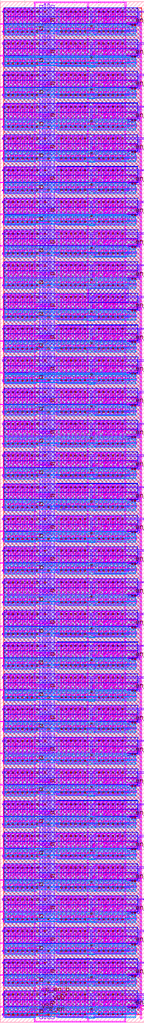
<source format=lef>
VERSION 5.7 ;
  NOWIREEXTENSIONATPIN ON ;
  DIVIDERCHAR "/" ;
  BUSBITCHARS "[]" ;
MACRO switch
  CLASS BLOCK ;
  FOREIGN switch ;
  ORIGIN 0.000 0.000 ;
  SIZE 29.230 BY 207.160 ;
  PIN out
    DIRECTION INOUT ;
    USE SIGNAL ;
    ANTENNADIFFAREA 116.710396 ;
    PORT
      LAYER li1 ;
        RECT 19.935 203.420 20.105 204.820 ;
        RECT 20.895 203.420 21.065 204.820 ;
        RECT 21.855 203.420 22.025 204.820 ;
        RECT 22.815 203.420 22.985 204.820 ;
        RECT 23.775 203.420 23.945 204.820 ;
        RECT 24.735 203.420 24.905 204.820 ;
        RECT 19.935 201.360 20.105 201.920 ;
        RECT 20.895 201.360 21.065 201.920 ;
        RECT 21.855 201.360 22.025 201.920 ;
        RECT 22.815 201.360 22.985 201.920 ;
        RECT 23.775 201.360 23.945 201.920 ;
        RECT 24.735 201.360 24.905 201.920 ;
        RECT 19.935 196.985 20.105 198.385 ;
        RECT 20.895 196.985 21.065 198.385 ;
        RECT 21.855 196.985 22.025 198.385 ;
        RECT 22.815 196.985 22.985 198.385 ;
        RECT 23.775 196.985 23.945 198.385 ;
        RECT 24.735 196.985 24.905 198.385 ;
        RECT 19.935 194.925 20.105 195.485 ;
        RECT 20.895 194.925 21.065 195.485 ;
        RECT 21.855 194.925 22.025 195.485 ;
        RECT 22.815 194.925 22.985 195.485 ;
        RECT 23.775 194.925 23.945 195.485 ;
        RECT 24.735 194.925 24.905 195.485 ;
        RECT 19.935 190.550 20.105 191.950 ;
        RECT 20.895 190.550 21.065 191.950 ;
        RECT 21.855 190.550 22.025 191.950 ;
        RECT 22.815 190.550 22.985 191.950 ;
        RECT 23.775 190.550 23.945 191.950 ;
        RECT 24.735 190.550 24.905 191.950 ;
        RECT 19.935 188.490 20.105 189.050 ;
        RECT 20.895 188.490 21.065 189.050 ;
        RECT 21.855 188.490 22.025 189.050 ;
        RECT 22.815 188.490 22.985 189.050 ;
        RECT 23.775 188.490 23.945 189.050 ;
        RECT 24.735 188.490 24.905 189.050 ;
        RECT 19.935 184.115 20.105 185.515 ;
        RECT 20.895 184.115 21.065 185.515 ;
        RECT 21.855 184.115 22.025 185.515 ;
        RECT 22.815 184.115 22.985 185.515 ;
        RECT 23.775 184.115 23.945 185.515 ;
        RECT 24.735 184.115 24.905 185.515 ;
        RECT 19.935 182.055 20.105 182.615 ;
        RECT 20.895 182.055 21.065 182.615 ;
        RECT 21.855 182.055 22.025 182.615 ;
        RECT 22.815 182.055 22.985 182.615 ;
        RECT 23.775 182.055 23.945 182.615 ;
        RECT 24.735 182.055 24.905 182.615 ;
        RECT 19.935 177.680 20.105 179.080 ;
        RECT 20.895 177.680 21.065 179.080 ;
        RECT 21.855 177.680 22.025 179.080 ;
        RECT 22.815 177.680 22.985 179.080 ;
        RECT 23.775 177.680 23.945 179.080 ;
        RECT 24.735 177.680 24.905 179.080 ;
        RECT 19.935 175.620 20.105 176.180 ;
        RECT 20.895 175.620 21.065 176.180 ;
        RECT 21.855 175.620 22.025 176.180 ;
        RECT 22.815 175.620 22.985 176.180 ;
        RECT 23.775 175.620 23.945 176.180 ;
        RECT 24.735 175.620 24.905 176.180 ;
        RECT 19.935 171.245 20.105 172.645 ;
        RECT 20.895 171.245 21.065 172.645 ;
        RECT 21.855 171.245 22.025 172.645 ;
        RECT 22.815 171.245 22.985 172.645 ;
        RECT 23.775 171.245 23.945 172.645 ;
        RECT 24.735 171.245 24.905 172.645 ;
        RECT 19.935 169.185 20.105 169.745 ;
        RECT 20.895 169.185 21.065 169.745 ;
        RECT 21.855 169.185 22.025 169.745 ;
        RECT 22.815 169.185 22.985 169.745 ;
        RECT 23.775 169.185 23.945 169.745 ;
        RECT 24.735 169.185 24.905 169.745 ;
        RECT 19.935 164.810 20.105 166.210 ;
        RECT 20.895 164.810 21.065 166.210 ;
        RECT 21.855 164.810 22.025 166.210 ;
        RECT 22.815 164.810 22.985 166.210 ;
        RECT 23.775 164.810 23.945 166.210 ;
        RECT 24.735 164.810 24.905 166.210 ;
        RECT 19.935 162.750 20.105 163.310 ;
        RECT 20.895 162.750 21.065 163.310 ;
        RECT 21.855 162.750 22.025 163.310 ;
        RECT 22.815 162.750 22.985 163.310 ;
        RECT 23.775 162.750 23.945 163.310 ;
        RECT 24.735 162.750 24.905 163.310 ;
        RECT 19.935 158.375 20.105 159.775 ;
        RECT 20.895 158.375 21.065 159.775 ;
        RECT 21.855 158.375 22.025 159.775 ;
        RECT 22.815 158.375 22.985 159.775 ;
        RECT 23.775 158.375 23.945 159.775 ;
        RECT 24.735 158.375 24.905 159.775 ;
        RECT 19.935 156.315 20.105 156.875 ;
        RECT 20.895 156.315 21.065 156.875 ;
        RECT 21.855 156.315 22.025 156.875 ;
        RECT 22.815 156.315 22.985 156.875 ;
        RECT 23.775 156.315 23.945 156.875 ;
        RECT 24.735 156.315 24.905 156.875 ;
        RECT 19.935 151.940 20.105 153.340 ;
        RECT 20.895 151.940 21.065 153.340 ;
        RECT 21.855 151.940 22.025 153.340 ;
        RECT 22.815 151.940 22.985 153.340 ;
        RECT 23.775 151.940 23.945 153.340 ;
        RECT 24.735 151.940 24.905 153.340 ;
        RECT 19.935 149.880 20.105 150.440 ;
        RECT 20.895 149.880 21.065 150.440 ;
        RECT 21.855 149.880 22.025 150.440 ;
        RECT 22.815 149.880 22.985 150.440 ;
        RECT 23.775 149.880 23.945 150.440 ;
        RECT 24.735 149.880 24.905 150.440 ;
        RECT 19.935 145.505 20.105 146.905 ;
        RECT 20.895 145.505 21.065 146.905 ;
        RECT 21.855 145.505 22.025 146.905 ;
        RECT 22.815 145.505 22.985 146.905 ;
        RECT 23.775 145.505 23.945 146.905 ;
        RECT 24.735 145.505 24.905 146.905 ;
        RECT 19.935 143.445 20.105 144.005 ;
        RECT 20.895 143.445 21.065 144.005 ;
        RECT 21.855 143.445 22.025 144.005 ;
        RECT 22.815 143.445 22.985 144.005 ;
        RECT 23.775 143.445 23.945 144.005 ;
        RECT 24.735 143.445 24.905 144.005 ;
        RECT 19.935 139.070 20.105 140.470 ;
        RECT 20.895 139.070 21.065 140.470 ;
        RECT 21.855 139.070 22.025 140.470 ;
        RECT 22.815 139.070 22.985 140.470 ;
        RECT 23.775 139.070 23.945 140.470 ;
        RECT 24.735 139.070 24.905 140.470 ;
        RECT 19.935 137.010 20.105 137.570 ;
        RECT 20.895 137.010 21.065 137.570 ;
        RECT 21.855 137.010 22.025 137.570 ;
        RECT 22.815 137.010 22.985 137.570 ;
        RECT 23.775 137.010 23.945 137.570 ;
        RECT 24.735 137.010 24.905 137.570 ;
        RECT 19.935 132.635 20.105 134.035 ;
        RECT 20.895 132.635 21.065 134.035 ;
        RECT 21.855 132.635 22.025 134.035 ;
        RECT 22.815 132.635 22.985 134.035 ;
        RECT 23.775 132.635 23.945 134.035 ;
        RECT 24.735 132.635 24.905 134.035 ;
        RECT 19.935 130.575 20.105 131.135 ;
        RECT 20.895 130.575 21.065 131.135 ;
        RECT 21.855 130.575 22.025 131.135 ;
        RECT 22.815 130.575 22.985 131.135 ;
        RECT 23.775 130.575 23.945 131.135 ;
        RECT 24.735 130.575 24.905 131.135 ;
        RECT 19.935 126.200 20.105 127.600 ;
        RECT 20.895 126.200 21.065 127.600 ;
        RECT 21.855 126.200 22.025 127.600 ;
        RECT 22.815 126.200 22.985 127.600 ;
        RECT 23.775 126.200 23.945 127.600 ;
        RECT 24.735 126.200 24.905 127.600 ;
        RECT 19.935 124.140 20.105 124.700 ;
        RECT 20.895 124.140 21.065 124.700 ;
        RECT 21.855 124.140 22.025 124.700 ;
        RECT 22.815 124.140 22.985 124.700 ;
        RECT 23.775 124.140 23.945 124.700 ;
        RECT 24.735 124.140 24.905 124.700 ;
        RECT 19.935 119.765 20.105 121.165 ;
        RECT 20.895 119.765 21.065 121.165 ;
        RECT 21.855 119.765 22.025 121.165 ;
        RECT 22.815 119.765 22.985 121.165 ;
        RECT 23.775 119.765 23.945 121.165 ;
        RECT 24.735 119.765 24.905 121.165 ;
        RECT 19.935 117.705 20.105 118.265 ;
        RECT 20.895 117.705 21.065 118.265 ;
        RECT 21.855 117.705 22.025 118.265 ;
        RECT 22.815 117.705 22.985 118.265 ;
        RECT 23.775 117.705 23.945 118.265 ;
        RECT 24.735 117.705 24.905 118.265 ;
        RECT 19.935 113.330 20.105 114.730 ;
        RECT 20.895 113.330 21.065 114.730 ;
        RECT 21.855 113.330 22.025 114.730 ;
        RECT 22.815 113.330 22.985 114.730 ;
        RECT 23.775 113.330 23.945 114.730 ;
        RECT 24.735 113.330 24.905 114.730 ;
        RECT 19.935 111.270 20.105 111.830 ;
        RECT 20.895 111.270 21.065 111.830 ;
        RECT 21.855 111.270 22.025 111.830 ;
        RECT 22.815 111.270 22.985 111.830 ;
        RECT 23.775 111.270 23.945 111.830 ;
        RECT 24.735 111.270 24.905 111.830 ;
        RECT 19.935 106.895 20.105 108.295 ;
        RECT 20.895 106.895 21.065 108.295 ;
        RECT 21.855 106.895 22.025 108.295 ;
        RECT 22.815 106.895 22.985 108.295 ;
        RECT 23.775 106.895 23.945 108.295 ;
        RECT 24.735 106.895 24.905 108.295 ;
        RECT 19.935 104.835 20.105 105.395 ;
        RECT 20.895 104.835 21.065 105.395 ;
        RECT 21.855 104.835 22.025 105.395 ;
        RECT 22.815 104.835 22.985 105.395 ;
        RECT 23.775 104.835 23.945 105.395 ;
        RECT 24.735 104.835 24.905 105.395 ;
        RECT 19.935 100.460 20.105 101.860 ;
        RECT 20.895 100.460 21.065 101.860 ;
        RECT 21.855 100.460 22.025 101.860 ;
        RECT 22.815 100.460 22.985 101.860 ;
        RECT 23.775 100.460 23.945 101.860 ;
        RECT 24.735 100.460 24.905 101.860 ;
        RECT 19.935 98.400 20.105 98.960 ;
        RECT 20.895 98.400 21.065 98.960 ;
        RECT 21.855 98.400 22.025 98.960 ;
        RECT 22.815 98.400 22.985 98.960 ;
        RECT 23.775 98.400 23.945 98.960 ;
        RECT 24.735 98.400 24.905 98.960 ;
        RECT 19.935 94.025 20.105 95.425 ;
        RECT 20.895 94.025 21.065 95.425 ;
        RECT 21.855 94.025 22.025 95.425 ;
        RECT 22.815 94.025 22.985 95.425 ;
        RECT 23.775 94.025 23.945 95.425 ;
        RECT 24.735 94.025 24.905 95.425 ;
        RECT 19.935 91.965 20.105 92.525 ;
        RECT 20.895 91.965 21.065 92.525 ;
        RECT 21.855 91.965 22.025 92.525 ;
        RECT 22.815 91.965 22.985 92.525 ;
        RECT 23.775 91.965 23.945 92.525 ;
        RECT 24.735 91.965 24.905 92.525 ;
        RECT 19.935 87.590 20.105 88.990 ;
        RECT 20.895 87.590 21.065 88.990 ;
        RECT 21.855 87.590 22.025 88.990 ;
        RECT 22.815 87.590 22.985 88.990 ;
        RECT 23.775 87.590 23.945 88.990 ;
        RECT 24.735 87.590 24.905 88.990 ;
        RECT 19.935 85.530 20.105 86.090 ;
        RECT 20.895 85.530 21.065 86.090 ;
        RECT 21.855 85.530 22.025 86.090 ;
        RECT 22.815 85.530 22.985 86.090 ;
        RECT 23.775 85.530 23.945 86.090 ;
        RECT 24.735 85.530 24.905 86.090 ;
        RECT 19.935 81.155 20.105 82.555 ;
        RECT 20.895 81.155 21.065 82.555 ;
        RECT 21.855 81.155 22.025 82.555 ;
        RECT 22.815 81.155 22.985 82.555 ;
        RECT 23.775 81.155 23.945 82.555 ;
        RECT 24.735 81.155 24.905 82.555 ;
        RECT 19.935 79.095 20.105 79.655 ;
        RECT 20.895 79.095 21.065 79.655 ;
        RECT 21.855 79.095 22.025 79.655 ;
        RECT 22.815 79.095 22.985 79.655 ;
        RECT 23.775 79.095 23.945 79.655 ;
        RECT 24.735 79.095 24.905 79.655 ;
        RECT 19.935 74.720 20.105 76.120 ;
        RECT 20.895 74.720 21.065 76.120 ;
        RECT 21.855 74.720 22.025 76.120 ;
        RECT 22.815 74.720 22.985 76.120 ;
        RECT 23.775 74.720 23.945 76.120 ;
        RECT 24.735 74.720 24.905 76.120 ;
        RECT 19.935 72.660 20.105 73.220 ;
        RECT 20.895 72.660 21.065 73.220 ;
        RECT 21.855 72.660 22.025 73.220 ;
        RECT 22.815 72.660 22.985 73.220 ;
        RECT 23.775 72.660 23.945 73.220 ;
        RECT 24.735 72.660 24.905 73.220 ;
        RECT 19.935 68.285 20.105 69.685 ;
        RECT 20.895 68.285 21.065 69.685 ;
        RECT 21.855 68.285 22.025 69.685 ;
        RECT 22.815 68.285 22.985 69.685 ;
        RECT 23.775 68.285 23.945 69.685 ;
        RECT 24.735 68.285 24.905 69.685 ;
        RECT 19.935 66.225 20.105 66.785 ;
        RECT 20.895 66.225 21.065 66.785 ;
        RECT 21.855 66.225 22.025 66.785 ;
        RECT 22.815 66.225 22.985 66.785 ;
        RECT 23.775 66.225 23.945 66.785 ;
        RECT 24.735 66.225 24.905 66.785 ;
        RECT 19.935 61.850 20.105 63.250 ;
        RECT 20.895 61.850 21.065 63.250 ;
        RECT 21.855 61.850 22.025 63.250 ;
        RECT 22.815 61.850 22.985 63.250 ;
        RECT 23.775 61.850 23.945 63.250 ;
        RECT 24.735 61.850 24.905 63.250 ;
        RECT 19.935 59.790 20.105 60.350 ;
        RECT 20.895 59.790 21.065 60.350 ;
        RECT 21.855 59.790 22.025 60.350 ;
        RECT 22.815 59.790 22.985 60.350 ;
        RECT 23.775 59.790 23.945 60.350 ;
        RECT 24.735 59.790 24.905 60.350 ;
        RECT 19.935 55.415 20.105 56.815 ;
        RECT 20.895 55.415 21.065 56.815 ;
        RECT 21.855 55.415 22.025 56.815 ;
        RECT 22.815 55.415 22.985 56.815 ;
        RECT 23.775 55.415 23.945 56.815 ;
        RECT 24.735 55.415 24.905 56.815 ;
        RECT 19.935 53.355 20.105 53.915 ;
        RECT 20.895 53.355 21.065 53.915 ;
        RECT 21.855 53.355 22.025 53.915 ;
        RECT 22.815 53.355 22.985 53.915 ;
        RECT 23.775 53.355 23.945 53.915 ;
        RECT 24.735 53.355 24.905 53.915 ;
        RECT 19.935 48.980 20.105 50.380 ;
        RECT 20.895 48.980 21.065 50.380 ;
        RECT 21.855 48.980 22.025 50.380 ;
        RECT 22.815 48.980 22.985 50.380 ;
        RECT 23.775 48.980 23.945 50.380 ;
        RECT 24.735 48.980 24.905 50.380 ;
        RECT 19.935 46.920 20.105 47.480 ;
        RECT 20.895 46.920 21.065 47.480 ;
        RECT 21.855 46.920 22.025 47.480 ;
        RECT 22.815 46.920 22.985 47.480 ;
        RECT 23.775 46.920 23.945 47.480 ;
        RECT 24.735 46.920 24.905 47.480 ;
        RECT 19.935 42.545 20.105 43.945 ;
        RECT 20.895 42.545 21.065 43.945 ;
        RECT 21.855 42.545 22.025 43.945 ;
        RECT 22.815 42.545 22.985 43.945 ;
        RECT 23.775 42.545 23.945 43.945 ;
        RECT 24.735 42.545 24.905 43.945 ;
        RECT 19.935 40.485 20.105 41.045 ;
        RECT 20.895 40.485 21.065 41.045 ;
        RECT 21.855 40.485 22.025 41.045 ;
        RECT 22.815 40.485 22.985 41.045 ;
        RECT 23.775 40.485 23.945 41.045 ;
        RECT 24.735 40.485 24.905 41.045 ;
        RECT 19.935 36.110 20.105 37.510 ;
        RECT 20.895 36.110 21.065 37.510 ;
        RECT 21.855 36.110 22.025 37.510 ;
        RECT 22.815 36.110 22.985 37.510 ;
        RECT 23.775 36.110 23.945 37.510 ;
        RECT 24.735 36.110 24.905 37.510 ;
        RECT 19.935 34.050 20.105 34.610 ;
        RECT 20.895 34.050 21.065 34.610 ;
        RECT 21.855 34.050 22.025 34.610 ;
        RECT 22.815 34.050 22.985 34.610 ;
        RECT 23.775 34.050 23.945 34.610 ;
        RECT 24.735 34.050 24.905 34.610 ;
        RECT 19.935 29.675 20.105 31.075 ;
        RECT 20.895 29.675 21.065 31.075 ;
        RECT 21.855 29.675 22.025 31.075 ;
        RECT 22.815 29.675 22.985 31.075 ;
        RECT 23.775 29.675 23.945 31.075 ;
        RECT 24.735 29.675 24.905 31.075 ;
        RECT 19.935 27.615 20.105 28.175 ;
        RECT 20.895 27.615 21.065 28.175 ;
        RECT 21.855 27.615 22.025 28.175 ;
        RECT 22.815 27.615 22.985 28.175 ;
        RECT 23.775 27.615 23.945 28.175 ;
        RECT 24.735 27.615 24.905 28.175 ;
        RECT 19.935 23.240 20.105 24.640 ;
        RECT 20.895 23.240 21.065 24.640 ;
        RECT 21.855 23.240 22.025 24.640 ;
        RECT 22.815 23.240 22.985 24.640 ;
        RECT 23.775 23.240 23.945 24.640 ;
        RECT 24.735 23.240 24.905 24.640 ;
        RECT 19.935 21.180 20.105 21.740 ;
        RECT 20.895 21.180 21.065 21.740 ;
        RECT 21.855 21.180 22.025 21.740 ;
        RECT 22.815 21.180 22.985 21.740 ;
        RECT 23.775 21.180 23.945 21.740 ;
        RECT 24.735 21.180 24.905 21.740 ;
        RECT 19.935 16.805 20.105 18.205 ;
        RECT 20.895 16.805 21.065 18.205 ;
        RECT 21.855 16.805 22.025 18.205 ;
        RECT 22.815 16.805 22.985 18.205 ;
        RECT 23.775 16.805 23.945 18.205 ;
        RECT 24.735 16.805 24.905 18.205 ;
        RECT 19.935 14.745 20.105 15.305 ;
        RECT 20.895 14.745 21.065 15.305 ;
        RECT 21.855 14.745 22.025 15.305 ;
        RECT 22.815 14.745 22.985 15.305 ;
        RECT 23.775 14.745 23.945 15.305 ;
        RECT 24.735 14.745 24.905 15.305 ;
        RECT 19.935 10.370 20.105 11.770 ;
        RECT 20.895 10.370 21.065 11.770 ;
        RECT 21.855 10.370 22.025 11.770 ;
        RECT 22.815 10.370 22.985 11.770 ;
        RECT 23.775 10.370 23.945 11.770 ;
        RECT 24.735 10.370 24.905 11.770 ;
        RECT 19.935 8.310 20.105 8.870 ;
        RECT 20.895 8.310 21.065 8.870 ;
        RECT 21.855 8.310 22.025 8.870 ;
        RECT 22.815 8.310 22.985 8.870 ;
        RECT 23.775 8.310 23.945 8.870 ;
        RECT 24.735 8.310 24.905 8.870 ;
        RECT 19.935 3.935 20.105 5.335 ;
        RECT 20.895 3.935 21.065 5.335 ;
        RECT 21.855 3.935 22.025 5.335 ;
        RECT 22.815 3.935 22.985 5.335 ;
        RECT 23.775 3.935 23.945 5.335 ;
        RECT 24.735 3.935 24.905 5.335 ;
        RECT 19.935 1.875 20.105 2.435 ;
        RECT 20.895 1.875 21.065 2.435 ;
        RECT 21.855 1.875 22.025 2.435 ;
        RECT 22.815 1.875 22.985 2.435 ;
        RECT 23.775 1.875 23.945 2.435 ;
        RECT 24.735 1.875 24.905 2.435 ;
      LAYER mcon ;
        RECT 19.935 204.395 20.105 204.565 ;
        RECT 19.935 204.035 20.105 204.205 ;
        RECT 19.935 203.675 20.105 203.845 ;
        RECT 20.895 204.395 21.065 204.565 ;
        RECT 20.895 204.035 21.065 204.205 ;
        RECT 20.895 203.675 21.065 203.845 ;
        RECT 21.855 204.395 22.025 204.565 ;
        RECT 21.855 204.035 22.025 204.205 ;
        RECT 21.855 203.675 22.025 203.845 ;
        RECT 22.815 204.395 22.985 204.565 ;
        RECT 22.815 204.035 22.985 204.205 ;
        RECT 22.815 203.675 22.985 203.845 ;
        RECT 23.775 204.395 23.945 204.565 ;
        RECT 23.775 204.035 23.945 204.205 ;
        RECT 23.775 203.675 23.945 203.845 ;
        RECT 24.735 204.395 24.905 204.565 ;
        RECT 24.735 204.035 24.905 204.205 ;
        RECT 24.735 203.675 24.905 203.845 ;
        RECT 19.935 201.555 20.105 201.725 ;
        RECT 20.895 201.555 21.065 201.725 ;
        RECT 21.855 201.555 22.025 201.725 ;
        RECT 22.815 201.555 22.985 201.725 ;
        RECT 23.775 201.555 23.945 201.725 ;
        RECT 24.735 201.555 24.905 201.725 ;
        RECT 19.935 197.960 20.105 198.130 ;
        RECT 19.935 197.600 20.105 197.770 ;
        RECT 19.935 197.240 20.105 197.410 ;
        RECT 20.895 197.960 21.065 198.130 ;
        RECT 20.895 197.600 21.065 197.770 ;
        RECT 20.895 197.240 21.065 197.410 ;
        RECT 21.855 197.960 22.025 198.130 ;
        RECT 21.855 197.600 22.025 197.770 ;
        RECT 21.855 197.240 22.025 197.410 ;
        RECT 22.815 197.960 22.985 198.130 ;
        RECT 22.815 197.600 22.985 197.770 ;
        RECT 22.815 197.240 22.985 197.410 ;
        RECT 23.775 197.960 23.945 198.130 ;
        RECT 23.775 197.600 23.945 197.770 ;
        RECT 23.775 197.240 23.945 197.410 ;
        RECT 24.735 197.960 24.905 198.130 ;
        RECT 24.735 197.600 24.905 197.770 ;
        RECT 24.735 197.240 24.905 197.410 ;
        RECT 19.935 195.120 20.105 195.290 ;
        RECT 20.895 195.120 21.065 195.290 ;
        RECT 21.855 195.120 22.025 195.290 ;
        RECT 22.815 195.120 22.985 195.290 ;
        RECT 23.775 195.120 23.945 195.290 ;
        RECT 24.735 195.120 24.905 195.290 ;
        RECT 19.935 191.525 20.105 191.695 ;
        RECT 19.935 191.165 20.105 191.335 ;
        RECT 19.935 190.805 20.105 190.975 ;
        RECT 20.895 191.525 21.065 191.695 ;
        RECT 20.895 191.165 21.065 191.335 ;
        RECT 20.895 190.805 21.065 190.975 ;
        RECT 21.855 191.525 22.025 191.695 ;
        RECT 21.855 191.165 22.025 191.335 ;
        RECT 21.855 190.805 22.025 190.975 ;
        RECT 22.815 191.525 22.985 191.695 ;
        RECT 22.815 191.165 22.985 191.335 ;
        RECT 22.815 190.805 22.985 190.975 ;
        RECT 23.775 191.525 23.945 191.695 ;
        RECT 23.775 191.165 23.945 191.335 ;
        RECT 23.775 190.805 23.945 190.975 ;
        RECT 24.735 191.525 24.905 191.695 ;
        RECT 24.735 191.165 24.905 191.335 ;
        RECT 24.735 190.805 24.905 190.975 ;
        RECT 19.935 188.685 20.105 188.855 ;
        RECT 20.895 188.685 21.065 188.855 ;
        RECT 21.855 188.685 22.025 188.855 ;
        RECT 22.815 188.685 22.985 188.855 ;
        RECT 23.775 188.685 23.945 188.855 ;
        RECT 24.735 188.685 24.905 188.855 ;
        RECT 19.935 185.090 20.105 185.260 ;
        RECT 19.935 184.730 20.105 184.900 ;
        RECT 19.935 184.370 20.105 184.540 ;
        RECT 20.895 185.090 21.065 185.260 ;
        RECT 20.895 184.730 21.065 184.900 ;
        RECT 20.895 184.370 21.065 184.540 ;
        RECT 21.855 185.090 22.025 185.260 ;
        RECT 21.855 184.730 22.025 184.900 ;
        RECT 21.855 184.370 22.025 184.540 ;
        RECT 22.815 185.090 22.985 185.260 ;
        RECT 22.815 184.730 22.985 184.900 ;
        RECT 22.815 184.370 22.985 184.540 ;
        RECT 23.775 185.090 23.945 185.260 ;
        RECT 23.775 184.730 23.945 184.900 ;
        RECT 23.775 184.370 23.945 184.540 ;
        RECT 24.735 185.090 24.905 185.260 ;
        RECT 24.735 184.730 24.905 184.900 ;
        RECT 24.735 184.370 24.905 184.540 ;
        RECT 19.935 182.250 20.105 182.420 ;
        RECT 20.895 182.250 21.065 182.420 ;
        RECT 21.855 182.250 22.025 182.420 ;
        RECT 22.815 182.250 22.985 182.420 ;
        RECT 23.775 182.250 23.945 182.420 ;
        RECT 24.735 182.250 24.905 182.420 ;
        RECT 19.935 178.655 20.105 178.825 ;
        RECT 19.935 178.295 20.105 178.465 ;
        RECT 19.935 177.935 20.105 178.105 ;
        RECT 20.895 178.655 21.065 178.825 ;
        RECT 20.895 178.295 21.065 178.465 ;
        RECT 20.895 177.935 21.065 178.105 ;
        RECT 21.855 178.655 22.025 178.825 ;
        RECT 21.855 178.295 22.025 178.465 ;
        RECT 21.855 177.935 22.025 178.105 ;
        RECT 22.815 178.655 22.985 178.825 ;
        RECT 22.815 178.295 22.985 178.465 ;
        RECT 22.815 177.935 22.985 178.105 ;
        RECT 23.775 178.655 23.945 178.825 ;
        RECT 23.775 178.295 23.945 178.465 ;
        RECT 23.775 177.935 23.945 178.105 ;
        RECT 24.735 178.655 24.905 178.825 ;
        RECT 24.735 178.295 24.905 178.465 ;
        RECT 24.735 177.935 24.905 178.105 ;
        RECT 19.935 175.815 20.105 175.985 ;
        RECT 20.895 175.815 21.065 175.985 ;
        RECT 21.855 175.815 22.025 175.985 ;
        RECT 22.815 175.815 22.985 175.985 ;
        RECT 23.775 175.815 23.945 175.985 ;
        RECT 24.735 175.815 24.905 175.985 ;
        RECT 19.935 172.220 20.105 172.390 ;
        RECT 19.935 171.860 20.105 172.030 ;
        RECT 19.935 171.500 20.105 171.670 ;
        RECT 20.895 172.220 21.065 172.390 ;
        RECT 20.895 171.860 21.065 172.030 ;
        RECT 20.895 171.500 21.065 171.670 ;
        RECT 21.855 172.220 22.025 172.390 ;
        RECT 21.855 171.860 22.025 172.030 ;
        RECT 21.855 171.500 22.025 171.670 ;
        RECT 22.815 172.220 22.985 172.390 ;
        RECT 22.815 171.860 22.985 172.030 ;
        RECT 22.815 171.500 22.985 171.670 ;
        RECT 23.775 172.220 23.945 172.390 ;
        RECT 23.775 171.860 23.945 172.030 ;
        RECT 23.775 171.500 23.945 171.670 ;
        RECT 24.735 172.220 24.905 172.390 ;
        RECT 24.735 171.860 24.905 172.030 ;
        RECT 24.735 171.500 24.905 171.670 ;
        RECT 19.935 169.380 20.105 169.550 ;
        RECT 20.895 169.380 21.065 169.550 ;
        RECT 21.855 169.380 22.025 169.550 ;
        RECT 22.815 169.380 22.985 169.550 ;
        RECT 23.775 169.380 23.945 169.550 ;
        RECT 24.735 169.380 24.905 169.550 ;
        RECT 19.935 165.785 20.105 165.955 ;
        RECT 19.935 165.425 20.105 165.595 ;
        RECT 19.935 165.065 20.105 165.235 ;
        RECT 20.895 165.785 21.065 165.955 ;
        RECT 20.895 165.425 21.065 165.595 ;
        RECT 20.895 165.065 21.065 165.235 ;
        RECT 21.855 165.785 22.025 165.955 ;
        RECT 21.855 165.425 22.025 165.595 ;
        RECT 21.855 165.065 22.025 165.235 ;
        RECT 22.815 165.785 22.985 165.955 ;
        RECT 22.815 165.425 22.985 165.595 ;
        RECT 22.815 165.065 22.985 165.235 ;
        RECT 23.775 165.785 23.945 165.955 ;
        RECT 23.775 165.425 23.945 165.595 ;
        RECT 23.775 165.065 23.945 165.235 ;
        RECT 24.735 165.785 24.905 165.955 ;
        RECT 24.735 165.425 24.905 165.595 ;
        RECT 24.735 165.065 24.905 165.235 ;
        RECT 19.935 162.945 20.105 163.115 ;
        RECT 20.895 162.945 21.065 163.115 ;
        RECT 21.855 162.945 22.025 163.115 ;
        RECT 22.815 162.945 22.985 163.115 ;
        RECT 23.775 162.945 23.945 163.115 ;
        RECT 24.735 162.945 24.905 163.115 ;
        RECT 19.935 159.350 20.105 159.520 ;
        RECT 19.935 158.990 20.105 159.160 ;
        RECT 19.935 158.630 20.105 158.800 ;
        RECT 20.895 159.350 21.065 159.520 ;
        RECT 20.895 158.990 21.065 159.160 ;
        RECT 20.895 158.630 21.065 158.800 ;
        RECT 21.855 159.350 22.025 159.520 ;
        RECT 21.855 158.990 22.025 159.160 ;
        RECT 21.855 158.630 22.025 158.800 ;
        RECT 22.815 159.350 22.985 159.520 ;
        RECT 22.815 158.990 22.985 159.160 ;
        RECT 22.815 158.630 22.985 158.800 ;
        RECT 23.775 159.350 23.945 159.520 ;
        RECT 23.775 158.990 23.945 159.160 ;
        RECT 23.775 158.630 23.945 158.800 ;
        RECT 24.735 159.350 24.905 159.520 ;
        RECT 24.735 158.990 24.905 159.160 ;
        RECT 24.735 158.630 24.905 158.800 ;
        RECT 19.935 156.510 20.105 156.680 ;
        RECT 20.895 156.510 21.065 156.680 ;
        RECT 21.855 156.510 22.025 156.680 ;
        RECT 22.815 156.510 22.985 156.680 ;
        RECT 23.775 156.510 23.945 156.680 ;
        RECT 24.735 156.510 24.905 156.680 ;
        RECT 19.935 152.915 20.105 153.085 ;
        RECT 19.935 152.555 20.105 152.725 ;
        RECT 19.935 152.195 20.105 152.365 ;
        RECT 20.895 152.915 21.065 153.085 ;
        RECT 20.895 152.555 21.065 152.725 ;
        RECT 20.895 152.195 21.065 152.365 ;
        RECT 21.855 152.915 22.025 153.085 ;
        RECT 21.855 152.555 22.025 152.725 ;
        RECT 21.855 152.195 22.025 152.365 ;
        RECT 22.815 152.915 22.985 153.085 ;
        RECT 22.815 152.555 22.985 152.725 ;
        RECT 22.815 152.195 22.985 152.365 ;
        RECT 23.775 152.915 23.945 153.085 ;
        RECT 23.775 152.555 23.945 152.725 ;
        RECT 23.775 152.195 23.945 152.365 ;
        RECT 24.735 152.915 24.905 153.085 ;
        RECT 24.735 152.555 24.905 152.725 ;
        RECT 24.735 152.195 24.905 152.365 ;
        RECT 19.935 150.075 20.105 150.245 ;
        RECT 20.895 150.075 21.065 150.245 ;
        RECT 21.855 150.075 22.025 150.245 ;
        RECT 22.815 150.075 22.985 150.245 ;
        RECT 23.775 150.075 23.945 150.245 ;
        RECT 24.735 150.075 24.905 150.245 ;
        RECT 19.935 146.480 20.105 146.650 ;
        RECT 19.935 146.120 20.105 146.290 ;
        RECT 19.935 145.760 20.105 145.930 ;
        RECT 20.895 146.480 21.065 146.650 ;
        RECT 20.895 146.120 21.065 146.290 ;
        RECT 20.895 145.760 21.065 145.930 ;
        RECT 21.855 146.480 22.025 146.650 ;
        RECT 21.855 146.120 22.025 146.290 ;
        RECT 21.855 145.760 22.025 145.930 ;
        RECT 22.815 146.480 22.985 146.650 ;
        RECT 22.815 146.120 22.985 146.290 ;
        RECT 22.815 145.760 22.985 145.930 ;
        RECT 23.775 146.480 23.945 146.650 ;
        RECT 23.775 146.120 23.945 146.290 ;
        RECT 23.775 145.760 23.945 145.930 ;
        RECT 24.735 146.480 24.905 146.650 ;
        RECT 24.735 146.120 24.905 146.290 ;
        RECT 24.735 145.760 24.905 145.930 ;
        RECT 19.935 143.640 20.105 143.810 ;
        RECT 20.895 143.640 21.065 143.810 ;
        RECT 21.855 143.640 22.025 143.810 ;
        RECT 22.815 143.640 22.985 143.810 ;
        RECT 23.775 143.640 23.945 143.810 ;
        RECT 24.735 143.640 24.905 143.810 ;
        RECT 19.935 140.045 20.105 140.215 ;
        RECT 19.935 139.685 20.105 139.855 ;
        RECT 19.935 139.325 20.105 139.495 ;
        RECT 20.895 140.045 21.065 140.215 ;
        RECT 20.895 139.685 21.065 139.855 ;
        RECT 20.895 139.325 21.065 139.495 ;
        RECT 21.855 140.045 22.025 140.215 ;
        RECT 21.855 139.685 22.025 139.855 ;
        RECT 21.855 139.325 22.025 139.495 ;
        RECT 22.815 140.045 22.985 140.215 ;
        RECT 22.815 139.685 22.985 139.855 ;
        RECT 22.815 139.325 22.985 139.495 ;
        RECT 23.775 140.045 23.945 140.215 ;
        RECT 23.775 139.685 23.945 139.855 ;
        RECT 23.775 139.325 23.945 139.495 ;
        RECT 24.735 140.045 24.905 140.215 ;
        RECT 24.735 139.685 24.905 139.855 ;
        RECT 24.735 139.325 24.905 139.495 ;
        RECT 19.935 137.205 20.105 137.375 ;
        RECT 20.895 137.205 21.065 137.375 ;
        RECT 21.855 137.205 22.025 137.375 ;
        RECT 22.815 137.205 22.985 137.375 ;
        RECT 23.775 137.205 23.945 137.375 ;
        RECT 24.735 137.205 24.905 137.375 ;
        RECT 19.935 133.610 20.105 133.780 ;
        RECT 19.935 133.250 20.105 133.420 ;
        RECT 19.935 132.890 20.105 133.060 ;
        RECT 20.895 133.610 21.065 133.780 ;
        RECT 20.895 133.250 21.065 133.420 ;
        RECT 20.895 132.890 21.065 133.060 ;
        RECT 21.855 133.610 22.025 133.780 ;
        RECT 21.855 133.250 22.025 133.420 ;
        RECT 21.855 132.890 22.025 133.060 ;
        RECT 22.815 133.610 22.985 133.780 ;
        RECT 22.815 133.250 22.985 133.420 ;
        RECT 22.815 132.890 22.985 133.060 ;
        RECT 23.775 133.610 23.945 133.780 ;
        RECT 23.775 133.250 23.945 133.420 ;
        RECT 23.775 132.890 23.945 133.060 ;
        RECT 24.735 133.610 24.905 133.780 ;
        RECT 24.735 133.250 24.905 133.420 ;
        RECT 24.735 132.890 24.905 133.060 ;
        RECT 19.935 130.770 20.105 130.940 ;
        RECT 20.895 130.770 21.065 130.940 ;
        RECT 21.855 130.770 22.025 130.940 ;
        RECT 22.815 130.770 22.985 130.940 ;
        RECT 23.775 130.770 23.945 130.940 ;
        RECT 24.735 130.770 24.905 130.940 ;
        RECT 19.935 127.175 20.105 127.345 ;
        RECT 19.935 126.815 20.105 126.985 ;
        RECT 19.935 126.455 20.105 126.625 ;
        RECT 20.895 127.175 21.065 127.345 ;
        RECT 20.895 126.815 21.065 126.985 ;
        RECT 20.895 126.455 21.065 126.625 ;
        RECT 21.855 127.175 22.025 127.345 ;
        RECT 21.855 126.815 22.025 126.985 ;
        RECT 21.855 126.455 22.025 126.625 ;
        RECT 22.815 127.175 22.985 127.345 ;
        RECT 22.815 126.815 22.985 126.985 ;
        RECT 22.815 126.455 22.985 126.625 ;
        RECT 23.775 127.175 23.945 127.345 ;
        RECT 23.775 126.815 23.945 126.985 ;
        RECT 23.775 126.455 23.945 126.625 ;
        RECT 24.735 127.175 24.905 127.345 ;
        RECT 24.735 126.815 24.905 126.985 ;
        RECT 24.735 126.455 24.905 126.625 ;
        RECT 19.935 124.335 20.105 124.505 ;
        RECT 20.895 124.335 21.065 124.505 ;
        RECT 21.855 124.335 22.025 124.505 ;
        RECT 22.815 124.335 22.985 124.505 ;
        RECT 23.775 124.335 23.945 124.505 ;
        RECT 24.735 124.335 24.905 124.505 ;
        RECT 19.935 120.740 20.105 120.910 ;
        RECT 19.935 120.380 20.105 120.550 ;
        RECT 19.935 120.020 20.105 120.190 ;
        RECT 20.895 120.740 21.065 120.910 ;
        RECT 20.895 120.380 21.065 120.550 ;
        RECT 20.895 120.020 21.065 120.190 ;
        RECT 21.855 120.740 22.025 120.910 ;
        RECT 21.855 120.380 22.025 120.550 ;
        RECT 21.855 120.020 22.025 120.190 ;
        RECT 22.815 120.740 22.985 120.910 ;
        RECT 22.815 120.380 22.985 120.550 ;
        RECT 22.815 120.020 22.985 120.190 ;
        RECT 23.775 120.740 23.945 120.910 ;
        RECT 23.775 120.380 23.945 120.550 ;
        RECT 23.775 120.020 23.945 120.190 ;
        RECT 24.735 120.740 24.905 120.910 ;
        RECT 24.735 120.380 24.905 120.550 ;
        RECT 24.735 120.020 24.905 120.190 ;
        RECT 19.935 117.900 20.105 118.070 ;
        RECT 20.895 117.900 21.065 118.070 ;
        RECT 21.855 117.900 22.025 118.070 ;
        RECT 22.815 117.900 22.985 118.070 ;
        RECT 23.775 117.900 23.945 118.070 ;
        RECT 24.735 117.900 24.905 118.070 ;
        RECT 19.935 114.305 20.105 114.475 ;
        RECT 19.935 113.945 20.105 114.115 ;
        RECT 19.935 113.585 20.105 113.755 ;
        RECT 20.895 114.305 21.065 114.475 ;
        RECT 20.895 113.945 21.065 114.115 ;
        RECT 20.895 113.585 21.065 113.755 ;
        RECT 21.855 114.305 22.025 114.475 ;
        RECT 21.855 113.945 22.025 114.115 ;
        RECT 21.855 113.585 22.025 113.755 ;
        RECT 22.815 114.305 22.985 114.475 ;
        RECT 22.815 113.945 22.985 114.115 ;
        RECT 22.815 113.585 22.985 113.755 ;
        RECT 23.775 114.305 23.945 114.475 ;
        RECT 23.775 113.945 23.945 114.115 ;
        RECT 23.775 113.585 23.945 113.755 ;
        RECT 24.735 114.305 24.905 114.475 ;
        RECT 24.735 113.945 24.905 114.115 ;
        RECT 24.735 113.585 24.905 113.755 ;
        RECT 19.935 111.465 20.105 111.635 ;
        RECT 20.895 111.465 21.065 111.635 ;
        RECT 21.855 111.465 22.025 111.635 ;
        RECT 22.815 111.465 22.985 111.635 ;
        RECT 23.775 111.465 23.945 111.635 ;
        RECT 24.735 111.465 24.905 111.635 ;
        RECT 19.935 107.870 20.105 108.040 ;
        RECT 19.935 107.510 20.105 107.680 ;
        RECT 19.935 107.150 20.105 107.320 ;
        RECT 20.895 107.870 21.065 108.040 ;
        RECT 20.895 107.510 21.065 107.680 ;
        RECT 20.895 107.150 21.065 107.320 ;
        RECT 21.855 107.870 22.025 108.040 ;
        RECT 21.855 107.510 22.025 107.680 ;
        RECT 21.855 107.150 22.025 107.320 ;
        RECT 22.815 107.870 22.985 108.040 ;
        RECT 22.815 107.510 22.985 107.680 ;
        RECT 22.815 107.150 22.985 107.320 ;
        RECT 23.775 107.870 23.945 108.040 ;
        RECT 23.775 107.510 23.945 107.680 ;
        RECT 23.775 107.150 23.945 107.320 ;
        RECT 24.735 107.870 24.905 108.040 ;
        RECT 24.735 107.510 24.905 107.680 ;
        RECT 24.735 107.150 24.905 107.320 ;
        RECT 19.935 105.030 20.105 105.200 ;
        RECT 20.895 105.030 21.065 105.200 ;
        RECT 21.855 105.030 22.025 105.200 ;
        RECT 22.815 105.030 22.985 105.200 ;
        RECT 23.775 105.030 23.945 105.200 ;
        RECT 24.735 105.030 24.905 105.200 ;
        RECT 19.935 101.435 20.105 101.605 ;
        RECT 19.935 101.075 20.105 101.245 ;
        RECT 19.935 100.715 20.105 100.885 ;
        RECT 20.895 101.435 21.065 101.605 ;
        RECT 20.895 101.075 21.065 101.245 ;
        RECT 20.895 100.715 21.065 100.885 ;
        RECT 21.855 101.435 22.025 101.605 ;
        RECT 21.855 101.075 22.025 101.245 ;
        RECT 21.855 100.715 22.025 100.885 ;
        RECT 22.815 101.435 22.985 101.605 ;
        RECT 22.815 101.075 22.985 101.245 ;
        RECT 22.815 100.715 22.985 100.885 ;
        RECT 23.775 101.435 23.945 101.605 ;
        RECT 23.775 101.075 23.945 101.245 ;
        RECT 23.775 100.715 23.945 100.885 ;
        RECT 24.735 101.435 24.905 101.605 ;
        RECT 24.735 101.075 24.905 101.245 ;
        RECT 24.735 100.715 24.905 100.885 ;
        RECT 19.935 98.595 20.105 98.765 ;
        RECT 20.895 98.595 21.065 98.765 ;
        RECT 21.855 98.595 22.025 98.765 ;
        RECT 22.815 98.595 22.985 98.765 ;
        RECT 23.775 98.595 23.945 98.765 ;
        RECT 24.735 98.595 24.905 98.765 ;
        RECT 19.935 95.000 20.105 95.170 ;
        RECT 19.935 94.640 20.105 94.810 ;
        RECT 19.935 94.280 20.105 94.450 ;
        RECT 20.895 95.000 21.065 95.170 ;
        RECT 20.895 94.640 21.065 94.810 ;
        RECT 20.895 94.280 21.065 94.450 ;
        RECT 21.855 95.000 22.025 95.170 ;
        RECT 21.855 94.640 22.025 94.810 ;
        RECT 21.855 94.280 22.025 94.450 ;
        RECT 22.815 95.000 22.985 95.170 ;
        RECT 22.815 94.640 22.985 94.810 ;
        RECT 22.815 94.280 22.985 94.450 ;
        RECT 23.775 95.000 23.945 95.170 ;
        RECT 23.775 94.640 23.945 94.810 ;
        RECT 23.775 94.280 23.945 94.450 ;
        RECT 24.735 95.000 24.905 95.170 ;
        RECT 24.735 94.640 24.905 94.810 ;
        RECT 24.735 94.280 24.905 94.450 ;
        RECT 19.935 92.160 20.105 92.330 ;
        RECT 20.895 92.160 21.065 92.330 ;
        RECT 21.855 92.160 22.025 92.330 ;
        RECT 22.815 92.160 22.985 92.330 ;
        RECT 23.775 92.160 23.945 92.330 ;
        RECT 24.735 92.160 24.905 92.330 ;
        RECT 19.935 88.565 20.105 88.735 ;
        RECT 19.935 88.205 20.105 88.375 ;
        RECT 19.935 87.845 20.105 88.015 ;
        RECT 20.895 88.565 21.065 88.735 ;
        RECT 20.895 88.205 21.065 88.375 ;
        RECT 20.895 87.845 21.065 88.015 ;
        RECT 21.855 88.565 22.025 88.735 ;
        RECT 21.855 88.205 22.025 88.375 ;
        RECT 21.855 87.845 22.025 88.015 ;
        RECT 22.815 88.565 22.985 88.735 ;
        RECT 22.815 88.205 22.985 88.375 ;
        RECT 22.815 87.845 22.985 88.015 ;
        RECT 23.775 88.565 23.945 88.735 ;
        RECT 23.775 88.205 23.945 88.375 ;
        RECT 23.775 87.845 23.945 88.015 ;
        RECT 24.735 88.565 24.905 88.735 ;
        RECT 24.735 88.205 24.905 88.375 ;
        RECT 24.735 87.845 24.905 88.015 ;
        RECT 19.935 85.725 20.105 85.895 ;
        RECT 20.895 85.725 21.065 85.895 ;
        RECT 21.855 85.725 22.025 85.895 ;
        RECT 22.815 85.725 22.985 85.895 ;
        RECT 23.775 85.725 23.945 85.895 ;
        RECT 24.735 85.725 24.905 85.895 ;
        RECT 19.935 82.130 20.105 82.300 ;
        RECT 19.935 81.770 20.105 81.940 ;
        RECT 19.935 81.410 20.105 81.580 ;
        RECT 20.895 82.130 21.065 82.300 ;
        RECT 20.895 81.770 21.065 81.940 ;
        RECT 20.895 81.410 21.065 81.580 ;
        RECT 21.855 82.130 22.025 82.300 ;
        RECT 21.855 81.770 22.025 81.940 ;
        RECT 21.855 81.410 22.025 81.580 ;
        RECT 22.815 82.130 22.985 82.300 ;
        RECT 22.815 81.770 22.985 81.940 ;
        RECT 22.815 81.410 22.985 81.580 ;
        RECT 23.775 82.130 23.945 82.300 ;
        RECT 23.775 81.770 23.945 81.940 ;
        RECT 23.775 81.410 23.945 81.580 ;
        RECT 24.735 82.130 24.905 82.300 ;
        RECT 24.735 81.770 24.905 81.940 ;
        RECT 24.735 81.410 24.905 81.580 ;
        RECT 19.935 79.290 20.105 79.460 ;
        RECT 20.895 79.290 21.065 79.460 ;
        RECT 21.855 79.290 22.025 79.460 ;
        RECT 22.815 79.290 22.985 79.460 ;
        RECT 23.775 79.290 23.945 79.460 ;
        RECT 24.735 79.290 24.905 79.460 ;
        RECT 19.935 75.695 20.105 75.865 ;
        RECT 19.935 75.335 20.105 75.505 ;
        RECT 19.935 74.975 20.105 75.145 ;
        RECT 20.895 75.695 21.065 75.865 ;
        RECT 20.895 75.335 21.065 75.505 ;
        RECT 20.895 74.975 21.065 75.145 ;
        RECT 21.855 75.695 22.025 75.865 ;
        RECT 21.855 75.335 22.025 75.505 ;
        RECT 21.855 74.975 22.025 75.145 ;
        RECT 22.815 75.695 22.985 75.865 ;
        RECT 22.815 75.335 22.985 75.505 ;
        RECT 22.815 74.975 22.985 75.145 ;
        RECT 23.775 75.695 23.945 75.865 ;
        RECT 23.775 75.335 23.945 75.505 ;
        RECT 23.775 74.975 23.945 75.145 ;
        RECT 24.735 75.695 24.905 75.865 ;
        RECT 24.735 75.335 24.905 75.505 ;
        RECT 24.735 74.975 24.905 75.145 ;
        RECT 19.935 72.855 20.105 73.025 ;
        RECT 20.895 72.855 21.065 73.025 ;
        RECT 21.855 72.855 22.025 73.025 ;
        RECT 22.815 72.855 22.985 73.025 ;
        RECT 23.775 72.855 23.945 73.025 ;
        RECT 24.735 72.855 24.905 73.025 ;
        RECT 19.935 69.260 20.105 69.430 ;
        RECT 19.935 68.900 20.105 69.070 ;
        RECT 19.935 68.540 20.105 68.710 ;
        RECT 20.895 69.260 21.065 69.430 ;
        RECT 20.895 68.900 21.065 69.070 ;
        RECT 20.895 68.540 21.065 68.710 ;
        RECT 21.855 69.260 22.025 69.430 ;
        RECT 21.855 68.900 22.025 69.070 ;
        RECT 21.855 68.540 22.025 68.710 ;
        RECT 22.815 69.260 22.985 69.430 ;
        RECT 22.815 68.900 22.985 69.070 ;
        RECT 22.815 68.540 22.985 68.710 ;
        RECT 23.775 69.260 23.945 69.430 ;
        RECT 23.775 68.900 23.945 69.070 ;
        RECT 23.775 68.540 23.945 68.710 ;
        RECT 24.735 69.260 24.905 69.430 ;
        RECT 24.735 68.900 24.905 69.070 ;
        RECT 24.735 68.540 24.905 68.710 ;
        RECT 19.935 66.420 20.105 66.590 ;
        RECT 20.895 66.420 21.065 66.590 ;
        RECT 21.855 66.420 22.025 66.590 ;
        RECT 22.815 66.420 22.985 66.590 ;
        RECT 23.775 66.420 23.945 66.590 ;
        RECT 24.735 66.420 24.905 66.590 ;
        RECT 19.935 62.825 20.105 62.995 ;
        RECT 19.935 62.465 20.105 62.635 ;
        RECT 19.935 62.105 20.105 62.275 ;
        RECT 20.895 62.825 21.065 62.995 ;
        RECT 20.895 62.465 21.065 62.635 ;
        RECT 20.895 62.105 21.065 62.275 ;
        RECT 21.855 62.825 22.025 62.995 ;
        RECT 21.855 62.465 22.025 62.635 ;
        RECT 21.855 62.105 22.025 62.275 ;
        RECT 22.815 62.825 22.985 62.995 ;
        RECT 22.815 62.465 22.985 62.635 ;
        RECT 22.815 62.105 22.985 62.275 ;
        RECT 23.775 62.825 23.945 62.995 ;
        RECT 23.775 62.465 23.945 62.635 ;
        RECT 23.775 62.105 23.945 62.275 ;
        RECT 24.735 62.825 24.905 62.995 ;
        RECT 24.735 62.465 24.905 62.635 ;
        RECT 24.735 62.105 24.905 62.275 ;
        RECT 19.935 59.985 20.105 60.155 ;
        RECT 20.895 59.985 21.065 60.155 ;
        RECT 21.855 59.985 22.025 60.155 ;
        RECT 22.815 59.985 22.985 60.155 ;
        RECT 23.775 59.985 23.945 60.155 ;
        RECT 24.735 59.985 24.905 60.155 ;
        RECT 19.935 56.390 20.105 56.560 ;
        RECT 19.935 56.030 20.105 56.200 ;
        RECT 19.935 55.670 20.105 55.840 ;
        RECT 20.895 56.390 21.065 56.560 ;
        RECT 20.895 56.030 21.065 56.200 ;
        RECT 20.895 55.670 21.065 55.840 ;
        RECT 21.855 56.390 22.025 56.560 ;
        RECT 21.855 56.030 22.025 56.200 ;
        RECT 21.855 55.670 22.025 55.840 ;
        RECT 22.815 56.390 22.985 56.560 ;
        RECT 22.815 56.030 22.985 56.200 ;
        RECT 22.815 55.670 22.985 55.840 ;
        RECT 23.775 56.390 23.945 56.560 ;
        RECT 23.775 56.030 23.945 56.200 ;
        RECT 23.775 55.670 23.945 55.840 ;
        RECT 24.735 56.390 24.905 56.560 ;
        RECT 24.735 56.030 24.905 56.200 ;
        RECT 24.735 55.670 24.905 55.840 ;
        RECT 19.935 53.550 20.105 53.720 ;
        RECT 20.895 53.550 21.065 53.720 ;
        RECT 21.855 53.550 22.025 53.720 ;
        RECT 22.815 53.550 22.985 53.720 ;
        RECT 23.775 53.550 23.945 53.720 ;
        RECT 24.735 53.550 24.905 53.720 ;
        RECT 19.935 49.955 20.105 50.125 ;
        RECT 19.935 49.595 20.105 49.765 ;
        RECT 19.935 49.235 20.105 49.405 ;
        RECT 20.895 49.955 21.065 50.125 ;
        RECT 20.895 49.595 21.065 49.765 ;
        RECT 20.895 49.235 21.065 49.405 ;
        RECT 21.855 49.955 22.025 50.125 ;
        RECT 21.855 49.595 22.025 49.765 ;
        RECT 21.855 49.235 22.025 49.405 ;
        RECT 22.815 49.955 22.985 50.125 ;
        RECT 22.815 49.595 22.985 49.765 ;
        RECT 22.815 49.235 22.985 49.405 ;
        RECT 23.775 49.955 23.945 50.125 ;
        RECT 23.775 49.595 23.945 49.765 ;
        RECT 23.775 49.235 23.945 49.405 ;
        RECT 24.735 49.955 24.905 50.125 ;
        RECT 24.735 49.595 24.905 49.765 ;
        RECT 24.735 49.235 24.905 49.405 ;
        RECT 19.935 47.115 20.105 47.285 ;
        RECT 20.895 47.115 21.065 47.285 ;
        RECT 21.855 47.115 22.025 47.285 ;
        RECT 22.815 47.115 22.985 47.285 ;
        RECT 23.775 47.115 23.945 47.285 ;
        RECT 24.735 47.115 24.905 47.285 ;
        RECT 19.935 43.520 20.105 43.690 ;
        RECT 19.935 43.160 20.105 43.330 ;
        RECT 19.935 42.800 20.105 42.970 ;
        RECT 20.895 43.520 21.065 43.690 ;
        RECT 20.895 43.160 21.065 43.330 ;
        RECT 20.895 42.800 21.065 42.970 ;
        RECT 21.855 43.520 22.025 43.690 ;
        RECT 21.855 43.160 22.025 43.330 ;
        RECT 21.855 42.800 22.025 42.970 ;
        RECT 22.815 43.520 22.985 43.690 ;
        RECT 22.815 43.160 22.985 43.330 ;
        RECT 22.815 42.800 22.985 42.970 ;
        RECT 23.775 43.520 23.945 43.690 ;
        RECT 23.775 43.160 23.945 43.330 ;
        RECT 23.775 42.800 23.945 42.970 ;
        RECT 24.735 43.520 24.905 43.690 ;
        RECT 24.735 43.160 24.905 43.330 ;
        RECT 24.735 42.800 24.905 42.970 ;
        RECT 19.935 40.680 20.105 40.850 ;
        RECT 20.895 40.680 21.065 40.850 ;
        RECT 21.855 40.680 22.025 40.850 ;
        RECT 22.815 40.680 22.985 40.850 ;
        RECT 23.775 40.680 23.945 40.850 ;
        RECT 24.735 40.680 24.905 40.850 ;
        RECT 19.935 37.085 20.105 37.255 ;
        RECT 19.935 36.725 20.105 36.895 ;
        RECT 19.935 36.365 20.105 36.535 ;
        RECT 20.895 37.085 21.065 37.255 ;
        RECT 20.895 36.725 21.065 36.895 ;
        RECT 20.895 36.365 21.065 36.535 ;
        RECT 21.855 37.085 22.025 37.255 ;
        RECT 21.855 36.725 22.025 36.895 ;
        RECT 21.855 36.365 22.025 36.535 ;
        RECT 22.815 37.085 22.985 37.255 ;
        RECT 22.815 36.725 22.985 36.895 ;
        RECT 22.815 36.365 22.985 36.535 ;
        RECT 23.775 37.085 23.945 37.255 ;
        RECT 23.775 36.725 23.945 36.895 ;
        RECT 23.775 36.365 23.945 36.535 ;
        RECT 24.735 37.085 24.905 37.255 ;
        RECT 24.735 36.725 24.905 36.895 ;
        RECT 24.735 36.365 24.905 36.535 ;
        RECT 19.935 34.245 20.105 34.415 ;
        RECT 20.895 34.245 21.065 34.415 ;
        RECT 21.855 34.245 22.025 34.415 ;
        RECT 22.815 34.245 22.985 34.415 ;
        RECT 23.775 34.245 23.945 34.415 ;
        RECT 24.735 34.245 24.905 34.415 ;
        RECT 19.935 30.650 20.105 30.820 ;
        RECT 19.935 30.290 20.105 30.460 ;
        RECT 19.935 29.930 20.105 30.100 ;
        RECT 20.895 30.650 21.065 30.820 ;
        RECT 20.895 30.290 21.065 30.460 ;
        RECT 20.895 29.930 21.065 30.100 ;
        RECT 21.855 30.650 22.025 30.820 ;
        RECT 21.855 30.290 22.025 30.460 ;
        RECT 21.855 29.930 22.025 30.100 ;
        RECT 22.815 30.650 22.985 30.820 ;
        RECT 22.815 30.290 22.985 30.460 ;
        RECT 22.815 29.930 22.985 30.100 ;
        RECT 23.775 30.650 23.945 30.820 ;
        RECT 23.775 30.290 23.945 30.460 ;
        RECT 23.775 29.930 23.945 30.100 ;
        RECT 24.735 30.650 24.905 30.820 ;
        RECT 24.735 30.290 24.905 30.460 ;
        RECT 24.735 29.930 24.905 30.100 ;
        RECT 19.935 27.810 20.105 27.980 ;
        RECT 20.895 27.810 21.065 27.980 ;
        RECT 21.855 27.810 22.025 27.980 ;
        RECT 22.815 27.810 22.985 27.980 ;
        RECT 23.775 27.810 23.945 27.980 ;
        RECT 24.735 27.810 24.905 27.980 ;
        RECT 19.935 24.215 20.105 24.385 ;
        RECT 19.935 23.855 20.105 24.025 ;
        RECT 19.935 23.495 20.105 23.665 ;
        RECT 20.895 24.215 21.065 24.385 ;
        RECT 20.895 23.855 21.065 24.025 ;
        RECT 20.895 23.495 21.065 23.665 ;
        RECT 21.855 24.215 22.025 24.385 ;
        RECT 21.855 23.855 22.025 24.025 ;
        RECT 21.855 23.495 22.025 23.665 ;
        RECT 22.815 24.215 22.985 24.385 ;
        RECT 22.815 23.855 22.985 24.025 ;
        RECT 22.815 23.495 22.985 23.665 ;
        RECT 23.775 24.215 23.945 24.385 ;
        RECT 23.775 23.855 23.945 24.025 ;
        RECT 23.775 23.495 23.945 23.665 ;
        RECT 24.735 24.215 24.905 24.385 ;
        RECT 24.735 23.855 24.905 24.025 ;
        RECT 24.735 23.495 24.905 23.665 ;
        RECT 19.935 21.375 20.105 21.545 ;
        RECT 20.895 21.375 21.065 21.545 ;
        RECT 21.855 21.375 22.025 21.545 ;
        RECT 22.815 21.375 22.985 21.545 ;
        RECT 23.775 21.375 23.945 21.545 ;
        RECT 24.735 21.375 24.905 21.545 ;
        RECT 19.935 17.780 20.105 17.950 ;
        RECT 19.935 17.420 20.105 17.590 ;
        RECT 19.935 17.060 20.105 17.230 ;
        RECT 20.895 17.780 21.065 17.950 ;
        RECT 20.895 17.420 21.065 17.590 ;
        RECT 20.895 17.060 21.065 17.230 ;
        RECT 21.855 17.780 22.025 17.950 ;
        RECT 21.855 17.420 22.025 17.590 ;
        RECT 21.855 17.060 22.025 17.230 ;
        RECT 22.815 17.780 22.985 17.950 ;
        RECT 22.815 17.420 22.985 17.590 ;
        RECT 22.815 17.060 22.985 17.230 ;
        RECT 23.775 17.780 23.945 17.950 ;
        RECT 23.775 17.420 23.945 17.590 ;
        RECT 23.775 17.060 23.945 17.230 ;
        RECT 24.735 17.780 24.905 17.950 ;
        RECT 24.735 17.420 24.905 17.590 ;
        RECT 24.735 17.060 24.905 17.230 ;
        RECT 19.935 14.940 20.105 15.110 ;
        RECT 20.895 14.940 21.065 15.110 ;
        RECT 21.855 14.940 22.025 15.110 ;
        RECT 22.815 14.940 22.985 15.110 ;
        RECT 23.775 14.940 23.945 15.110 ;
        RECT 24.735 14.940 24.905 15.110 ;
        RECT 19.935 11.345 20.105 11.515 ;
        RECT 19.935 10.985 20.105 11.155 ;
        RECT 19.935 10.625 20.105 10.795 ;
        RECT 20.895 11.345 21.065 11.515 ;
        RECT 20.895 10.985 21.065 11.155 ;
        RECT 20.895 10.625 21.065 10.795 ;
        RECT 21.855 11.345 22.025 11.515 ;
        RECT 21.855 10.985 22.025 11.155 ;
        RECT 21.855 10.625 22.025 10.795 ;
        RECT 22.815 11.345 22.985 11.515 ;
        RECT 22.815 10.985 22.985 11.155 ;
        RECT 22.815 10.625 22.985 10.795 ;
        RECT 23.775 11.345 23.945 11.515 ;
        RECT 23.775 10.985 23.945 11.155 ;
        RECT 23.775 10.625 23.945 10.795 ;
        RECT 24.735 11.345 24.905 11.515 ;
        RECT 24.735 10.985 24.905 11.155 ;
        RECT 24.735 10.625 24.905 10.795 ;
        RECT 19.935 8.505 20.105 8.675 ;
        RECT 20.895 8.505 21.065 8.675 ;
        RECT 21.855 8.505 22.025 8.675 ;
        RECT 22.815 8.505 22.985 8.675 ;
        RECT 23.775 8.505 23.945 8.675 ;
        RECT 24.735 8.505 24.905 8.675 ;
        RECT 19.935 4.910 20.105 5.080 ;
        RECT 19.935 4.550 20.105 4.720 ;
        RECT 19.935 4.190 20.105 4.360 ;
        RECT 20.895 4.910 21.065 5.080 ;
        RECT 20.895 4.550 21.065 4.720 ;
        RECT 20.895 4.190 21.065 4.360 ;
        RECT 21.855 4.910 22.025 5.080 ;
        RECT 21.855 4.550 22.025 4.720 ;
        RECT 21.855 4.190 22.025 4.360 ;
        RECT 22.815 4.910 22.985 5.080 ;
        RECT 22.815 4.550 22.985 4.720 ;
        RECT 22.815 4.190 22.985 4.360 ;
        RECT 23.775 4.910 23.945 5.080 ;
        RECT 23.775 4.550 23.945 4.720 ;
        RECT 23.775 4.190 23.945 4.360 ;
        RECT 24.735 4.910 24.905 5.080 ;
        RECT 24.735 4.550 24.905 4.720 ;
        RECT 24.735 4.190 24.905 4.360 ;
        RECT 19.935 2.070 20.105 2.240 ;
        RECT 20.895 2.070 21.065 2.240 ;
        RECT 21.855 2.070 22.025 2.240 ;
        RECT 22.815 2.070 22.985 2.240 ;
        RECT 23.775 2.070 23.945 2.240 ;
        RECT 24.735 2.070 24.905 2.240 ;
      LAYER met1 ;
        RECT 19.905 203.440 20.135 204.800 ;
        RECT 20.865 203.440 21.095 204.800 ;
        RECT 21.825 203.440 22.055 204.800 ;
        RECT 22.785 203.440 23.015 204.800 ;
        RECT 23.745 203.440 23.975 204.800 ;
        RECT 24.705 203.440 24.935 204.800 ;
        RECT 19.935 202.735 20.105 203.440 ;
        RECT 20.895 202.735 21.065 203.440 ;
        RECT 21.855 202.735 22.025 203.440 ;
        RECT 22.815 202.735 22.985 203.440 ;
        RECT 23.775 202.735 23.945 203.440 ;
        RECT 24.735 202.735 24.905 203.440 ;
        RECT 25.885 202.835 28.715 203.005 ;
        RECT 25.885 202.735 26.055 202.835 ;
        RECT 19.935 202.565 26.055 202.735 ;
        RECT 19.935 201.900 20.105 202.565 ;
        RECT 20.895 201.900 21.065 202.565 ;
        RECT 21.855 201.900 22.025 202.565 ;
        RECT 22.815 201.900 22.985 202.565 ;
        RECT 23.775 201.900 23.945 202.565 ;
        RECT 24.735 201.900 24.905 202.565 ;
        RECT 19.905 201.380 20.135 201.900 ;
        RECT 20.865 201.380 21.095 201.900 ;
        RECT 21.825 201.380 22.055 201.900 ;
        RECT 22.785 201.380 23.015 201.900 ;
        RECT 23.745 201.380 23.975 201.900 ;
        RECT 24.705 201.380 24.935 201.900 ;
        RECT 19.905 197.005 20.135 198.365 ;
        RECT 20.865 197.005 21.095 198.365 ;
        RECT 21.825 197.005 22.055 198.365 ;
        RECT 22.785 197.005 23.015 198.365 ;
        RECT 23.745 197.005 23.975 198.365 ;
        RECT 24.705 197.005 24.935 198.365 ;
        RECT 19.935 196.300 20.105 197.005 ;
        RECT 20.895 196.300 21.065 197.005 ;
        RECT 21.855 196.300 22.025 197.005 ;
        RECT 22.815 196.300 22.985 197.005 ;
        RECT 23.775 196.300 23.945 197.005 ;
        RECT 24.735 196.300 24.905 197.005 ;
        RECT 28.415 196.570 28.715 202.835 ;
        RECT 25.885 196.400 28.715 196.570 ;
        RECT 25.885 196.300 26.055 196.400 ;
        RECT 19.935 196.130 26.055 196.300 ;
        RECT 19.935 195.465 20.105 196.130 ;
        RECT 20.895 195.465 21.065 196.130 ;
        RECT 21.855 195.465 22.025 196.130 ;
        RECT 22.815 195.465 22.985 196.130 ;
        RECT 23.775 195.465 23.945 196.130 ;
        RECT 24.735 195.465 24.905 196.130 ;
        RECT 19.905 194.945 20.135 195.465 ;
        RECT 20.865 194.945 21.095 195.465 ;
        RECT 21.825 194.945 22.055 195.465 ;
        RECT 22.785 194.945 23.015 195.465 ;
        RECT 23.745 194.945 23.975 195.465 ;
        RECT 24.705 194.945 24.935 195.465 ;
        RECT 19.905 190.570 20.135 191.930 ;
        RECT 20.865 190.570 21.095 191.930 ;
        RECT 21.825 190.570 22.055 191.930 ;
        RECT 22.785 190.570 23.015 191.930 ;
        RECT 23.745 190.570 23.975 191.930 ;
        RECT 24.705 190.570 24.935 191.930 ;
        RECT 19.935 189.865 20.105 190.570 ;
        RECT 20.895 189.865 21.065 190.570 ;
        RECT 21.855 189.865 22.025 190.570 ;
        RECT 22.815 189.865 22.985 190.570 ;
        RECT 23.775 189.865 23.945 190.570 ;
        RECT 24.735 189.865 24.905 190.570 ;
        RECT 28.415 190.135 28.715 196.400 ;
        RECT 25.885 189.965 28.715 190.135 ;
        RECT 25.885 189.865 26.055 189.965 ;
        RECT 19.935 189.695 26.055 189.865 ;
        RECT 19.935 189.030 20.105 189.695 ;
        RECT 20.895 189.030 21.065 189.695 ;
        RECT 21.855 189.030 22.025 189.695 ;
        RECT 22.815 189.030 22.985 189.695 ;
        RECT 23.775 189.030 23.945 189.695 ;
        RECT 24.735 189.030 24.905 189.695 ;
        RECT 19.905 188.510 20.135 189.030 ;
        RECT 20.865 188.510 21.095 189.030 ;
        RECT 21.825 188.510 22.055 189.030 ;
        RECT 22.785 188.510 23.015 189.030 ;
        RECT 23.745 188.510 23.975 189.030 ;
        RECT 24.705 188.510 24.935 189.030 ;
        RECT 19.905 184.135 20.135 185.495 ;
        RECT 20.865 184.135 21.095 185.495 ;
        RECT 21.825 184.135 22.055 185.495 ;
        RECT 22.785 184.135 23.015 185.495 ;
        RECT 23.745 184.135 23.975 185.495 ;
        RECT 24.705 184.135 24.935 185.495 ;
        RECT 19.935 183.430 20.105 184.135 ;
        RECT 20.895 183.430 21.065 184.135 ;
        RECT 21.855 183.430 22.025 184.135 ;
        RECT 22.815 183.430 22.985 184.135 ;
        RECT 23.775 183.430 23.945 184.135 ;
        RECT 24.735 183.430 24.905 184.135 ;
        RECT 28.415 183.700 28.715 189.965 ;
        RECT 25.885 183.530 28.715 183.700 ;
        RECT 25.885 183.430 26.055 183.530 ;
        RECT 19.935 183.260 26.055 183.430 ;
        RECT 19.935 182.595 20.105 183.260 ;
        RECT 20.895 182.595 21.065 183.260 ;
        RECT 21.855 182.595 22.025 183.260 ;
        RECT 22.815 182.595 22.985 183.260 ;
        RECT 23.775 182.595 23.945 183.260 ;
        RECT 24.735 182.595 24.905 183.260 ;
        RECT 19.905 182.075 20.135 182.595 ;
        RECT 20.865 182.075 21.095 182.595 ;
        RECT 21.825 182.075 22.055 182.595 ;
        RECT 22.785 182.075 23.015 182.595 ;
        RECT 23.745 182.075 23.975 182.595 ;
        RECT 24.705 182.075 24.935 182.595 ;
        RECT 19.905 177.700 20.135 179.060 ;
        RECT 20.865 177.700 21.095 179.060 ;
        RECT 21.825 177.700 22.055 179.060 ;
        RECT 22.785 177.700 23.015 179.060 ;
        RECT 23.745 177.700 23.975 179.060 ;
        RECT 24.705 177.700 24.935 179.060 ;
        RECT 19.935 176.995 20.105 177.700 ;
        RECT 20.895 176.995 21.065 177.700 ;
        RECT 21.855 176.995 22.025 177.700 ;
        RECT 22.815 176.995 22.985 177.700 ;
        RECT 23.775 176.995 23.945 177.700 ;
        RECT 24.735 176.995 24.905 177.700 ;
        RECT 28.415 177.265 28.715 183.530 ;
        RECT 25.885 177.095 28.715 177.265 ;
        RECT 25.885 176.995 26.055 177.095 ;
        RECT 19.935 176.825 26.055 176.995 ;
        RECT 19.935 176.160 20.105 176.825 ;
        RECT 20.895 176.160 21.065 176.825 ;
        RECT 21.855 176.160 22.025 176.825 ;
        RECT 22.815 176.160 22.985 176.825 ;
        RECT 23.775 176.160 23.945 176.825 ;
        RECT 24.735 176.160 24.905 176.825 ;
        RECT 19.905 175.640 20.135 176.160 ;
        RECT 20.865 175.640 21.095 176.160 ;
        RECT 21.825 175.640 22.055 176.160 ;
        RECT 22.785 175.640 23.015 176.160 ;
        RECT 23.745 175.640 23.975 176.160 ;
        RECT 24.705 175.640 24.935 176.160 ;
        RECT 19.905 171.265 20.135 172.625 ;
        RECT 20.865 171.265 21.095 172.625 ;
        RECT 21.825 171.265 22.055 172.625 ;
        RECT 22.785 171.265 23.015 172.625 ;
        RECT 23.745 171.265 23.975 172.625 ;
        RECT 24.705 171.265 24.935 172.625 ;
        RECT 19.935 170.560 20.105 171.265 ;
        RECT 20.895 170.560 21.065 171.265 ;
        RECT 21.855 170.560 22.025 171.265 ;
        RECT 22.815 170.560 22.985 171.265 ;
        RECT 23.775 170.560 23.945 171.265 ;
        RECT 24.735 170.560 24.905 171.265 ;
        RECT 28.415 170.830 28.715 177.095 ;
        RECT 25.885 170.660 28.715 170.830 ;
        RECT 25.885 170.560 26.055 170.660 ;
        RECT 19.935 170.390 26.055 170.560 ;
        RECT 19.935 169.725 20.105 170.390 ;
        RECT 20.895 169.725 21.065 170.390 ;
        RECT 21.855 169.725 22.025 170.390 ;
        RECT 22.815 169.725 22.985 170.390 ;
        RECT 23.775 169.725 23.945 170.390 ;
        RECT 24.735 169.725 24.905 170.390 ;
        RECT 19.905 169.205 20.135 169.725 ;
        RECT 20.865 169.205 21.095 169.725 ;
        RECT 21.825 169.205 22.055 169.725 ;
        RECT 22.785 169.205 23.015 169.725 ;
        RECT 23.745 169.205 23.975 169.725 ;
        RECT 24.705 169.205 24.935 169.725 ;
        RECT 19.905 164.830 20.135 166.190 ;
        RECT 20.865 164.830 21.095 166.190 ;
        RECT 21.825 164.830 22.055 166.190 ;
        RECT 22.785 164.830 23.015 166.190 ;
        RECT 23.745 164.830 23.975 166.190 ;
        RECT 24.705 164.830 24.935 166.190 ;
        RECT 19.935 164.125 20.105 164.830 ;
        RECT 20.895 164.125 21.065 164.830 ;
        RECT 21.855 164.125 22.025 164.830 ;
        RECT 22.815 164.125 22.985 164.830 ;
        RECT 23.775 164.125 23.945 164.830 ;
        RECT 24.735 164.125 24.905 164.830 ;
        RECT 28.415 164.395 28.715 170.660 ;
        RECT 25.885 164.225 28.715 164.395 ;
        RECT 25.885 164.125 26.055 164.225 ;
        RECT 19.935 163.955 26.055 164.125 ;
        RECT 19.935 163.290 20.105 163.955 ;
        RECT 20.895 163.290 21.065 163.955 ;
        RECT 21.855 163.290 22.025 163.955 ;
        RECT 22.815 163.290 22.985 163.955 ;
        RECT 23.775 163.290 23.945 163.955 ;
        RECT 24.735 163.290 24.905 163.955 ;
        RECT 19.905 162.770 20.135 163.290 ;
        RECT 20.865 162.770 21.095 163.290 ;
        RECT 21.825 162.770 22.055 163.290 ;
        RECT 22.785 162.770 23.015 163.290 ;
        RECT 23.745 162.770 23.975 163.290 ;
        RECT 24.705 162.770 24.935 163.290 ;
        RECT 19.905 158.395 20.135 159.755 ;
        RECT 20.865 158.395 21.095 159.755 ;
        RECT 21.825 158.395 22.055 159.755 ;
        RECT 22.785 158.395 23.015 159.755 ;
        RECT 23.745 158.395 23.975 159.755 ;
        RECT 24.705 158.395 24.935 159.755 ;
        RECT 19.935 157.690 20.105 158.395 ;
        RECT 20.895 157.690 21.065 158.395 ;
        RECT 21.855 157.690 22.025 158.395 ;
        RECT 22.815 157.690 22.985 158.395 ;
        RECT 23.775 157.690 23.945 158.395 ;
        RECT 24.735 157.690 24.905 158.395 ;
        RECT 28.415 157.960 28.715 164.225 ;
        RECT 25.885 157.790 28.715 157.960 ;
        RECT 25.885 157.690 26.055 157.790 ;
        RECT 19.935 157.520 26.055 157.690 ;
        RECT 19.935 156.855 20.105 157.520 ;
        RECT 20.895 156.855 21.065 157.520 ;
        RECT 21.855 156.855 22.025 157.520 ;
        RECT 22.815 156.855 22.985 157.520 ;
        RECT 23.775 156.855 23.945 157.520 ;
        RECT 24.735 156.855 24.905 157.520 ;
        RECT 19.905 156.335 20.135 156.855 ;
        RECT 20.865 156.335 21.095 156.855 ;
        RECT 21.825 156.335 22.055 156.855 ;
        RECT 22.785 156.335 23.015 156.855 ;
        RECT 23.745 156.335 23.975 156.855 ;
        RECT 24.705 156.335 24.935 156.855 ;
        RECT 19.905 151.960 20.135 153.320 ;
        RECT 20.865 151.960 21.095 153.320 ;
        RECT 21.825 151.960 22.055 153.320 ;
        RECT 22.785 151.960 23.015 153.320 ;
        RECT 23.745 151.960 23.975 153.320 ;
        RECT 24.705 151.960 24.935 153.320 ;
        RECT 19.935 151.255 20.105 151.960 ;
        RECT 20.895 151.255 21.065 151.960 ;
        RECT 21.855 151.255 22.025 151.960 ;
        RECT 22.815 151.255 22.985 151.960 ;
        RECT 23.775 151.255 23.945 151.960 ;
        RECT 24.735 151.255 24.905 151.960 ;
        RECT 28.415 151.525 28.715 157.790 ;
        RECT 25.885 151.355 28.715 151.525 ;
        RECT 25.885 151.255 26.055 151.355 ;
        RECT 19.935 151.085 26.055 151.255 ;
        RECT 19.935 150.420 20.105 151.085 ;
        RECT 20.895 150.420 21.065 151.085 ;
        RECT 21.855 150.420 22.025 151.085 ;
        RECT 22.815 150.420 22.985 151.085 ;
        RECT 23.775 150.420 23.945 151.085 ;
        RECT 24.735 150.420 24.905 151.085 ;
        RECT 19.905 149.900 20.135 150.420 ;
        RECT 20.865 149.900 21.095 150.420 ;
        RECT 21.825 149.900 22.055 150.420 ;
        RECT 22.785 149.900 23.015 150.420 ;
        RECT 23.745 149.900 23.975 150.420 ;
        RECT 24.705 149.900 24.935 150.420 ;
        RECT 19.905 145.525 20.135 146.885 ;
        RECT 20.865 145.525 21.095 146.885 ;
        RECT 21.825 145.525 22.055 146.885 ;
        RECT 22.785 145.525 23.015 146.885 ;
        RECT 23.745 145.525 23.975 146.885 ;
        RECT 24.705 145.525 24.935 146.885 ;
        RECT 19.935 144.820 20.105 145.525 ;
        RECT 20.895 144.820 21.065 145.525 ;
        RECT 21.855 144.820 22.025 145.525 ;
        RECT 22.815 144.820 22.985 145.525 ;
        RECT 23.775 144.820 23.945 145.525 ;
        RECT 24.735 144.820 24.905 145.525 ;
        RECT 28.415 145.090 28.715 151.355 ;
        RECT 25.885 144.920 28.715 145.090 ;
        RECT 25.885 144.820 26.055 144.920 ;
        RECT 19.935 144.650 26.055 144.820 ;
        RECT 19.935 143.985 20.105 144.650 ;
        RECT 20.895 143.985 21.065 144.650 ;
        RECT 21.855 143.985 22.025 144.650 ;
        RECT 22.815 143.985 22.985 144.650 ;
        RECT 23.775 143.985 23.945 144.650 ;
        RECT 24.735 143.985 24.905 144.650 ;
        RECT 19.905 143.465 20.135 143.985 ;
        RECT 20.865 143.465 21.095 143.985 ;
        RECT 21.825 143.465 22.055 143.985 ;
        RECT 22.785 143.465 23.015 143.985 ;
        RECT 23.745 143.465 23.975 143.985 ;
        RECT 24.705 143.465 24.935 143.985 ;
        RECT 19.905 139.090 20.135 140.450 ;
        RECT 20.865 139.090 21.095 140.450 ;
        RECT 21.825 139.090 22.055 140.450 ;
        RECT 22.785 139.090 23.015 140.450 ;
        RECT 23.745 139.090 23.975 140.450 ;
        RECT 24.705 139.090 24.935 140.450 ;
        RECT 19.935 138.385 20.105 139.090 ;
        RECT 20.895 138.385 21.065 139.090 ;
        RECT 21.855 138.385 22.025 139.090 ;
        RECT 22.815 138.385 22.985 139.090 ;
        RECT 23.775 138.385 23.945 139.090 ;
        RECT 24.735 138.385 24.905 139.090 ;
        RECT 28.415 138.655 28.715 144.920 ;
        RECT 25.885 138.485 28.715 138.655 ;
        RECT 25.885 138.385 26.055 138.485 ;
        RECT 19.935 138.215 26.055 138.385 ;
        RECT 19.935 137.550 20.105 138.215 ;
        RECT 20.895 137.550 21.065 138.215 ;
        RECT 21.855 137.550 22.025 138.215 ;
        RECT 22.815 137.550 22.985 138.215 ;
        RECT 23.775 137.550 23.945 138.215 ;
        RECT 24.735 137.550 24.905 138.215 ;
        RECT 19.905 137.030 20.135 137.550 ;
        RECT 20.865 137.030 21.095 137.550 ;
        RECT 21.825 137.030 22.055 137.550 ;
        RECT 22.785 137.030 23.015 137.550 ;
        RECT 23.745 137.030 23.975 137.550 ;
        RECT 24.705 137.030 24.935 137.550 ;
        RECT 19.905 132.655 20.135 134.015 ;
        RECT 20.865 132.655 21.095 134.015 ;
        RECT 21.825 132.655 22.055 134.015 ;
        RECT 22.785 132.655 23.015 134.015 ;
        RECT 23.745 132.655 23.975 134.015 ;
        RECT 24.705 132.655 24.935 134.015 ;
        RECT 19.935 131.950 20.105 132.655 ;
        RECT 20.895 131.950 21.065 132.655 ;
        RECT 21.855 131.950 22.025 132.655 ;
        RECT 22.815 131.950 22.985 132.655 ;
        RECT 23.775 131.950 23.945 132.655 ;
        RECT 24.735 131.950 24.905 132.655 ;
        RECT 28.415 132.220 28.715 138.485 ;
        RECT 25.885 132.050 28.715 132.220 ;
        RECT 25.885 131.950 26.055 132.050 ;
        RECT 19.935 131.780 26.055 131.950 ;
        RECT 19.935 131.115 20.105 131.780 ;
        RECT 20.895 131.115 21.065 131.780 ;
        RECT 21.855 131.115 22.025 131.780 ;
        RECT 22.815 131.115 22.985 131.780 ;
        RECT 23.775 131.115 23.945 131.780 ;
        RECT 24.735 131.115 24.905 131.780 ;
        RECT 19.905 130.595 20.135 131.115 ;
        RECT 20.865 130.595 21.095 131.115 ;
        RECT 21.825 130.595 22.055 131.115 ;
        RECT 22.785 130.595 23.015 131.115 ;
        RECT 23.745 130.595 23.975 131.115 ;
        RECT 24.705 130.595 24.935 131.115 ;
        RECT 19.905 126.220 20.135 127.580 ;
        RECT 20.865 126.220 21.095 127.580 ;
        RECT 21.825 126.220 22.055 127.580 ;
        RECT 22.785 126.220 23.015 127.580 ;
        RECT 23.745 126.220 23.975 127.580 ;
        RECT 24.705 126.220 24.935 127.580 ;
        RECT 19.935 125.515 20.105 126.220 ;
        RECT 20.895 125.515 21.065 126.220 ;
        RECT 21.855 125.515 22.025 126.220 ;
        RECT 22.815 125.515 22.985 126.220 ;
        RECT 23.775 125.515 23.945 126.220 ;
        RECT 24.735 125.515 24.905 126.220 ;
        RECT 28.415 125.785 28.715 132.050 ;
        RECT 25.885 125.615 28.715 125.785 ;
        RECT 25.885 125.515 26.055 125.615 ;
        RECT 19.935 125.345 26.055 125.515 ;
        RECT 19.935 124.680 20.105 125.345 ;
        RECT 20.895 124.680 21.065 125.345 ;
        RECT 21.855 124.680 22.025 125.345 ;
        RECT 22.815 124.680 22.985 125.345 ;
        RECT 23.775 124.680 23.945 125.345 ;
        RECT 24.735 124.680 24.905 125.345 ;
        RECT 19.905 124.160 20.135 124.680 ;
        RECT 20.865 124.160 21.095 124.680 ;
        RECT 21.825 124.160 22.055 124.680 ;
        RECT 22.785 124.160 23.015 124.680 ;
        RECT 23.745 124.160 23.975 124.680 ;
        RECT 24.705 124.160 24.935 124.680 ;
        RECT 19.905 119.785 20.135 121.145 ;
        RECT 20.865 119.785 21.095 121.145 ;
        RECT 21.825 119.785 22.055 121.145 ;
        RECT 22.785 119.785 23.015 121.145 ;
        RECT 23.745 119.785 23.975 121.145 ;
        RECT 24.705 119.785 24.935 121.145 ;
        RECT 19.935 119.080 20.105 119.785 ;
        RECT 20.895 119.080 21.065 119.785 ;
        RECT 21.855 119.080 22.025 119.785 ;
        RECT 22.815 119.080 22.985 119.785 ;
        RECT 23.775 119.080 23.945 119.785 ;
        RECT 24.735 119.080 24.905 119.785 ;
        RECT 28.415 119.350 28.715 125.615 ;
        RECT 25.885 119.180 28.715 119.350 ;
        RECT 25.885 119.080 26.055 119.180 ;
        RECT 19.935 118.910 26.055 119.080 ;
        RECT 19.935 118.245 20.105 118.910 ;
        RECT 20.895 118.245 21.065 118.910 ;
        RECT 21.855 118.245 22.025 118.910 ;
        RECT 22.815 118.245 22.985 118.910 ;
        RECT 23.775 118.245 23.945 118.910 ;
        RECT 24.735 118.245 24.905 118.910 ;
        RECT 19.905 117.725 20.135 118.245 ;
        RECT 20.865 117.725 21.095 118.245 ;
        RECT 21.825 117.725 22.055 118.245 ;
        RECT 22.785 117.725 23.015 118.245 ;
        RECT 23.745 117.725 23.975 118.245 ;
        RECT 24.705 117.725 24.935 118.245 ;
        RECT 19.905 113.350 20.135 114.710 ;
        RECT 20.865 113.350 21.095 114.710 ;
        RECT 21.825 113.350 22.055 114.710 ;
        RECT 22.785 113.350 23.015 114.710 ;
        RECT 23.745 113.350 23.975 114.710 ;
        RECT 24.705 113.350 24.935 114.710 ;
        RECT 19.935 112.645 20.105 113.350 ;
        RECT 20.895 112.645 21.065 113.350 ;
        RECT 21.855 112.645 22.025 113.350 ;
        RECT 22.815 112.645 22.985 113.350 ;
        RECT 23.775 112.645 23.945 113.350 ;
        RECT 24.735 112.645 24.905 113.350 ;
        RECT 28.415 112.915 28.715 119.180 ;
        RECT 25.885 112.745 28.715 112.915 ;
        RECT 25.885 112.645 26.055 112.745 ;
        RECT 19.935 112.475 26.055 112.645 ;
        RECT 19.935 111.810 20.105 112.475 ;
        RECT 20.895 111.810 21.065 112.475 ;
        RECT 21.855 111.810 22.025 112.475 ;
        RECT 22.815 111.810 22.985 112.475 ;
        RECT 23.775 111.810 23.945 112.475 ;
        RECT 24.735 111.810 24.905 112.475 ;
        RECT 19.905 111.290 20.135 111.810 ;
        RECT 20.865 111.290 21.095 111.810 ;
        RECT 21.825 111.290 22.055 111.810 ;
        RECT 22.785 111.290 23.015 111.810 ;
        RECT 23.745 111.290 23.975 111.810 ;
        RECT 24.705 111.290 24.935 111.810 ;
        RECT 19.905 106.915 20.135 108.275 ;
        RECT 20.865 106.915 21.095 108.275 ;
        RECT 21.825 106.915 22.055 108.275 ;
        RECT 22.785 106.915 23.015 108.275 ;
        RECT 23.745 106.915 23.975 108.275 ;
        RECT 24.705 106.915 24.935 108.275 ;
        RECT 19.935 106.210 20.105 106.915 ;
        RECT 20.895 106.210 21.065 106.915 ;
        RECT 21.855 106.210 22.025 106.915 ;
        RECT 22.815 106.210 22.985 106.915 ;
        RECT 23.775 106.210 23.945 106.915 ;
        RECT 24.735 106.210 24.905 106.915 ;
        RECT 28.415 106.480 28.715 112.745 ;
        RECT 25.885 106.310 28.715 106.480 ;
        RECT 25.885 106.210 26.055 106.310 ;
        RECT 19.935 106.040 26.055 106.210 ;
        RECT 19.935 105.375 20.105 106.040 ;
        RECT 20.895 105.375 21.065 106.040 ;
        RECT 21.855 105.375 22.025 106.040 ;
        RECT 22.815 105.375 22.985 106.040 ;
        RECT 23.775 105.375 23.945 106.040 ;
        RECT 24.735 105.375 24.905 106.040 ;
        RECT 19.905 104.855 20.135 105.375 ;
        RECT 20.865 104.855 21.095 105.375 ;
        RECT 21.825 104.855 22.055 105.375 ;
        RECT 22.785 104.855 23.015 105.375 ;
        RECT 23.745 104.855 23.975 105.375 ;
        RECT 24.705 104.855 24.935 105.375 ;
        RECT 19.905 100.480 20.135 101.840 ;
        RECT 20.865 100.480 21.095 101.840 ;
        RECT 21.825 100.480 22.055 101.840 ;
        RECT 22.785 100.480 23.015 101.840 ;
        RECT 23.745 100.480 23.975 101.840 ;
        RECT 24.705 100.480 24.935 101.840 ;
        RECT 19.935 99.775 20.105 100.480 ;
        RECT 20.895 99.775 21.065 100.480 ;
        RECT 21.855 99.775 22.025 100.480 ;
        RECT 22.815 99.775 22.985 100.480 ;
        RECT 23.775 99.775 23.945 100.480 ;
        RECT 24.735 99.775 24.905 100.480 ;
        RECT 28.415 100.045 28.715 106.310 ;
        RECT 25.885 99.875 28.715 100.045 ;
        RECT 25.885 99.775 26.055 99.875 ;
        RECT 19.935 99.605 26.055 99.775 ;
        RECT 19.935 98.940 20.105 99.605 ;
        RECT 20.895 98.940 21.065 99.605 ;
        RECT 21.855 98.940 22.025 99.605 ;
        RECT 22.815 98.940 22.985 99.605 ;
        RECT 23.775 98.940 23.945 99.605 ;
        RECT 24.735 98.940 24.905 99.605 ;
        RECT 19.905 98.420 20.135 98.940 ;
        RECT 20.865 98.420 21.095 98.940 ;
        RECT 21.825 98.420 22.055 98.940 ;
        RECT 22.785 98.420 23.015 98.940 ;
        RECT 23.745 98.420 23.975 98.940 ;
        RECT 24.705 98.420 24.935 98.940 ;
        RECT 19.905 94.045 20.135 95.405 ;
        RECT 20.865 94.045 21.095 95.405 ;
        RECT 21.825 94.045 22.055 95.405 ;
        RECT 22.785 94.045 23.015 95.405 ;
        RECT 23.745 94.045 23.975 95.405 ;
        RECT 24.705 94.045 24.935 95.405 ;
        RECT 19.935 93.340 20.105 94.045 ;
        RECT 20.895 93.340 21.065 94.045 ;
        RECT 21.855 93.340 22.025 94.045 ;
        RECT 22.815 93.340 22.985 94.045 ;
        RECT 23.775 93.340 23.945 94.045 ;
        RECT 24.735 93.340 24.905 94.045 ;
        RECT 28.415 93.610 28.715 99.875 ;
        RECT 25.885 93.440 28.715 93.610 ;
        RECT 25.885 93.340 26.055 93.440 ;
        RECT 19.935 93.170 26.055 93.340 ;
        RECT 19.935 92.505 20.105 93.170 ;
        RECT 20.895 92.505 21.065 93.170 ;
        RECT 21.855 92.505 22.025 93.170 ;
        RECT 22.815 92.505 22.985 93.170 ;
        RECT 23.775 92.505 23.945 93.170 ;
        RECT 24.735 92.505 24.905 93.170 ;
        RECT 19.905 91.985 20.135 92.505 ;
        RECT 20.865 91.985 21.095 92.505 ;
        RECT 21.825 91.985 22.055 92.505 ;
        RECT 22.785 91.985 23.015 92.505 ;
        RECT 23.745 91.985 23.975 92.505 ;
        RECT 24.705 91.985 24.935 92.505 ;
        RECT 19.905 87.610 20.135 88.970 ;
        RECT 20.865 87.610 21.095 88.970 ;
        RECT 21.825 87.610 22.055 88.970 ;
        RECT 22.785 87.610 23.015 88.970 ;
        RECT 23.745 87.610 23.975 88.970 ;
        RECT 24.705 87.610 24.935 88.970 ;
        RECT 19.935 86.905 20.105 87.610 ;
        RECT 20.895 86.905 21.065 87.610 ;
        RECT 21.855 86.905 22.025 87.610 ;
        RECT 22.815 86.905 22.985 87.610 ;
        RECT 23.775 86.905 23.945 87.610 ;
        RECT 24.735 86.905 24.905 87.610 ;
        RECT 28.415 87.175 28.715 93.440 ;
        RECT 25.885 87.005 28.715 87.175 ;
        RECT 25.885 86.905 26.055 87.005 ;
        RECT 19.935 86.735 26.055 86.905 ;
        RECT 19.935 86.070 20.105 86.735 ;
        RECT 20.895 86.070 21.065 86.735 ;
        RECT 21.855 86.070 22.025 86.735 ;
        RECT 22.815 86.070 22.985 86.735 ;
        RECT 23.775 86.070 23.945 86.735 ;
        RECT 24.735 86.070 24.905 86.735 ;
        RECT 19.905 85.550 20.135 86.070 ;
        RECT 20.865 85.550 21.095 86.070 ;
        RECT 21.825 85.550 22.055 86.070 ;
        RECT 22.785 85.550 23.015 86.070 ;
        RECT 23.745 85.550 23.975 86.070 ;
        RECT 24.705 85.550 24.935 86.070 ;
        RECT 19.905 81.175 20.135 82.535 ;
        RECT 20.865 81.175 21.095 82.535 ;
        RECT 21.825 81.175 22.055 82.535 ;
        RECT 22.785 81.175 23.015 82.535 ;
        RECT 23.745 81.175 23.975 82.535 ;
        RECT 24.705 81.175 24.935 82.535 ;
        RECT 19.935 80.470 20.105 81.175 ;
        RECT 20.895 80.470 21.065 81.175 ;
        RECT 21.855 80.470 22.025 81.175 ;
        RECT 22.815 80.470 22.985 81.175 ;
        RECT 23.775 80.470 23.945 81.175 ;
        RECT 24.735 80.470 24.905 81.175 ;
        RECT 28.415 80.740 28.715 87.005 ;
        RECT 25.885 80.570 28.715 80.740 ;
        RECT 25.885 80.470 26.055 80.570 ;
        RECT 19.935 80.300 26.055 80.470 ;
        RECT 19.935 79.635 20.105 80.300 ;
        RECT 20.895 79.635 21.065 80.300 ;
        RECT 21.855 79.635 22.025 80.300 ;
        RECT 22.815 79.635 22.985 80.300 ;
        RECT 23.775 79.635 23.945 80.300 ;
        RECT 24.735 79.635 24.905 80.300 ;
        RECT 19.905 79.115 20.135 79.635 ;
        RECT 20.865 79.115 21.095 79.635 ;
        RECT 21.825 79.115 22.055 79.635 ;
        RECT 22.785 79.115 23.015 79.635 ;
        RECT 23.745 79.115 23.975 79.635 ;
        RECT 24.705 79.115 24.935 79.635 ;
        RECT 19.905 74.740 20.135 76.100 ;
        RECT 20.865 74.740 21.095 76.100 ;
        RECT 21.825 74.740 22.055 76.100 ;
        RECT 22.785 74.740 23.015 76.100 ;
        RECT 23.745 74.740 23.975 76.100 ;
        RECT 24.705 74.740 24.935 76.100 ;
        RECT 19.935 74.035 20.105 74.740 ;
        RECT 20.895 74.035 21.065 74.740 ;
        RECT 21.855 74.035 22.025 74.740 ;
        RECT 22.815 74.035 22.985 74.740 ;
        RECT 23.775 74.035 23.945 74.740 ;
        RECT 24.735 74.035 24.905 74.740 ;
        RECT 28.415 74.305 28.715 80.570 ;
        RECT 25.885 74.135 28.715 74.305 ;
        RECT 25.885 74.035 26.055 74.135 ;
        RECT 19.935 73.865 26.055 74.035 ;
        RECT 19.935 73.200 20.105 73.865 ;
        RECT 20.895 73.200 21.065 73.865 ;
        RECT 21.855 73.200 22.025 73.865 ;
        RECT 22.815 73.200 22.985 73.865 ;
        RECT 23.775 73.200 23.945 73.865 ;
        RECT 24.735 73.200 24.905 73.865 ;
        RECT 19.905 72.680 20.135 73.200 ;
        RECT 20.865 72.680 21.095 73.200 ;
        RECT 21.825 72.680 22.055 73.200 ;
        RECT 22.785 72.680 23.015 73.200 ;
        RECT 23.745 72.680 23.975 73.200 ;
        RECT 24.705 72.680 24.935 73.200 ;
        RECT 19.905 68.305 20.135 69.665 ;
        RECT 20.865 68.305 21.095 69.665 ;
        RECT 21.825 68.305 22.055 69.665 ;
        RECT 22.785 68.305 23.015 69.665 ;
        RECT 23.745 68.305 23.975 69.665 ;
        RECT 24.705 68.305 24.935 69.665 ;
        RECT 19.935 67.600 20.105 68.305 ;
        RECT 20.895 67.600 21.065 68.305 ;
        RECT 21.855 67.600 22.025 68.305 ;
        RECT 22.815 67.600 22.985 68.305 ;
        RECT 23.775 67.600 23.945 68.305 ;
        RECT 24.735 67.600 24.905 68.305 ;
        RECT 28.415 67.870 28.715 74.135 ;
        RECT 25.885 67.700 28.715 67.870 ;
        RECT 25.885 67.600 26.055 67.700 ;
        RECT 19.935 67.430 26.055 67.600 ;
        RECT 19.935 66.765 20.105 67.430 ;
        RECT 20.895 66.765 21.065 67.430 ;
        RECT 21.855 66.765 22.025 67.430 ;
        RECT 22.815 66.765 22.985 67.430 ;
        RECT 23.775 66.765 23.945 67.430 ;
        RECT 24.735 66.765 24.905 67.430 ;
        RECT 19.905 66.245 20.135 66.765 ;
        RECT 20.865 66.245 21.095 66.765 ;
        RECT 21.825 66.245 22.055 66.765 ;
        RECT 22.785 66.245 23.015 66.765 ;
        RECT 23.745 66.245 23.975 66.765 ;
        RECT 24.705 66.245 24.935 66.765 ;
        RECT 19.905 61.870 20.135 63.230 ;
        RECT 20.865 61.870 21.095 63.230 ;
        RECT 21.825 61.870 22.055 63.230 ;
        RECT 22.785 61.870 23.015 63.230 ;
        RECT 23.745 61.870 23.975 63.230 ;
        RECT 24.705 61.870 24.935 63.230 ;
        RECT 19.935 61.165 20.105 61.870 ;
        RECT 20.895 61.165 21.065 61.870 ;
        RECT 21.855 61.165 22.025 61.870 ;
        RECT 22.815 61.165 22.985 61.870 ;
        RECT 23.775 61.165 23.945 61.870 ;
        RECT 24.735 61.165 24.905 61.870 ;
        RECT 28.415 61.435 28.715 67.700 ;
        RECT 25.885 61.265 28.715 61.435 ;
        RECT 25.885 61.165 26.055 61.265 ;
        RECT 19.935 60.995 26.055 61.165 ;
        RECT 19.935 60.330 20.105 60.995 ;
        RECT 20.895 60.330 21.065 60.995 ;
        RECT 21.855 60.330 22.025 60.995 ;
        RECT 22.815 60.330 22.985 60.995 ;
        RECT 23.775 60.330 23.945 60.995 ;
        RECT 24.735 60.330 24.905 60.995 ;
        RECT 19.905 59.810 20.135 60.330 ;
        RECT 20.865 59.810 21.095 60.330 ;
        RECT 21.825 59.810 22.055 60.330 ;
        RECT 22.785 59.810 23.015 60.330 ;
        RECT 23.745 59.810 23.975 60.330 ;
        RECT 24.705 59.810 24.935 60.330 ;
        RECT 19.905 55.435 20.135 56.795 ;
        RECT 20.865 55.435 21.095 56.795 ;
        RECT 21.825 55.435 22.055 56.795 ;
        RECT 22.785 55.435 23.015 56.795 ;
        RECT 23.745 55.435 23.975 56.795 ;
        RECT 24.705 55.435 24.935 56.795 ;
        RECT 19.935 54.730 20.105 55.435 ;
        RECT 20.895 54.730 21.065 55.435 ;
        RECT 21.855 54.730 22.025 55.435 ;
        RECT 22.815 54.730 22.985 55.435 ;
        RECT 23.775 54.730 23.945 55.435 ;
        RECT 24.735 54.730 24.905 55.435 ;
        RECT 28.415 55.000 28.715 61.265 ;
        RECT 25.885 54.830 28.715 55.000 ;
        RECT 25.885 54.730 26.055 54.830 ;
        RECT 19.935 54.560 26.055 54.730 ;
        RECT 19.935 53.895 20.105 54.560 ;
        RECT 20.895 53.895 21.065 54.560 ;
        RECT 21.855 53.895 22.025 54.560 ;
        RECT 22.815 53.895 22.985 54.560 ;
        RECT 23.775 53.895 23.945 54.560 ;
        RECT 24.735 53.895 24.905 54.560 ;
        RECT 19.905 53.375 20.135 53.895 ;
        RECT 20.865 53.375 21.095 53.895 ;
        RECT 21.825 53.375 22.055 53.895 ;
        RECT 22.785 53.375 23.015 53.895 ;
        RECT 23.745 53.375 23.975 53.895 ;
        RECT 24.705 53.375 24.935 53.895 ;
        RECT 19.905 49.000 20.135 50.360 ;
        RECT 20.865 49.000 21.095 50.360 ;
        RECT 21.825 49.000 22.055 50.360 ;
        RECT 22.785 49.000 23.015 50.360 ;
        RECT 23.745 49.000 23.975 50.360 ;
        RECT 24.705 49.000 24.935 50.360 ;
        RECT 19.935 48.295 20.105 49.000 ;
        RECT 20.895 48.295 21.065 49.000 ;
        RECT 21.855 48.295 22.025 49.000 ;
        RECT 22.815 48.295 22.985 49.000 ;
        RECT 23.775 48.295 23.945 49.000 ;
        RECT 24.735 48.295 24.905 49.000 ;
        RECT 28.415 48.565 28.715 54.830 ;
        RECT 25.885 48.395 28.715 48.565 ;
        RECT 25.885 48.295 26.055 48.395 ;
        RECT 19.935 48.125 26.055 48.295 ;
        RECT 19.935 47.460 20.105 48.125 ;
        RECT 20.895 47.460 21.065 48.125 ;
        RECT 21.855 47.460 22.025 48.125 ;
        RECT 22.815 47.460 22.985 48.125 ;
        RECT 23.775 47.460 23.945 48.125 ;
        RECT 24.735 47.460 24.905 48.125 ;
        RECT 19.905 46.940 20.135 47.460 ;
        RECT 20.865 46.940 21.095 47.460 ;
        RECT 21.825 46.940 22.055 47.460 ;
        RECT 22.785 46.940 23.015 47.460 ;
        RECT 23.745 46.940 23.975 47.460 ;
        RECT 24.705 46.940 24.935 47.460 ;
        RECT 19.905 42.565 20.135 43.925 ;
        RECT 20.865 42.565 21.095 43.925 ;
        RECT 21.825 42.565 22.055 43.925 ;
        RECT 22.785 42.565 23.015 43.925 ;
        RECT 23.745 42.565 23.975 43.925 ;
        RECT 24.705 42.565 24.935 43.925 ;
        RECT 19.935 41.860 20.105 42.565 ;
        RECT 20.895 41.860 21.065 42.565 ;
        RECT 21.855 41.860 22.025 42.565 ;
        RECT 22.815 41.860 22.985 42.565 ;
        RECT 23.775 41.860 23.945 42.565 ;
        RECT 24.735 41.860 24.905 42.565 ;
        RECT 28.415 42.130 28.715 48.395 ;
        RECT 25.885 41.960 28.715 42.130 ;
        RECT 25.885 41.860 26.055 41.960 ;
        RECT 19.935 41.690 26.055 41.860 ;
        RECT 19.935 41.025 20.105 41.690 ;
        RECT 20.895 41.025 21.065 41.690 ;
        RECT 21.855 41.025 22.025 41.690 ;
        RECT 22.815 41.025 22.985 41.690 ;
        RECT 23.775 41.025 23.945 41.690 ;
        RECT 24.735 41.025 24.905 41.690 ;
        RECT 19.905 40.505 20.135 41.025 ;
        RECT 20.865 40.505 21.095 41.025 ;
        RECT 21.825 40.505 22.055 41.025 ;
        RECT 22.785 40.505 23.015 41.025 ;
        RECT 23.745 40.505 23.975 41.025 ;
        RECT 24.705 40.505 24.935 41.025 ;
        RECT 19.905 36.130 20.135 37.490 ;
        RECT 20.865 36.130 21.095 37.490 ;
        RECT 21.825 36.130 22.055 37.490 ;
        RECT 22.785 36.130 23.015 37.490 ;
        RECT 23.745 36.130 23.975 37.490 ;
        RECT 24.705 36.130 24.935 37.490 ;
        RECT 19.935 35.425 20.105 36.130 ;
        RECT 20.895 35.425 21.065 36.130 ;
        RECT 21.855 35.425 22.025 36.130 ;
        RECT 22.815 35.425 22.985 36.130 ;
        RECT 23.775 35.425 23.945 36.130 ;
        RECT 24.735 35.425 24.905 36.130 ;
        RECT 28.415 35.695 28.715 41.960 ;
        RECT 25.885 35.525 28.715 35.695 ;
        RECT 25.885 35.425 26.055 35.525 ;
        RECT 19.935 35.255 26.055 35.425 ;
        RECT 19.935 34.590 20.105 35.255 ;
        RECT 20.895 34.590 21.065 35.255 ;
        RECT 21.855 34.590 22.025 35.255 ;
        RECT 22.815 34.590 22.985 35.255 ;
        RECT 23.775 34.590 23.945 35.255 ;
        RECT 24.735 34.590 24.905 35.255 ;
        RECT 19.905 34.070 20.135 34.590 ;
        RECT 20.865 34.070 21.095 34.590 ;
        RECT 21.825 34.070 22.055 34.590 ;
        RECT 22.785 34.070 23.015 34.590 ;
        RECT 23.745 34.070 23.975 34.590 ;
        RECT 24.705 34.070 24.935 34.590 ;
        RECT 19.905 29.695 20.135 31.055 ;
        RECT 20.865 29.695 21.095 31.055 ;
        RECT 21.825 29.695 22.055 31.055 ;
        RECT 22.785 29.695 23.015 31.055 ;
        RECT 23.745 29.695 23.975 31.055 ;
        RECT 24.705 29.695 24.935 31.055 ;
        RECT 19.935 28.990 20.105 29.695 ;
        RECT 20.895 28.990 21.065 29.695 ;
        RECT 21.855 28.990 22.025 29.695 ;
        RECT 22.815 28.990 22.985 29.695 ;
        RECT 23.775 28.990 23.945 29.695 ;
        RECT 24.735 28.990 24.905 29.695 ;
        RECT 28.415 29.260 28.715 35.525 ;
        RECT 25.885 29.090 28.715 29.260 ;
        RECT 25.885 28.990 26.055 29.090 ;
        RECT 19.935 28.820 26.055 28.990 ;
        RECT 19.935 28.155 20.105 28.820 ;
        RECT 20.895 28.155 21.065 28.820 ;
        RECT 21.855 28.155 22.025 28.820 ;
        RECT 22.815 28.155 22.985 28.820 ;
        RECT 23.775 28.155 23.945 28.820 ;
        RECT 24.735 28.155 24.905 28.820 ;
        RECT 19.905 27.635 20.135 28.155 ;
        RECT 20.865 27.635 21.095 28.155 ;
        RECT 21.825 27.635 22.055 28.155 ;
        RECT 22.785 27.635 23.015 28.155 ;
        RECT 23.745 27.635 23.975 28.155 ;
        RECT 24.705 27.635 24.935 28.155 ;
        RECT 19.905 23.260 20.135 24.620 ;
        RECT 20.865 23.260 21.095 24.620 ;
        RECT 21.825 23.260 22.055 24.620 ;
        RECT 22.785 23.260 23.015 24.620 ;
        RECT 23.745 23.260 23.975 24.620 ;
        RECT 24.705 23.260 24.935 24.620 ;
        RECT 19.935 22.555 20.105 23.260 ;
        RECT 20.895 22.555 21.065 23.260 ;
        RECT 21.855 22.555 22.025 23.260 ;
        RECT 22.815 22.555 22.985 23.260 ;
        RECT 23.775 22.555 23.945 23.260 ;
        RECT 24.735 22.555 24.905 23.260 ;
        RECT 28.415 22.825 28.715 29.090 ;
        RECT 25.885 22.655 28.715 22.825 ;
        RECT 25.885 22.555 26.055 22.655 ;
        RECT 19.935 22.385 26.055 22.555 ;
        RECT 19.935 21.720 20.105 22.385 ;
        RECT 20.895 21.720 21.065 22.385 ;
        RECT 21.855 21.720 22.025 22.385 ;
        RECT 22.815 21.720 22.985 22.385 ;
        RECT 23.775 21.720 23.945 22.385 ;
        RECT 24.735 21.720 24.905 22.385 ;
        RECT 19.905 21.200 20.135 21.720 ;
        RECT 20.865 21.200 21.095 21.720 ;
        RECT 21.825 21.200 22.055 21.720 ;
        RECT 22.785 21.200 23.015 21.720 ;
        RECT 23.745 21.200 23.975 21.720 ;
        RECT 24.705 21.200 24.935 21.720 ;
        RECT 19.905 16.825 20.135 18.185 ;
        RECT 20.865 16.825 21.095 18.185 ;
        RECT 21.825 16.825 22.055 18.185 ;
        RECT 22.785 16.825 23.015 18.185 ;
        RECT 23.745 16.825 23.975 18.185 ;
        RECT 24.705 16.825 24.935 18.185 ;
        RECT 19.935 16.120 20.105 16.825 ;
        RECT 20.895 16.120 21.065 16.825 ;
        RECT 21.855 16.120 22.025 16.825 ;
        RECT 22.815 16.120 22.985 16.825 ;
        RECT 23.775 16.120 23.945 16.825 ;
        RECT 24.735 16.120 24.905 16.825 ;
        RECT 28.415 16.390 28.715 22.655 ;
        RECT 25.885 16.220 28.715 16.390 ;
        RECT 25.885 16.120 26.055 16.220 ;
        RECT 19.935 15.950 26.055 16.120 ;
        RECT 19.935 15.285 20.105 15.950 ;
        RECT 20.895 15.285 21.065 15.950 ;
        RECT 21.855 15.285 22.025 15.950 ;
        RECT 22.815 15.285 22.985 15.950 ;
        RECT 23.775 15.285 23.945 15.950 ;
        RECT 24.735 15.285 24.905 15.950 ;
        RECT 19.905 14.765 20.135 15.285 ;
        RECT 20.865 14.765 21.095 15.285 ;
        RECT 21.825 14.765 22.055 15.285 ;
        RECT 22.785 14.765 23.015 15.285 ;
        RECT 23.745 14.765 23.975 15.285 ;
        RECT 24.705 14.765 24.935 15.285 ;
        RECT 19.905 10.390 20.135 11.750 ;
        RECT 20.865 10.390 21.095 11.750 ;
        RECT 21.825 10.390 22.055 11.750 ;
        RECT 22.785 10.390 23.015 11.750 ;
        RECT 23.745 10.390 23.975 11.750 ;
        RECT 24.705 10.390 24.935 11.750 ;
        RECT 19.935 9.685 20.105 10.390 ;
        RECT 20.895 9.685 21.065 10.390 ;
        RECT 21.855 9.685 22.025 10.390 ;
        RECT 22.815 9.685 22.985 10.390 ;
        RECT 23.775 9.685 23.945 10.390 ;
        RECT 24.735 9.685 24.905 10.390 ;
        RECT 28.415 9.955 28.715 16.220 ;
        RECT 25.885 9.785 28.715 9.955 ;
        RECT 25.885 9.685 26.055 9.785 ;
        RECT 19.935 9.515 26.055 9.685 ;
        RECT 19.935 8.850 20.105 9.515 ;
        RECT 20.895 8.850 21.065 9.515 ;
        RECT 21.855 8.850 22.025 9.515 ;
        RECT 22.815 8.850 22.985 9.515 ;
        RECT 23.775 8.850 23.945 9.515 ;
        RECT 24.735 8.850 24.905 9.515 ;
        RECT 19.905 8.330 20.135 8.850 ;
        RECT 20.865 8.330 21.095 8.850 ;
        RECT 21.825 8.330 22.055 8.850 ;
        RECT 22.785 8.330 23.015 8.850 ;
        RECT 23.745 8.330 23.975 8.850 ;
        RECT 24.705 8.330 24.935 8.850 ;
        RECT 19.905 3.955 20.135 5.315 ;
        RECT 20.865 3.955 21.095 5.315 ;
        RECT 21.825 3.955 22.055 5.315 ;
        RECT 22.785 3.955 23.015 5.315 ;
        RECT 23.745 3.955 23.975 5.315 ;
        RECT 24.705 3.955 24.935 5.315 ;
        RECT 19.935 3.250 20.105 3.955 ;
        RECT 20.895 3.250 21.065 3.955 ;
        RECT 21.855 3.250 22.025 3.955 ;
        RECT 22.815 3.250 22.985 3.955 ;
        RECT 23.775 3.250 23.945 3.955 ;
        RECT 24.735 3.250 24.905 3.955 ;
        RECT 28.415 3.520 28.715 9.785 ;
        RECT 25.885 3.350 28.715 3.520 ;
        RECT 25.885 3.250 26.055 3.350 ;
        RECT 19.935 3.080 26.055 3.250 ;
        RECT 19.935 2.415 20.105 3.080 ;
        RECT 20.895 2.415 21.065 3.080 ;
        RECT 21.855 2.415 22.025 3.080 ;
        RECT 22.815 2.415 22.985 3.080 ;
        RECT 23.775 2.415 23.945 3.080 ;
        RECT 24.735 2.415 24.905 3.080 ;
        RECT 19.905 1.895 20.135 2.415 ;
        RECT 20.865 1.895 21.095 2.415 ;
        RECT 21.825 1.895 22.055 2.415 ;
        RECT 22.785 1.895 23.015 2.415 ;
        RECT 23.745 1.895 23.975 2.415 ;
        RECT 24.705 1.895 24.935 2.415 ;
        RECT 28.415 0.725 28.715 3.350 ;
    END
  END out
  PIN VSS
    DIRECTION INOUT ;
    USE GROUND ;
    PORT
      LAYER pwell ;
        RECT 17.920 202.590 19.200 202.650 ;
        RECT 5.765 202.570 25.605 202.590 ;
        RECT 0.865 202.270 25.605 202.570 ;
        RECT 0.865 202.265 26.970 202.270 ;
        RECT 0.865 201.955 27.540 202.265 ;
        RECT 0.865 201.335 27.545 201.955 ;
        RECT 0.865 201.165 27.605 201.335 ;
        RECT 0.865 200.650 27.545 201.165 ;
        RECT 0.865 200.630 19.200 200.650 ;
        RECT 0.865 200.360 7.235 200.630 ;
        RECT 11.630 200.380 19.200 200.630 ;
        RECT 19.235 200.385 27.545 200.650 ;
        RECT 19.235 200.380 25.605 200.385 ;
        RECT 17.920 200.330 19.200 200.380 ;
        RECT 17.920 196.155 19.200 196.215 ;
        RECT 5.765 196.135 25.605 196.155 ;
        RECT 0.865 195.835 25.605 196.135 ;
        RECT 0.865 195.830 26.970 195.835 ;
        RECT 0.865 195.520 27.540 195.830 ;
        RECT 0.865 194.900 27.545 195.520 ;
        RECT 0.865 194.730 27.605 194.900 ;
        RECT 0.865 194.215 27.545 194.730 ;
        RECT 0.865 194.195 19.200 194.215 ;
        RECT 0.865 193.925 7.235 194.195 ;
        RECT 11.630 193.945 19.200 194.195 ;
        RECT 19.235 193.950 27.545 194.215 ;
        RECT 19.235 193.945 25.605 193.950 ;
        RECT 17.920 193.895 19.200 193.945 ;
        RECT 17.920 189.720 19.200 189.780 ;
        RECT 5.765 189.700 25.605 189.720 ;
        RECT 0.865 189.400 25.605 189.700 ;
        RECT 0.865 189.395 26.970 189.400 ;
        RECT 0.865 189.085 27.540 189.395 ;
        RECT 0.865 188.465 27.545 189.085 ;
        RECT 0.865 188.295 27.605 188.465 ;
        RECT 0.865 187.780 27.545 188.295 ;
        RECT 0.865 187.760 19.200 187.780 ;
        RECT 0.865 187.490 7.235 187.760 ;
        RECT 11.630 187.510 19.200 187.760 ;
        RECT 19.235 187.515 27.545 187.780 ;
        RECT 19.235 187.510 25.605 187.515 ;
        RECT 17.920 187.460 19.200 187.510 ;
        RECT 17.920 183.285 19.200 183.345 ;
        RECT 5.765 183.265 25.605 183.285 ;
        RECT 0.865 182.965 25.605 183.265 ;
        RECT 0.865 182.960 26.970 182.965 ;
        RECT 0.865 182.650 27.540 182.960 ;
        RECT 0.865 182.030 27.545 182.650 ;
        RECT 0.865 181.860 27.605 182.030 ;
        RECT 0.865 181.345 27.545 181.860 ;
        RECT 0.865 181.325 19.200 181.345 ;
        RECT 0.865 181.055 7.235 181.325 ;
        RECT 11.630 181.075 19.200 181.325 ;
        RECT 19.235 181.080 27.545 181.345 ;
        RECT 19.235 181.075 25.605 181.080 ;
        RECT 17.920 181.025 19.200 181.075 ;
        RECT 17.920 176.850 19.200 176.910 ;
        RECT 5.765 176.830 25.605 176.850 ;
        RECT 0.865 176.530 25.605 176.830 ;
        RECT 0.865 176.525 26.970 176.530 ;
        RECT 0.865 176.215 27.540 176.525 ;
        RECT 0.865 175.595 27.545 176.215 ;
        RECT 0.865 175.425 27.605 175.595 ;
        RECT 0.865 174.910 27.545 175.425 ;
        RECT 0.865 174.890 19.200 174.910 ;
        RECT 0.865 174.620 7.235 174.890 ;
        RECT 11.630 174.640 19.200 174.890 ;
        RECT 19.235 174.645 27.545 174.910 ;
        RECT 19.235 174.640 25.605 174.645 ;
        RECT 17.920 174.590 19.200 174.640 ;
        RECT 17.920 170.415 19.200 170.475 ;
        RECT 5.765 170.395 25.605 170.415 ;
        RECT 0.865 170.095 25.605 170.395 ;
        RECT 0.865 170.090 26.970 170.095 ;
        RECT 0.865 169.780 27.540 170.090 ;
        RECT 0.865 169.160 27.545 169.780 ;
        RECT 0.865 168.990 27.605 169.160 ;
        RECT 0.865 168.475 27.545 168.990 ;
        RECT 0.865 168.455 19.200 168.475 ;
        RECT 0.865 168.185 7.235 168.455 ;
        RECT 11.630 168.205 19.200 168.455 ;
        RECT 19.235 168.210 27.545 168.475 ;
        RECT 19.235 168.205 25.605 168.210 ;
        RECT 17.920 168.155 19.200 168.205 ;
        RECT 17.920 163.980 19.200 164.040 ;
        RECT 5.765 163.960 25.605 163.980 ;
        RECT 0.865 163.660 25.605 163.960 ;
        RECT 0.865 163.655 26.970 163.660 ;
        RECT 0.865 163.345 27.540 163.655 ;
        RECT 0.865 162.725 27.545 163.345 ;
        RECT 0.865 162.555 27.605 162.725 ;
        RECT 0.865 162.040 27.545 162.555 ;
        RECT 0.865 162.020 19.200 162.040 ;
        RECT 0.865 161.750 7.235 162.020 ;
        RECT 11.630 161.770 19.200 162.020 ;
        RECT 19.235 161.775 27.545 162.040 ;
        RECT 19.235 161.770 25.605 161.775 ;
        RECT 17.920 161.720 19.200 161.770 ;
        RECT 17.920 157.545 19.200 157.605 ;
        RECT 5.765 157.525 25.605 157.545 ;
        RECT 0.865 157.225 25.605 157.525 ;
        RECT 0.865 157.220 26.970 157.225 ;
        RECT 0.865 156.910 27.540 157.220 ;
        RECT 0.865 156.290 27.545 156.910 ;
        RECT 0.865 156.120 27.605 156.290 ;
        RECT 0.865 155.605 27.545 156.120 ;
        RECT 0.865 155.585 19.200 155.605 ;
        RECT 0.865 155.315 7.235 155.585 ;
        RECT 11.630 155.335 19.200 155.585 ;
        RECT 19.235 155.340 27.545 155.605 ;
        RECT 19.235 155.335 25.605 155.340 ;
        RECT 17.920 155.285 19.200 155.335 ;
        RECT 17.920 151.110 19.200 151.170 ;
        RECT 5.765 151.090 25.605 151.110 ;
        RECT 0.865 150.790 25.605 151.090 ;
        RECT 0.865 150.785 26.970 150.790 ;
        RECT 0.865 150.475 27.540 150.785 ;
        RECT 0.865 149.855 27.545 150.475 ;
        RECT 0.865 149.685 27.605 149.855 ;
        RECT 0.865 149.170 27.545 149.685 ;
        RECT 0.865 149.150 19.200 149.170 ;
        RECT 0.865 148.880 7.235 149.150 ;
        RECT 11.630 148.900 19.200 149.150 ;
        RECT 19.235 148.905 27.545 149.170 ;
        RECT 19.235 148.900 25.605 148.905 ;
        RECT 17.920 148.850 19.200 148.900 ;
        RECT 17.920 144.675 19.200 144.735 ;
        RECT 5.765 144.655 25.605 144.675 ;
        RECT 0.865 144.355 25.605 144.655 ;
        RECT 0.865 144.350 26.970 144.355 ;
        RECT 0.865 144.040 27.540 144.350 ;
        RECT 0.865 143.420 27.545 144.040 ;
        RECT 0.865 143.250 27.605 143.420 ;
        RECT 0.865 142.735 27.545 143.250 ;
        RECT 0.865 142.715 19.200 142.735 ;
        RECT 0.865 142.445 7.235 142.715 ;
        RECT 11.630 142.465 19.200 142.715 ;
        RECT 19.235 142.470 27.545 142.735 ;
        RECT 19.235 142.465 25.605 142.470 ;
        RECT 17.920 142.415 19.200 142.465 ;
        RECT 17.920 138.240 19.200 138.300 ;
        RECT 5.765 138.220 25.605 138.240 ;
        RECT 0.865 137.920 25.605 138.220 ;
        RECT 0.865 137.915 26.970 137.920 ;
        RECT 0.865 137.605 27.540 137.915 ;
        RECT 0.865 136.985 27.545 137.605 ;
        RECT 0.865 136.815 27.605 136.985 ;
        RECT 0.865 136.300 27.545 136.815 ;
        RECT 0.865 136.280 19.200 136.300 ;
        RECT 0.865 136.010 7.235 136.280 ;
        RECT 11.630 136.030 19.200 136.280 ;
        RECT 19.235 136.035 27.545 136.300 ;
        RECT 19.235 136.030 25.605 136.035 ;
        RECT 17.920 135.980 19.200 136.030 ;
        RECT 17.920 131.805 19.200 131.865 ;
        RECT 5.765 131.785 25.605 131.805 ;
        RECT 0.865 131.485 25.605 131.785 ;
        RECT 0.865 131.480 26.970 131.485 ;
        RECT 0.865 131.170 27.540 131.480 ;
        RECT 0.865 130.550 27.545 131.170 ;
        RECT 0.865 130.380 27.605 130.550 ;
        RECT 0.865 129.865 27.545 130.380 ;
        RECT 0.865 129.845 19.200 129.865 ;
        RECT 0.865 129.575 7.235 129.845 ;
        RECT 11.630 129.595 19.200 129.845 ;
        RECT 19.235 129.600 27.545 129.865 ;
        RECT 19.235 129.595 25.605 129.600 ;
        RECT 17.920 129.545 19.200 129.595 ;
        RECT 17.920 125.370 19.200 125.430 ;
        RECT 5.765 125.350 25.605 125.370 ;
        RECT 0.865 125.050 25.605 125.350 ;
        RECT 0.865 125.045 26.970 125.050 ;
        RECT 0.865 124.735 27.540 125.045 ;
        RECT 0.865 124.115 27.545 124.735 ;
        RECT 0.865 123.945 27.605 124.115 ;
        RECT 0.865 123.430 27.545 123.945 ;
        RECT 0.865 123.410 19.200 123.430 ;
        RECT 0.865 123.140 7.235 123.410 ;
        RECT 11.630 123.160 19.200 123.410 ;
        RECT 19.235 123.165 27.545 123.430 ;
        RECT 19.235 123.160 25.605 123.165 ;
        RECT 17.920 123.110 19.200 123.160 ;
        RECT 17.920 118.935 19.200 118.995 ;
        RECT 5.765 118.915 25.605 118.935 ;
        RECT 0.865 118.615 25.605 118.915 ;
        RECT 0.865 118.610 26.970 118.615 ;
        RECT 0.865 118.300 27.540 118.610 ;
        RECT 0.865 117.680 27.545 118.300 ;
        RECT 0.865 117.510 27.605 117.680 ;
        RECT 0.865 116.995 27.545 117.510 ;
        RECT 0.865 116.975 19.200 116.995 ;
        RECT 0.865 116.705 7.235 116.975 ;
        RECT 11.630 116.725 19.200 116.975 ;
        RECT 19.235 116.730 27.545 116.995 ;
        RECT 19.235 116.725 25.605 116.730 ;
        RECT 17.920 116.675 19.200 116.725 ;
        RECT 17.920 112.500 19.200 112.560 ;
        RECT 5.765 112.480 25.605 112.500 ;
        RECT 0.865 112.180 25.605 112.480 ;
        RECT 0.865 112.175 26.970 112.180 ;
        RECT 0.865 111.865 27.540 112.175 ;
        RECT 0.865 111.245 27.545 111.865 ;
        RECT 0.865 111.075 27.605 111.245 ;
        RECT 0.865 110.560 27.545 111.075 ;
        RECT 0.865 110.540 19.200 110.560 ;
        RECT 0.865 110.270 7.235 110.540 ;
        RECT 11.630 110.290 19.200 110.540 ;
        RECT 19.235 110.295 27.545 110.560 ;
        RECT 19.235 110.290 25.605 110.295 ;
        RECT 17.920 110.240 19.200 110.290 ;
        RECT 17.920 106.065 19.200 106.125 ;
        RECT 5.765 106.045 25.605 106.065 ;
        RECT 0.865 105.745 25.605 106.045 ;
        RECT 0.865 105.740 26.970 105.745 ;
        RECT 0.865 105.430 27.540 105.740 ;
        RECT 0.865 104.810 27.545 105.430 ;
        RECT 0.865 104.640 27.605 104.810 ;
        RECT 0.865 104.125 27.545 104.640 ;
        RECT 0.865 104.105 19.200 104.125 ;
        RECT 0.865 103.835 7.235 104.105 ;
        RECT 11.630 103.855 19.200 104.105 ;
        RECT 19.235 103.860 27.545 104.125 ;
        RECT 19.235 103.855 25.605 103.860 ;
        RECT 17.920 103.805 19.200 103.855 ;
        RECT 17.920 99.630 19.200 99.690 ;
        RECT 5.765 99.610 25.605 99.630 ;
        RECT 0.865 99.310 25.605 99.610 ;
        RECT 0.865 99.305 26.970 99.310 ;
        RECT 0.865 98.995 27.540 99.305 ;
        RECT 0.865 98.375 27.545 98.995 ;
        RECT 0.865 98.205 27.605 98.375 ;
        RECT 0.865 97.690 27.545 98.205 ;
        RECT 0.865 97.670 19.200 97.690 ;
        RECT 0.865 97.400 7.235 97.670 ;
        RECT 11.630 97.420 19.200 97.670 ;
        RECT 19.235 97.425 27.545 97.690 ;
        RECT 19.235 97.420 25.605 97.425 ;
        RECT 17.920 97.370 19.200 97.420 ;
        RECT 17.920 93.195 19.200 93.255 ;
        RECT 5.765 93.175 25.605 93.195 ;
        RECT 0.865 92.875 25.605 93.175 ;
        RECT 0.865 92.870 26.970 92.875 ;
        RECT 0.865 92.560 27.540 92.870 ;
        RECT 0.865 91.940 27.545 92.560 ;
        RECT 0.865 91.770 27.605 91.940 ;
        RECT 0.865 91.255 27.545 91.770 ;
        RECT 0.865 91.235 19.200 91.255 ;
        RECT 0.865 90.965 7.235 91.235 ;
        RECT 11.630 90.985 19.200 91.235 ;
        RECT 19.235 90.990 27.545 91.255 ;
        RECT 19.235 90.985 25.605 90.990 ;
        RECT 17.920 90.935 19.200 90.985 ;
        RECT 17.920 86.760 19.200 86.820 ;
        RECT 5.765 86.740 25.605 86.760 ;
        RECT 0.865 86.440 25.605 86.740 ;
        RECT 0.865 86.435 26.970 86.440 ;
        RECT 0.865 86.125 27.540 86.435 ;
        RECT 0.865 85.505 27.545 86.125 ;
        RECT 0.865 85.335 27.605 85.505 ;
        RECT 0.865 84.820 27.545 85.335 ;
        RECT 0.865 84.800 19.200 84.820 ;
        RECT 0.865 84.530 7.235 84.800 ;
        RECT 11.630 84.550 19.200 84.800 ;
        RECT 19.235 84.555 27.545 84.820 ;
        RECT 19.235 84.550 25.605 84.555 ;
        RECT 17.920 84.500 19.200 84.550 ;
        RECT 17.920 80.325 19.200 80.385 ;
        RECT 5.765 80.305 25.605 80.325 ;
        RECT 0.865 80.005 25.605 80.305 ;
        RECT 0.865 80.000 26.970 80.005 ;
        RECT 0.865 79.690 27.540 80.000 ;
        RECT 0.865 79.070 27.545 79.690 ;
        RECT 0.865 78.900 27.605 79.070 ;
        RECT 0.865 78.385 27.545 78.900 ;
        RECT 0.865 78.365 19.200 78.385 ;
        RECT 0.865 78.095 7.235 78.365 ;
        RECT 11.630 78.115 19.200 78.365 ;
        RECT 19.235 78.120 27.545 78.385 ;
        RECT 19.235 78.115 25.605 78.120 ;
        RECT 17.920 78.065 19.200 78.115 ;
        RECT 17.920 73.890 19.200 73.950 ;
        RECT 5.765 73.870 25.605 73.890 ;
        RECT 0.865 73.570 25.605 73.870 ;
        RECT 0.865 73.565 26.970 73.570 ;
        RECT 0.865 73.255 27.540 73.565 ;
        RECT 0.865 72.635 27.545 73.255 ;
        RECT 0.865 72.465 27.605 72.635 ;
        RECT 0.865 71.950 27.545 72.465 ;
        RECT 0.865 71.930 19.200 71.950 ;
        RECT 0.865 71.660 7.235 71.930 ;
        RECT 11.630 71.680 19.200 71.930 ;
        RECT 19.235 71.685 27.545 71.950 ;
        RECT 19.235 71.680 25.605 71.685 ;
        RECT 17.920 71.630 19.200 71.680 ;
        RECT 17.920 67.455 19.200 67.515 ;
        RECT 5.765 67.435 25.605 67.455 ;
        RECT 0.865 67.135 25.605 67.435 ;
        RECT 0.865 67.130 26.970 67.135 ;
        RECT 0.865 66.820 27.540 67.130 ;
        RECT 0.865 66.200 27.545 66.820 ;
        RECT 0.865 66.030 27.605 66.200 ;
        RECT 0.865 65.515 27.545 66.030 ;
        RECT 0.865 65.495 19.200 65.515 ;
        RECT 0.865 65.225 7.235 65.495 ;
        RECT 11.630 65.245 19.200 65.495 ;
        RECT 19.235 65.250 27.545 65.515 ;
        RECT 19.235 65.245 25.605 65.250 ;
        RECT 17.920 65.195 19.200 65.245 ;
        RECT 17.920 61.020 19.200 61.080 ;
        RECT 5.765 61.000 25.605 61.020 ;
        RECT 0.865 60.700 25.605 61.000 ;
        RECT 0.865 60.695 26.970 60.700 ;
        RECT 0.865 60.385 27.540 60.695 ;
        RECT 0.865 59.765 27.545 60.385 ;
        RECT 0.865 59.595 27.605 59.765 ;
        RECT 0.865 59.080 27.545 59.595 ;
        RECT 0.865 59.060 19.200 59.080 ;
        RECT 0.865 58.790 7.235 59.060 ;
        RECT 11.630 58.810 19.200 59.060 ;
        RECT 19.235 58.815 27.545 59.080 ;
        RECT 19.235 58.810 25.605 58.815 ;
        RECT 17.920 58.760 19.200 58.810 ;
        RECT 17.920 54.585 19.200 54.645 ;
        RECT 5.765 54.565 25.605 54.585 ;
        RECT 0.865 54.265 25.605 54.565 ;
        RECT 0.865 54.260 26.970 54.265 ;
        RECT 0.865 53.950 27.540 54.260 ;
        RECT 0.865 53.330 27.545 53.950 ;
        RECT 0.865 53.160 27.605 53.330 ;
        RECT 0.865 52.645 27.545 53.160 ;
        RECT 0.865 52.625 19.200 52.645 ;
        RECT 0.865 52.355 7.235 52.625 ;
        RECT 11.630 52.375 19.200 52.625 ;
        RECT 19.235 52.380 27.545 52.645 ;
        RECT 19.235 52.375 25.605 52.380 ;
        RECT 17.920 52.325 19.200 52.375 ;
        RECT 17.920 48.150 19.200 48.210 ;
        RECT 5.765 48.130 25.605 48.150 ;
        RECT 0.865 47.830 25.605 48.130 ;
        RECT 0.865 47.825 26.970 47.830 ;
        RECT 0.865 47.515 27.540 47.825 ;
        RECT 0.865 46.895 27.545 47.515 ;
        RECT 0.865 46.725 27.605 46.895 ;
        RECT 0.865 46.210 27.545 46.725 ;
        RECT 0.865 46.190 19.200 46.210 ;
        RECT 0.865 45.920 7.235 46.190 ;
        RECT 11.630 45.940 19.200 46.190 ;
        RECT 19.235 45.945 27.545 46.210 ;
        RECT 19.235 45.940 25.605 45.945 ;
        RECT 17.920 45.890 19.200 45.940 ;
        RECT 17.920 41.715 19.200 41.775 ;
        RECT 5.765 41.695 25.605 41.715 ;
        RECT 0.865 41.395 25.605 41.695 ;
        RECT 0.865 41.390 26.970 41.395 ;
        RECT 0.865 41.080 27.540 41.390 ;
        RECT 0.865 40.460 27.545 41.080 ;
        RECT 0.865 40.290 27.605 40.460 ;
        RECT 0.865 39.775 27.545 40.290 ;
        RECT 0.865 39.755 19.200 39.775 ;
        RECT 0.865 39.485 7.235 39.755 ;
        RECT 11.630 39.505 19.200 39.755 ;
        RECT 19.235 39.510 27.545 39.775 ;
        RECT 19.235 39.505 25.605 39.510 ;
        RECT 17.920 39.455 19.200 39.505 ;
        RECT 17.920 35.280 19.200 35.340 ;
        RECT 5.765 35.260 25.605 35.280 ;
        RECT 0.865 34.960 25.605 35.260 ;
        RECT 0.865 34.955 26.970 34.960 ;
        RECT 0.865 34.645 27.540 34.955 ;
        RECT 0.865 34.025 27.545 34.645 ;
        RECT 0.865 33.855 27.605 34.025 ;
        RECT 0.865 33.340 27.545 33.855 ;
        RECT 0.865 33.320 19.200 33.340 ;
        RECT 0.865 33.050 7.235 33.320 ;
        RECT 11.630 33.070 19.200 33.320 ;
        RECT 19.235 33.075 27.545 33.340 ;
        RECT 19.235 33.070 25.605 33.075 ;
        RECT 17.920 33.020 19.200 33.070 ;
        RECT 17.920 28.845 19.200 28.905 ;
        RECT 5.765 28.825 25.605 28.845 ;
        RECT 0.865 28.525 25.605 28.825 ;
        RECT 0.865 28.520 26.970 28.525 ;
        RECT 0.865 28.210 27.540 28.520 ;
        RECT 0.865 27.590 27.545 28.210 ;
        RECT 0.865 27.420 27.605 27.590 ;
        RECT 0.865 26.905 27.545 27.420 ;
        RECT 0.865 26.885 19.200 26.905 ;
        RECT 0.865 26.615 7.235 26.885 ;
        RECT 11.630 26.635 19.200 26.885 ;
        RECT 19.235 26.640 27.545 26.905 ;
        RECT 19.235 26.635 25.605 26.640 ;
        RECT 17.920 26.585 19.200 26.635 ;
        RECT 17.920 22.410 19.200 22.470 ;
        RECT 5.765 22.390 25.605 22.410 ;
        RECT 0.865 22.090 25.605 22.390 ;
        RECT 0.865 22.085 26.970 22.090 ;
        RECT 0.865 21.775 27.540 22.085 ;
        RECT 0.865 21.155 27.545 21.775 ;
        RECT 0.865 20.985 27.605 21.155 ;
        RECT 0.865 20.470 27.545 20.985 ;
        RECT 0.865 20.450 19.200 20.470 ;
        RECT 0.865 20.180 7.235 20.450 ;
        RECT 11.630 20.200 19.200 20.450 ;
        RECT 19.235 20.205 27.545 20.470 ;
        RECT 19.235 20.200 25.605 20.205 ;
        RECT 17.920 20.150 19.200 20.200 ;
        RECT 17.920 15.975 19.200 16.035 ;
        RECT 5.765 15.955 25.605 15.975 ;
        RECT 0.865 15.655 25.605 15.955 ;
        RECT 0.865 15.650 26.970 15.655 ;
        RECT 0.865 15.340 27.540 15.650 ;
        RECT 0.865 14.720 27.545 15.340 ;
        RECT 0.865 14.550 27.605 14.720 ;
        RECT 0.865 14.035 27.545 14.550 ;
        RECT 0.865 14.015 19.200 14.035 ;
        RECT 0.865 13.745 7.235 14.015 ;
        RECT 11.630 13.765 19.200 14.015 ;
        RECT 19.235 13.770 27.545 14.035 ;
        RECT 19.235 13.765 25.605 13.770 ;
        RECT 17.920 13.715 19.200 13.765 ;
        RECT 17.920 9.540 19.200 9.600 ;
        RECT 5.765 9.520 25.605 9.540 ;
        RECT 0.865 9.220 25.605 9.520 ;
        RECT 0.865 9.215 26.970 9.220 ;
        RECT 0.865 8.905 27.540 9.215 ;
        RECT 0.865 8.285 27.545 8.905 ;
        RECT 0.865 8.115 27.605 8.285 ;
        RECT 0.865 7.600 27.545 8.115 ;
        RECT 0.865 7.580 19.200 7.600 ;
        RECT 0.865 7.310 7.235 7.580 ;
        RECT 11.630 7.330 19.200 7.580 ;
        RECT 19.235 7.335 27.545 7.600 ;
        RECT 19.235 7.330 25.605 7.335 ;
        RECT 17.920 7.280 19.200 7.330 ;
        RECT 17.920 3.105 19.200 3.165 ;
        RECT 5.765 3.085 25.605 3.105 ;
        RECT 0.865 2.785 25.605 3.085 ;
        RECT 0.865 2.780 26.970 2.785 ;
        RECT 0.865 2.470 27.540 2.780 ;
        RECT 0.865 1.850 27.545 2.470 ;
        RECT 0.865 1.680 27.605 1.850 ;
        RECT 0.865 1.165 27.545 1.680 ;
        RECT 0.865 1.145 19.200 1.165 ;
        RECT 0.865 0.875 7.235 1.145 ;
        RECT 11.630 0.895 19.200 1.145 ;
        RECT 19.235 0.900 27.545 1.165 ;
        RECT 19.235 0.895 25.605 0.900 ;
        RECT 17.920 0.845 19.200 0.895 ;
      LAYER li1 ;
        RECT 0.995 202.270 7.105 202.440 ;
        RECT 0.995 200.660 1.165 202.270 ;
        RECT 6.935 200.660 7.105 202.270 ;
        RECT 0.995 200.490 7.105 200.660 ;
        RECT 11.760 202.290 17.870 202.460 ;
        RECT 11.760 200.680 11.930 202.290 ;
        RECT 17.700 200.680 17.870 202.290 ;
        RECT 19.365 202.290 25.475 202.460 ;
        RECT 18.235 201.400 18.405 201.940 ;
        RECT 11.760 200.510 17.870 200.680 ;
        RECT 19.365 200.680 19.535 202.290 ;
        RECT 25.305 200.680 25.475 202.290 ;
        RECT 27.200 201.335 27.430 202.155 ;
        RECT 26.370 201.165 27.750 201.335 ;
        RECT 19.365 200.510 25.475 200.680 ;
        RECT 0.995 195.835 7.105 196.005 ;
        RECT 0.995 194.225 1.165 195.835 ;
        RECT 6.935 194.225 7.105 195.835 ;
        RECT 0.995 194.055 7.105 194.225 ;
        RECT 11.760 195.855 17.870 196.025 ;
        RECT 11.760 194.245 11.930 195.855 ;
        RECT 17.700 194.245 17.870 195.855 ;
        RECT 19.365 195.855 25.475 196.025 ;
        RECT 18.235 194.965 18.405 195.505 ;
        RECT 11.760 194.075 17.870 194.245 ;
        RECT 19.365 194.245 19.535 195.855 ;
        RECT 25.305 194.245 25.475 195.855 ;
        RECT 27.200 194.900 27.430 195.720 ;
        RECT 26.370 194.730 27.750 194.900 ;
        RECT 19.365 194.075 25.475 194.245 ;
        RECT 0.995 189.400 7.105 189.570 ;
        RECT 0.995 187.790 1.165 189.400 ;
        RECT 6.935 187.790 7.105 189.400 ;
        RECT 0.995 187.620 7.105 187.790 ;
        RECT 11.760 189.420 17.870 189.590 ;
        RECT 11.760 187.810 11.930 189.420 ;
        RECT 17.700 187.810 17.870 189.420 ;
        RECT 19.365 189.420 25.475 189.590 ;
        RECT 18.235 188.530 18.405 189.070 ;
        RECT 11.760 187.640 17.870 187.810 ;
        RECT 19.365 187.810 19.535 189.420 ;
        RECT 25.305 187.810 25.475 189.420 ;
        RECT 27.200 188.465 27.430 189.285 ;
        RECT 26.370 188.295 27.750 188.465 ;
        RECT 19.365 187.640 25.475 187.810 ;
        RECT 0.995 182.965 7.105 183.135 ;
        RECT 0.995 181.355 1.165 182.965 ;
        RECT 6.935 181.355 7.105 182.965 ;
        RECT 0.995 181.185 7.105 181.355 ;
        RECT 11.760 182.985 17.870 183.155 ;
        RECT 11.760 181.375 11.930 182.985 ;
        RECT 17.700 181.375 17.870 182.985 ;
        RECT 19.365 182.985 25.475 183.155 ;
        RECT 18.235 182.095 18.405 182.635 ;
        RECT 11.760 181.205 17.870 181.375 ;
        RECT 19.365 181.375 19.535 182.985 ;
        RECT 25.305 181.375 25.475 182.985 ;
        RECT 27.200 182.030 27.430 182.850 ;
        RECT 26.370 181.860 27.750 182.030 ;
        RECT 19.365 181.205 25.475 181.375 ;
        RECT 0.995 176.530 7.105 176.700 ;
        RECT 0.995 174.920 1.165 176.530 ;
        RECT 6.935 174.920 7.105 176.530 ;
        RECT 0.995 174.750 7.105 174.920 ;
        RECT 11.760 176.550 17.870 176.720 ;
        RECT 11.760 174.940 11.930 176.550 ;
        RECT 17.700 174.940 17.870 176.550 ;
        RECT 19.365 176.550 25.475 176.720 ;
        RECT 18.235 175.660 18.405 176.200 ;
        RECT 11.760 174.770 17.870 174.940 ;
        RECT 19.365 174.940 19.535 176.550 ;
        RECT 25.305 174.940 25.475 176.550 ;
        RECT 27.200 175.595 27.430 176.415 ;
        RECT 26.370 175.425 27.750 175.595 ;
        RECT 19.365 174.770 25.475 174.940 ;
        RECT 0.995 170.095 7.105 170.265 ;
        RECT 0.995 168.485 1.165 170.095 ;
        RECT 6.935 168.485 7.105 170.095 ;
        RECT 0.995 168.315 7.105 168.485 ;
        RECT 11.760 170.115 17.870 170.285 ;
        RECT 11.760 168.505 11.930 170.115 ;
        RECT 17.700 168.505 17.870 170.115 ;
        RECT 19.365 170.115 25.475 170.285 ;
        RECT 18.235 169.225 18.405 169.765 ;
        RECT 11.760 168.335 17.870 168.505 ;
        RECT 19.365 168.505 19.535 170.115 ;
        RECT 25.305 168.505 25.475 170.115 ;
        RECT 27.200 169.160 27.430 169.980 ;
        RECT 26.370 168.990 27.750 169.160 ;
        RECT 19.365 168.335 25.475 168.505 ;
        RECT 0.995 163.660 7.105 163.830 ;
        RECT 0.995 162.050 1.165 163.660 ;
        RECT 6.935 162.050 7.105 163.660 ;
        RECT 0.995 161.880 7.105 162.050 ;
        RECT 11.760 163.680 17.870 163.850 ;
        RECT 11.760 162.070 11.930 163.680 ;
        RECT 17.700 162.070 17.870 163.680 ;
        RECT 19.365 163.680 25.475 163.850 ;
        RECT 18.235 162.790 18.405 163.330 ;
        RECT 11.760 161.900 17.870 162.070 ;
        RECT 19.365 162.070 19.535 163.680 ;
        RECT 25.305 162.070 25.475 163.680 ;
        RECT 27.200 162.725 27.430 163.545 ;
        RECT 26.370 162.555 27.750 162.725 ;
        RECT 19.365 161.900 25.475 162.070 ;
        RECT 0.995 157.225 7.105 157.395 ;
        RECT 0.995 155.615 1.165 157.225 ;
        RECT 6.935 155.615 7.105 157.225 ;
        RECT 0.995 155.445 7.105 155.615 ;
        RECT 11.760 157.245 17.870 157.415 ;
        RECT 11.760 155.635 11.930 157.245 ;
        RECT 17.700 155.635 17.870 157.245 ;
        RECT 19.365 157.245 25.475 157.415 ;
        RECT 18.235 156.355 18.405 156.895 ;
        RECT 11.760 155.465 17.870 155.635 ;
        RECT 19.365 155.635 19.535 157.245 ;
        RECT 25.305 155.635 25.475 157.245 ;
        RECT 27.200 156.290 27.430 157.110 ;
        RECT 26.370 156.120 27.750 156.290 ;
        RECT 19.365 155.465 25.475 155.635 ;
        RECT 0.995 150.790 7.105 150.960 ;
        RECT 0.995 149.180 1.165 150.790 ;
        RECT 6.935 149.180 7.105 150.790 ;
        RECT 0.995 149.010 7.105 149.180 ;
        RECT 11.760 150.810 17.870 150.980 ;
        RECT 11.760 149.200 11.930 150.810 ;
        RECT 17.700 149.200 17.870 150.810 ;
        RECT 19.365 150.810 25.475 150.980 ;
        RECT 18.235 149.920 18.405 150.460 ;
        RECT 11.760 149.030 17.870 149.200 ;
        RECT 19.365 149.200 19.535 150.810 ;
        RECT 25.305 149.200 25.475 150.810 ;
        RECT 27.200 149.855 27.430 150.675 ;
        RECT 26.370 149.685 27.750 149.855 ;
        RECT 19.365 149.030 25.475 149.200 ;
        RECT 0.995 144.355 7.105 144.525 ;
        RECT 0.995 142.745 1.165 144.355 ;
        RECT 6.935 142.745 7.105 144.355 ;
        RECT 0.995 142.575 7.105 142.745 ;
        RECT 11.760 144.375 17.870 144.545 ;
        RECT 11.760 142.765 11.930 144.375 ;
        RECT 17.700 142.765 17.870 144.375 ;
        RECT 19.365 144.375 25.475 144.545 ;
        RECT 18.235 143.485 18.405 144.025 ;
        RECT 11.760 142.595 17.870 142.765 ;
        RECT 19.365 142.765 19.535 144.375 ;
        RECT 25.305 142.765 25.475 144.375 ;
        RECT 27.200 143.420 27.430 144.240 ;
        RECT 26.370 143.250 27.750 143.420 ;
        RECT 19.365 142.595 25.475 142.765 ;
        RECT 0.995 137.920 7.105 138.090 ;
        RECT 0.995 136.310 1.165 137.920 ;
        RECT 6.935 136.310 7.105 137.920 ;
        RECT 0.995 136.140 7.105 136.310 ;
        RECT 11.760 137.940 17.870 138.110 ;
        RECT 11.760 136.330 11.930 137.940 ;
        RECT 17.700 136.330 17.870 137.940 ;
        RECT 19.365 137.940 25.475 138.110 ;
        RECT 18.235 137.050 18.405 137.590 ;
        RECT 11.760 136.160 17.870 136.330 ;
        RECT 19.365 136.330 19.535 137.940 ;
        RECT 25.305 136.330 25.475 137.940 ;
        RECT 27.200 136.985 27.430 137.805 ;
        RECT 26.370 136.815 27.750 136.985 ;
        RECT 19.365 136.160 25.475 136.330 ;
        RECT 0.995 131.485 7.105 131.655 ;
        RECT 0.995 129.875 1.165 131.485 ;
        RECT 6.935 129.875 7.105 131.485 ;
        RECT 0.995 129.705 7.105 129.875 ;
        RECT 11.760 131.505 17.870 131.675 ;
        RECT 11.760 129.895 11.930 131.505 ;
        RECT 17.700 129.895 17.870 131.505 ;
        RECT 19.365 131.505 25.475 131.675 ;
        RECT 18.235 130.615 18.405 131.155 ;
        RECT 11.760 129.725 17.870 129.895 ;
        RECT 19.365 129.895 19.535 131.505 ;
        RECT 25.305 129.895 25.475 131.505 ;
        RECT 27.200 130.550 27.430 131.370 ;
        RECT 26.370 130.380 27.750 130.550 ;
        RECT 19.365 129.725 25.475 129.895 ;
        RECT 0.995 125.050 7.105 125.220 ;
        RECT 0.995 123.440 1.165 125.050 ;
        RECT 6.935 123.440 7.105 125.050 ;
        RECT 0.995 123.270 7.105 123.440 ;
        RECT 11.760 125.070 17.870 125.240 ;
        RECT 11.760 123.460 11.930 125.070 ;
        RECT 17.700 123.460 17.870 125.070 ;
        RECT 19.365 125.070 25.475 125.240 ;
        RECT 18.235 124.180 18.405 124.720 ;
        RECT 11.760 123.290 17.870 123.460 ;
        RECT 19.365 123.460 19.535 125.070 ;
        RECT 25.305 123.460 25.475 125.070 ;
        RECT 27.200 124.115 27.430 124.935 ;
        RECT 26.370 123.945 27.750 124.115 ;
        RECT 19.365 123.290 25.475 123.460 ;
        RECT 0.995 118.615 7.105 118.785 ;
        RECT 0.995 117.005 1.165 118.615 ;
        RECT 6.935 117.005 7.105 118.615 ;
        RECT 0.995 116.835 7.105 117.005 ;
        RECT 11.760 118.635 17.870 118.805 ;
        RECT 11.760 117.025 11.930 118.635 ;
        RECT 17.700 117.025 17.870 118.635 ;
        RECT 19.365 118.635 25.475 118.805 ;
        RECT 18.235 117.745 18.405 118.285 ;
        RECT 11.760 116.855 17.870 117.025 ;
        RECT 19.365 117.025 19.535 118.635 ;
        RECT 25.305 117.025 25.475 118.635 ;
        RECT 27.200 117.680 27.430 118.500 ;
        RECT 26.370 117.510 27.750 117.680 ;
        RECT 19.365 116.855 25.475 117.025 ;
        RECT 0.995 112.180 7.105 112.350 ;
        RECT 0.995 110.570 1.165 112.180 ;
        RECT 6.935 110.570 7.105 112.180 ;
        RECT 0.995 110.400 7.105 110.570 ;
        RECT 11.760 112.200 17.870 112.370 ;
        RECT 11.760 110.590 11.930 112.200 ;
        RECT 17.700 110.590 17.870 112.200 ;
        RECT 19.365 112.200 25.475 112.370 ;
        RECT 18.235 111.310 18.405 111.850 ;
        RECT 11.760 110.420 17.870 110.590 ;
        RECT 19.365 110.590 19.535 112.200 ;
        RECT 25.305 110.590 25.475 112.200 ;
        RECT 27.200 111.245 27.430 112.065 ;
        RECT 26.370 111.075 27.750 111.245 ;
        RECT 19.365 110.420 25.475 110.590 ;
        RECT 0.995 105.745 7.105 105.915 ;
        RECT 0.995 104.135 1.165 105.745 ;
        RECT 6.935 104.135 7.105 105.745 ;
        RECT 0.995 103.965 7.105 104.135 ;
        RECT 11.760 105.765 17.870 105.935 ;
        RECT 11.760 104.155 11.930 105.765 ;
        RECT 17.700 104.155 17.870 105.765 ;
        RECT 19.365 105.765 25.475 105.935 ;
        RECT 18.235 104.875 18.405 105.415 ;
        RECT 11.760 103.985 17.870 104.155 ;
        RECT 19.365 104.155 19.535 105.765 ;
        RECT 25.305 104.155 25.475 105.765 ;
        RECT 27.200 104.810 27.430 105.630 ;
        RECT 26.370 104.640 27.750 104.810 ;
        RECT 19.365 103.985 25.475 104.155 ;
        RECT 0.995 99.310 7.105 99.480 ;
        RECT 0.995 97.700 1.165 99.310 ;
        RECT 6.935 97.700 7.105 99.310 ;
        RECT 0.995 97.530 7.105 97.700 ;
        RECT 11.760 99.330 17.870 99.500 ;
        RECT 11.760 97.720 11.930 99.330 ;
        RECT 17.700 97.720 17.870 99.330 ;
        RECT 19.365 99.330 25.475 99.500 ;
        RECT 18.235 98.440 18.405 98.980 ;
        RECT 11.760 97.550 17.870 97.720 ;
        RECT 19.365 97.720 19.535 99.330 ;
        RECT 25.305 97.720 25.475 99.330 ;
        RECT 27.200 98.375 27.430 99.195 ;
        RECT 26.370 98.205 27.750 98.375 ;
        RECT 19.365 97.550 25.475 97.720 ;
        RECT 0.995 92.875 7.105 93.045 ;
        RECT 0.995 91.265 1.165 92.875 ;
        RECT 6.935 91.265 7.105 92.875 ;
        RECT 0.995 91.095 7.105 91.265 ;
        RECT 11.760 92.895 17.870 93.065 ;
        RECT 11.760 91.285 11.930 92.895 ;
        RECT 17.700 91.285 17.870 92.895 ;
        RECT 19.365 92.895 25.475 93.065 ;
        RECT 18.235 92.005 18.405 92.545 ;
        RECT 11.760 91.115 17.870 91.285 ;
        RECT 19.365 91.285 19.535 92.895 ;
        RECT 25.305 91.285 25.475 92.895 ;
        RECT 27.200 91.940 27.430 92.760 ;
        RECT 26.370 91.770 27.750 91.940 ;
        RECT 19.365 91.115 25.475 91.285 ;
        RECT 0.995 86.440 7.105 86.610 ;
        RECT 0.995 84.830 1.165 86.440 ;
        RECT 6.935 84.830 7.105 86.440 ;
        RECT 0.995 84.660 7.105 84.830 ;
        RECT 11.760 86.460 17.870 86.630 ;
        RECT 11.760 84.850 11.930 86.460 ;
        RECT 17.700 84.850 17.870 86.460 ;
        RECT 19.365 86.460 25.475 86.630 ;
        RECT 18.235 85.570 18.405 86.110 ;
        RECT 11.760 84.680 17.870 84.850 ;
        RECT 19.365 84.850 19.535 86.460 ;
        RECT 25.305 84.850 25.475 86.460 ;
        RECT 27.200 85.505 27.430 86.325 ;
        RECT 26.370 85.335 27.750 85.505 ;
        RECT 19.365 84.680 25.475 84.850 ;
        RECT 0.995 80.005 7.105 80.175 ;
        RECT 0.995 78.395 1.165 80.005 ;
        RECT 6.935 78.395 7.105 80.005 ;
        RECT 0.995 78.225 7.105 78.395 ;
        RECT 11.760 80.025 17.870 80.195 ;
        RECT 11.760 78.415 11.930 80.025 ;
        RECT 17.700 78.415 17.870 80.025 ;
        RECT 19.365 80.025 25.475 80.195 ;
        RECT 18.235 79.135 18.405 79.675 ;
        RECT 11.760 78.245 17.870 78.415 ;
        RECT 19.365 78.415 19.535 80.025 ;
        RECT 25.305 78.415 25.475 80.025 ;
        RECT 27.200 79.070 27.430 79.890 ;
        RECT 26.370 78.900 27.750 79.070 ;
        RECT 19.365 78.245 25.475 78.415 ;
        RECT 0.995 73.570 7.105 73.740 ;
        RECT 0.995 71.960 1.165 73.570 ;
        RECT 6.935 71.960 7.105 73.570 ;
        RECT 0.995 71.790 7.105 71.960 ;
        RECT 11.760 73.590 17.870 73.760 ;
        RECT 11.760 71.980 11.930 73.590 ;
        RECT 17.700 71.980 17.870 73.590 ;
        RECT 19.365 73.590 25.475 73.760 ;
        RECT 18.235 72.700 18.405 73.240 ;
        RECT 11.760 71.810 17.870 71.980 ;
        RECT 19.365 71.980 19.535 73.590 ;
        RECT 25.305 71.980 25.475 73.590 ;
        RECT 27.200 72.635 27.430 73.455 ;
        RECT 26.370 72.465 27.750 72.635 ;
        RECT 19.365 71.810 25.475 71.980 ;
        RECT 0.995 67.135 7.105 67.305 ;
        RECT 0.995 65.525 1.165 67.135 ;
        RECT 6.935 65.525 7.105 67.135 ;
        RECT 0.995 65.355 7.105 65.525 ;
        RECT 11.760 67.155 17.870 67.325 ;
        RECT 11.760 65.545 11.930 67.155 ;
        RECT 17.700 65.545 17.870 67.155 ;
        RECT 19.365 67.155 25.475 67.325 ;
        RECT 18.235 66.265 18.405 66.805 ;
        RECT 11.760 65.375 17.870 65.545 ;
        RECT 19.365 65.545 19.535 67.155 ;
        RECT 25.305 65.545 25.475 67.155 ;
        RECT 27.200 66.200 27.430 67.020 ;
        RECT 26.370 66.030 27.750 66.200 ;
        RECT 19.365 65.375 25.475 65.545 ;
        RECT 0.995 60.700 7.105 60.870 ;
        RECT 0.995 59.090 1.165 60.700 ;
        RECT 6.935 59.090 7.105 60.700 ;
        RECT 0.995 58.920 7.105 59.090 ;
        RECT 11.760 60.720 17.870 60.890 ;
        RECT 11.760 59.110 11.930 60.720 ;
        RECT 17.700 59.110 17.870 60.720 ;
        RECT 19.365 60.720 25.475 60.890 ;
        RECT 18.235 59.830 18.405 60.370 ;
        RECT 11.760 58.940 17.870 59.110 ;
        RECT 19.365 59.110 19.535 60.720 ;
        RECT 25.305 59.110 25.475 60.720 ;
        RECT 27.200 59.765 27.430 60.585 ;
        RECT 26.370 59.595 27.750 59.765 ;
        RECT 19.365 58.940 25.475 59.110 ;
        RECT 0.995 54.265 7.105 54.435 ;
        RECT 0.995 52.655 1.165 54.265 ;
        RECT 6.935 52.655 7.105 54.265 ;
        RECT 0.995 52.485 7.105 52.655 ;
        RECT 11.760 54.285 17.870 54.455 ;
        RECT 11.760 52.675 11.930 54.285 ;
        RECT 17.700 52.675 17.870 54.285 ;
        RECT 19.365 54.285 25.475 54.455 ;
        RECT 18.235 53.395 18.405 53.935 ;
        RECT 11.760 52.505 17.870 52.675 ;
        RECT 19.365 52.675 19.535 54.285 ;
        RECT 25.305 52.675 25.475 54.285 ;
        RECT 27.200 53.330 27.430 54.150 ;
        RECT 26.370 53.160 27.750 53.330 ;
        RECT 19.365 52.505 25.475 52.675 ;
        RECT 0.995 47.830 7.105 48.000 ;
        RECT 0.995 46.220 1.165 47.830 ;
        RECT 6.935 46.220 7.105 47.830 ;
        RECT 0.995 46.050 7.105 46.220 ;
        RECT 11.760 47.850 17.870 48.020 ;
        RECT 11.760 46.240 11.930 47.850 ;
        RECT 17.700 46.240 17.870 47.850 ;
        RECT 19.365 47.850 25.475 48.020 ;
        RECT 18.235 46.960 18.405 47.500 ;
        RECT 11.760 46.070 17.870 46.240 ;
        RECT 19.365 46.240 19.535 47.850 ;
        RECT 25.305 46.240 25.475 47.850 ;
        RECT 27.200 46.895 27.430 47.715 ;
        RECT 26.370 46.725 27.750 46.895 ;
        RECT 19.365 46.070 25.475 46.240 ;
        RECT 0.995 41.395 7.105 41.565 ;
        RECT 0.995 39.785 1.165 41.395 ;
        RECT 6.935 39.785 7.105 41.395 ;
        RECT 0.995 39.615 7.105 39.785 ;
        RECT 11.760 41.415 17.870 41.585 ;
        RECT 11.760 39.805 11.930 41.415 ;
        RECT 17.700 39.805 17.870 41.415 ;
        RECT 19.365 41.415 25.475 41.585 ;
        RECT 18.235 40.525 18.405 41.065 ;
        RECT 11.760 39.635 17.870 39.805 ;
        RECT 19.365 39.805 19.535 41.415 ;
        RECT 25.305 39.805 25.475 41.415 ;
        RECT 27.200 40.460 27.430 41.280 ;
        RECT 26.370 40.290 27.750 40.460 ;
        RECT 19.365 39.635 25.475 39.805 ;
        RECT 0.995 34.960 7.105 35.130 ;
        RECT 0.995 33.350 1.165 34.960 ;
        RECT 6.935 33.350 7.105 34.960 ;
        RECT 0.995 33.180 7.105 33.350 ;
        RECT 11.760 34.980 17.870 35.150 ;
        RECT 11.760 33.370 11.930 34.980 ;
        RECT 17.700 33.370 17.870 34.980 ;
        RECT 19.365 34.980 25.475 35.150 ;
        RECT 18.235 34.090 18.405 34.630 ;
        RECT 11.760 33.200 17.870 33.370 ;
        RECT 19.365 33.370 19.535 34.980 ;
        RECT 25.305 33.370 25.475 34.980 ;
        RECT 27.200 34.025 27.430 34.845 ;
        RECT 26.370 33.855 27.750 34.025 ;
        RECT 19.365 33.200 25.475 33.370 ;
        RECT 0.995 28.525 7.105 28.695 ;
        RECT 0.995 26.915 1.165 28.525 ;
        RECT 6.935 26.915 7.105 28.525 ;
        RECT 0.995 26.745 7.105 26.915 ;
        RECT 11.760 28.545 17.870 28.715 ;
        RECT 11.760 26.935 11.930 28.545 ;
        RECT 17.700 26.935 17.870 28.545 ;
        RECT 19.365 28.545 25.475 28.715 ;
        RECT 18.235 27.655 18.405 28.195 ;
        RECT 11.760 26.765 17.870 26.935 ;
        RECT 19.365 26.935 19.535 28.545 ;
        RECT 25.305 26.935 25.475 28.545 ;
        RECT 27.200 27.590 27.430 28.410 ;
        RECT 26.370 27.420 27.750 27.590 ;
        RECT 19.365 26.765 25.475 26.935 ;
        RECT 0.995 22.090 7.105 22.260 ;
        RECT 0.995 20.480 1.165 22.090 ;
        RECT 6.935 20.480 7.105 22.090 ;
        RECT 0.995 20.310 7.105 20.480 ;
        RECT 11.760 22.110 17.870 22.280 ;
        RECT 11.760 20.500 11.930 22.110 ;
        RECT 17.700 20.500 17.870 22.110 ;
        RECT 19.365 22.110 25.475 22.280 ;
        RECT 18.235 21.220 18.405 21.760 ;
        RECT 11.760 20.330 17.870 20.500 ;
        RECT 19.365 20.500 19.535 22.110 ;
        RECT 25.305 20.500 25.475 22.110 ;
        RECT 27.200 21.155 27.430 21.975 ;
        RECT 26.370 20.985 27.750 21.155 ;
        RECT 19.365 20.330 25.475 20.500 ;
        RECT 0.995 15.655 7.105 15.825 ;
        RECT 0.995 14.045 1.165 15.655 ;
        RECT 6.935 14.045 7.105 15.655 ;
        RECT 0.995 13.875 7.105 14.045 ;
        RECT 11.760 15.675 17.870 15.845 ;
        RECT 11.760 14.065 11.930 15.675 ;
        RECT 17.700 14.065 17.870 15.675 ;
        RECT 19.365 15.675 25.475 15.845 ;
        RECT 18.235 14.785 18.405 15.325 ;
        RECT 11.760 13.895 17.870 14.065 ;
        RECT 19.365 14.065 19.535 15.675 ;
        RECT 25.305 14.065 25.475 15.675 ;
        RECT 27.200 14.720 27.430 15.540 ;
        RECT 26.370 14.550 27.750 14.720 ;
        RECT 19.365 13.895 25.475 14.065 ;
        RECT 0.995 9.220 7.105 9.390 ;
        RECT 0.995 7.610 1.165 9.220 ;
        RECT 6.935 7.610 7.105 9.220 ;
        RECT 0.995 7.440 7.105 7.610 ;
        RECT 11.760 9.240 17.870 9.410 ;
        RECT 11.760 7.630 11.930 9.240 ;
        RECT 17.700 7.630 17.870 9.240 ;
        RECT 19.365 9.240 25.475 9.410 ;
        RECT 18.235 8.350 18.405 8.890 ;
        RECT 11.760 7.460 17.870 7.630 ;
        RECT 19.365 7.630 19.535 9.240 ;
        RECT 25.305 7.630 25.475 9.240 ;
        RECT 27.200 8.285 27.430 9.105 ;
        RECT 26.370 8.115 27.750 8.285 ;
        RECT 19.365 7.460 25.475 7.630 ;
        RECT 0.995 2.785 7.105 2.955 ;
        RECT 0.995 1.175 1.165 2.785 ;
        RECT 6.935 1.175 7.105 2.785 ;
        RECT 0.995 1.005 7.105 1.175 ;
        RECT 11.760 2.805 17.870 2.975 ;
        RECT 11.760 1.195 11.930 2.805 ;
        RECT 17.700 1.195 17.870 2.805 ;
        RECT 19.365 2.805 25.475 2.975 ;
        RECT 18.235 1.915 18.405 2.455 ;
        RECT 11.760 1.025 17.870 1.195 ;
        RECT 19.365 1.195 19.535 2.805 ;
        RECT 25.305 1.195 25.475 2.805 ;
        RECT 27.200 1.850 27.430 2.670 ;
        RECT 26.370 1.680 27.750 1.850 ;
        RECT 19.365 1.025 25.475 1.195 ;
      LAYER mcon ;
        RECT 6.935 201.745 7.105 201.915 ;
        RECT 6.935 201.385 7.105 201.555 ;
        RECT 6.935 201.025 7.105 201.195 ;
        RECT 17.700 201.765 17.870 201.935 ;
        RECT 17.700 201.405 17.870 201.575 ;
        RECT 18.235 201.480 18.405 201.860 ;
        RECT 17.700 201.045 17.870 201.215 ;
        RECT 25.305 201.765 25.475 201.935 ;
        RECT 25.305 201.405 25.475 201.575 ;
        RECT 25.305 201.045 25.475 201.215 ;
        RECT 26.515 201.165 26.685 201.335 ;
        RECT 26.975 201.165 27.145 201.335 ;
        RECT 27.435 201.165 27.605 201.335 ;
        RECT 6.935 195.310 7.105 195.480 ;
        RECT 6.935 194.950 7.105 195.120 ;
        RECT 6.935 194.590 7.105 194.760 ;
        RECT 17.700 195.330 17.870 195.500 ;
        RECT 17.700 194.970 17.870 195.140 ;
        RECT 18.235 195.045 18.405 195.425 ;
        RECT 17.700 194.610 17.870 194.780 ;
        RECT 25.305 195.330 25.475 195.500 ;
        RECT 25.305 194.970 25.475 195.140 ;
        RECT 25.305 194.610 25.475 194.780 ;
        RECT 26.515 194.730 26.685 194.900 ;
        RECT 26.975 194.730 27.145 194.900 ;
        RECT 27.435 194.730 27.605 194.900 ;
        RECT 6.935 188.875 7.105 189.045 ;
        RECT 6.935 188.515 7.105 188.685 ;
        RECT 6.935 188.155 7.105 188.325 ;
        RECT 17.700 188.895 17.870 189.065 ;
        RECT 17.700 188.535 17.870 188.705 ;
        RECT 18.235 188.610 18.405 188.990 ;
        RECT 17.700 188.175 17.870 188.345 ;
        RECT 25.305 188.895 25.475 189.065 ;
        RECT 25.305 188.535 25.475 188.705 ;
        RECT 25.305 188.175 25.475 188.345 ;
        RECT 26.515 188.295 26.685 188.465 ;
        RECT 26.975 188.295 27.145 188.465 ;
        RECT 27.435 188.295 27.605 188.465 ;
        RECT 6.935 182.440 7.105 182.610 ;
        RECT 6.935 182.080 7.105 182.250 ;
        RECT 6.935 181.720 7.105 181.890 ;
        RECT 17.700 182.460 17.870 182.630 ;
        RECT 17.700 182.100 17.870 182.270 ;
        RECT 18.235 182.175 18.405 182.555 ;
        RECT 17.700 181.740 17.870 181.910 ;
        RECT 25.305 182.460 25.475 182.630 ;
        RECT 25.305 182.100 25.475 182.270 ;
        RECT 25.305 181.740 25.475 181.910 ;
        RECT 26.515 181.860 26.685 182.030 ;
        RECT 26.975 181.860 27.145 182.030 ;
        RECT 27.435 181.860 27.605 182.030 ;
        RECT 6.935 176.005 7.105 176.175 ;
        RECT 6.935 175.645 7.105 175.815 ;
        RECT 6.935 175.285 7.105 175.455 ;
        RECT 17.700 176.025 17.870 176.195 ;
        RECT 17.700 175.665 17.870 175.835 ;
        RECT 18.235 175.740 18.405 176.120 ;
        RECT 17.700 175.305 17.870 175.475 ;
        RECT 25.305 176.025 25.475 176.195 ;
        RECT 25.305 175.665 25.475 175.835 ;
        RECT 25.305 175.305 25.475 175.475 ;
        RECT 26.515 175.425 26.685 175.595 ;
        RECT 26.975 175.425 27.145 175.595 ;
        RECT 27.435 175.425 27.605 175.595 ;
        RECT 6.935 169.570 7.105 169.740 ;
        RECT 6.935 169.210 7.105 169.380 ;
        RECT 6.935 168.850 7.105 169.020 ;
        RECT 17.700 169.590 17.870 169.760 ;
        RECT 17.700 169.230 17.870 169.400 ;
        RECT 18.235 169.305 18.405 169.685 ;
        RECT 17.700 168.870 17.870 169.040 ;
        RECT 25.305 169.590 25.475 169.760 ;
        RECT 25.305 169.230 25.475 169.400 ;
        RECT 25.305 168.870 25.475 169.040 ;
        RECT 26.515 168.990 26.685 169.160 ;
        RECT 26.975 168.990 27.145 169.160 ;
        RECT 27.435 168.990 27.605 169.160 ;
        RECT 6.935 163.135 7.105 163.305 ;
        RECT 6.935 162.775 7.105 162.945 ;
        RECT 6.935 162.415 7.105 162.585 ;
        RECT 17.700 163.155 17.870 163.325 ;
        RECT 17.700 162.795 17.870 162.965 ;
        RECT 18.235 162.870 18.405 163.250 ;
        RECT 17.700 162.435 17.870 162.605 ;
        RECT 25.305 163.155 25.475 163.325 ;
        RECT 25.305 162.795 25.475 162.965 ;
        RECT 25.305 162.435 25.475 162.605 ;
        RECT 26.515 162.555 26.685 162.725 ;
        RECT 26.975 162.555 27.145 162.725 ;
        RECT 27.435 162.555 27.605 162.725 ;
        RECT 6.935 156.700 7.105 156.870 ;
        RECT 6.935 156.340 7.105 156.510 ;
        RECT 6.935 155.980 7.105 156.150 ;
        RECT 17.700 156.720 17.870 156.890 ;
        RECT 17.700 156.360 17.870 156.530 ;
        RECT 18.235 156.435 18.405 156.815 ;
        RECT 17.700 156.000 17.870 156.170 ;
        RECT 25.305 156.720 25.475 156.890 ;
        RECT 25.305 156.360 25.475 156.530 ;
        RECT 25.305 156.000 25.475 156.170 ;
        RECT 26.515 156.120 26.685 156.290 ;
        RECT 26.975 156.120 27.145 156.290 ;
        RECT 27.435 156.120 27.605 156.290 ;
        RECT 6.935 150.265 7.105 150.435 ;
        RECT 6.935 149.905 7.105 150.075 ;
        RECT 6.935 149.545 7.105 149.715 ;
        RECT 17.700 150.285 17.870 150.455 ;
        RECT 17.700 149.925 17.870 150.095 ;
        RECT 18.235 150.000 18.405 150.380 ;
        RECT 17.700 149.565 17.870 149.735 ;
        RECT 25.305 150.285 25.475 150.455 ;
        RECT 25.305 149.925 25.475 150.095 ;
        RECT 25.305 149.565 25.475 149.735 ;
        RECT 26.515 149.685 26.685 149.855 ;
        RECT 26.975 149.685 27.145 149.855 ;
        RECT 27.435 149.685 27.605 149.855 ;
        RECT 6.935 143.830 7.105 144.000 ;
        RECT 6.935 143.470 7.105 143.640 ;
        RECT 6.935 143.110 7.105 143.280 ;
        RECT 17.700 143.850 17.870 144.020 ;
        RECT 17.700 143.490 17.870 143.660 ;
        RECT 18.235 143.565 18.405 143.945 ;
        RECT 17.700 143.130 17.870 143.300 ;
        RECT 25.305 143.850 25.475 144.020 ;
        RECT 25.305 143.490 25.475 143.660 ;
        RECT 25.305 143.130 25.475 143.300 ;
        RECT 26.515 143.250 26.685 143.420 ;
        RECT 26.975 143.250 27.145 143.420 ;
        RECT 27.435 143.250 27.605 143.420 ;
        RECT 6.935 137.395 7.105 137.565 ;
        RECT 6.935 137.035 7.105 137.205 ;
        RECT 6.935 136.675 7.105 136.845 ;
        RECT 17.700 137.415 17.870 137.585 ;
        RECT 17.700 137.055 17.870 137.225 ;
        RECT 18.235 137.130 18.405 137.510 ;
        RECT 17.700 136.695 17.870 136.865 ;
        RECT 25.305 137.415 25.475 137.585 ;
        RECT 25.305 137.055 25.475 137.225 ;
        RECT 25.305 136.695 25.475 136.865 ;
        RECT 26.515 136.815 26.685 136.985 ;
        RECT 26.975 136.815 27.145 136.985 ;
        RECT 27.435 136.815 27.605 136.985 ;
        RECT 6.935 130.960 7.105 131.130 ;
        RECT 6.935 130.600 7.105 130.770 ;
        RECT 6.935 130.240 7.105 130.410 ;
        RECT 17.700 130.980 17.870 131.150 ;
        RECT 17.700 130.620 17.870 130.790 ;
        RECT 18.235 130.695 18.405 131.075 ;
        RECT 17.700 130.260 17.870 130.430 ;
        RECT 25.305 130.980 25.475 131.150 ;
        RECT 25.305 130.620 25.475 130.790 ;
        RECT 25.305 130.260 25.475 130.430 ;
        RECT 26.515 130.380 26.685 130.550 ;
        RECT 26.975 130.380 27.145 130.550 ;
        RECT 27.435 130.380 27.605 130.550 ;
        RECT 6.935 124.525 7.105 124.695 ;
        RECT 6.935 124.165 7.105 124.335 ;
        RECT 6.935 123.805 7.105 123.975 ;
        RECT 17.700 124.545 17.870 124.715 ;
        RECT 17.700 124.185 17.870 124.355 ;
        RECT 18.235 124.260 18.405 124.640 ;
        RECT 17.700 123.825 17.870 123.995 ;
        RECT 25.305 124.545 25.475 124.715 ;
        RECT 25.305 124.185 25.475 124.355 ;
        RECT 25.305 123.825 25.475 123.995 ;
        RECT 26.515 123.945 26.685 124.115 ;
        RECT 26.975 123.945 27.145 124.115 ;
        RECT 27.435 123.945 27.605 124.115 ;
        RECT 6.935 118.090 7.105 118.260 ;
        RECT 6.935 117.730 7.105 117.900 ;
        RECT 6.935 117.370 7.105 117.540 ;
        RECT 17.700 118.110 17.870 118.280 ;
        RECT 17.700 117.750 17.870 117.920 ;
        RECT 18.235 117.825 18.405 118.205 ;
        RECT 17.700 117.390 17.870 117.560 ;
        RECT 25.305 118.110 25.475 118.280 ;
        RECT 25.305 117.750 25.475 117.920 ;
        RECT 25.305 117.390 25.475 117.560 ;
        RECT 26.515 117.510 26.685 117.680 ;
        RECT 26.975 117.510 27.145 117.680 ;
        RECT 27.435 117.510 27.605 117.680 ;
        RECT 6.935 111.655 7.105 111.825 ;
        RECT 6.935 111.295 7.105 111.465 ;
        RECT 6.935 110.935 7.105 111.105 ;
        RECT 17.700 111.675 17.870 111.845 ;
        RECT 17.700 111.315 17.870 111.485 ;
        RECT 18.235 111.390 18.405 111.770 ;
        RECT 17.700 110.955 17.870 111.125 ;
        RECT 25.305 111.675 25.475 111.845 ;
        RECT 25.305 111.315 25.475 111.485 ;
        RECT 25.305 110.955 25.475 111.125 ;
        RECT 26.515 111.075 26.685 111.245 ;
        RECT 26.975 111.075 27.145 111.245 ;
        RECT 27.435 111.075 27.605 111.245 ;
        RECT 6.935 105.220 7.105 105.390 ;
        RECT 6.935 104.860 7.105 105.030 ;
        RECT 6.935 104.500 7.105 104.670 ;
        RECT 17.700 105.240 17.870 105.410 ;
        RECT 17.700 104.880 17.870 105.050 ;
        RECT 18.235 104.955 18.405 105.335 ;
        RECT 17.700 104.520 17.870 104.690 ;
        RECT 25.305 105.240 25.475 105.410 ;
        RECT 25.305 104.880 25.475 105.050 ;
        RECT 25.305 104.520 25.475 104.690 ;
        RECT 26.515 104.640 26.685 104.810 ;
        RECT 26.975 104.640 27.145 104.810 ;
        RECT 27.435 104.640 27.605 104.810 ;
        RECT 6.935 98.785 7.105 98.955 ;
        RECT 6.935 98.425 7.105 98.595 ;
        RECT 6.935 98.065 7.105 98.235 ;
        RECT 17.700 98.805 17.870 98.975 ;
        RECT 17.700 98.445 17.870 98.615 ;
        RECT 18.235 98.520 18.405 98.900 ;
        RECT 17.700 98.085 17.870 98.255 ;
        RECT 25.305 98.805 25.475 98.975 ;
        RECT 25.305 98.445 25.475 98.615 ;
        RECT 25.305 98.085 25.475 98.255 ;
        RECT 26.515 98.205 26.685 98.375 ;
        RECT 26.975 98.205 27.145 98.375 ;
        RECT 27.435 98.205 27.605 98.375 ;
        RECT 6.935 92.350 7.105 92.520 ;
        RECT 6.935 91.990 7.105 92.160 ;
        RECT 6.935 91.630 7.105 91.800 ;
        RECT 17.700 92.370 17.870 92.540 ;
        RECT 17.700 92.010 17.870 92.180 ;
        RECT 18.235 92.085 18.405 92.465 ;
        RECT 17.700 91.650 17.870 91.820 ;
        RECT 25.305 92.370 25.475 92.540 ;
        RECT 25.305 92.010 25.475 92.180 ;
        RECT 25.305 91.650 25.475 91.820 ;
        RECT 26.515 91.770 26.685 91.940 ;
        RECT 26.975 91.770 27.145 91.940 ;
        RECT 27.435 91.770 27.605 91.940 ;
        RECT 6.935 85.915 7.105 86.085 ;
        RECT 6.935 85.555 7.105 85.725 ;
        RECT 6.935 85.195 7.105 85.365 ;
        RECT 17.700 85.935 17.870 86.105 ;
        RECT 17.700 85.575 17.870 85.745 ;
        RECT 18.235 85.650 18.405 86.030 ;
        RECT 17.700 85.215 17.870 85.385 ;
        RECT 25.305 85.935 25.475 86.105 ;
        RECT 25.305 85.575 25.475 85.745 ;
        RECT 25.305 85.215 25.475 85.385 ;
        RECT 26.515 85.335 26.685 85.505 ;
        RECT 26.975 85.335 27.145 85.505 ;
        RECT 27.435 85.335 27.605 85.505 ;
        RECT 6.935 79.480 7.105 79.650 ;
        RECT 6.935 79.120 7.105 79.290 ;
        RECT 6.935 78.760 7.105 78.930 ;
        RECT 17.700 79.500 17.870 79.670 ;
        RECT 17.700 79.140 17.870 79.310 ;
        RECT 18.235 79.215 18.405 79.595 ;
        RECT 17.700 78.780 17.870 78.950 ;
        RECT 25.305 79.500 25.475 79.670 ;
        RECT 25.305 79.140 25.475 79.310 ;
        RECT 25.305 78.780 25.475 78.950 ;
        RECT 26.515 78.900 26.685 79.070 ;
        RECT 26.975 78.900 27.145 79.070 ;
        RECT 27.435 78.900 27.605 79.070 ;
        RECT 6.935 73.045 7.105 73.215 ;
        RECT 6.935 72.685 7.105 72.855 ;
        RECT 6.935 72.325 7.105 72.495 ;
        RECT 17.700 73.065 17.870 73.235 ;
        RECT 17.700 72.705 17.870 72.875 ;
        RECT 18.235 72.780 18.405 73.160 ;
        RECT 17.700 72.345 17.870 72.515 ;
        RECT 25.305 73.065 25.475 73.235 ;
        RECT 25.305 72.705 25.475 72.875 ;
        RECT 25.305 72.345 25.475 72.515 ;
        RECT 26.515 72.465 26.685 72.635 ;
        RECT 26.975 72.465 27.145 72.635 ;
        RECT 27.435 72.465 27.605 72.635 ;
        RECT 6.935 66.610 7.105 66.780 ;
        RECT 6.935 66.250 7.105 66.420 ;
        RECT 6.935 65.890 7.105 66.060 ;
        RECT 17.700 66.630 17.870 66.800 ;
        RECT 17.700 66.270 17.870 66.440 ;
        RECT 18.235 66.345 18.405 66.725 ;
        RECT 17.700 65.910 17.870 66.080 ;
        RECT 25.305 66.630 25.475 66.800 ;
        RECT 25.305 66.270 25.475 66.440 ;
        RECT 25.305 65.910 25.475 66.080 ;
        RECT 26.515 66.030 26.685 66.200 ;
        RECT 26.975 66.030 27.145 66.200 ;
        RECT 27.435 66.030 27.605 66.200 ;
        RECT 6.935 60.175 7.105 60.345 ;
        RECT 6.935 59.815 7.105 59.985 ;
        RECT 6.935 59.455 7.105 59.625 ;
        RECT 17.700 60.195 17.870 60.365 ;
        RECT 17.700 59.835 17.870 60.005 ;
        RECT 18.235 59.910 18.405 60.290 ;
        RECT 17.700 59.475 17.870 59.645 ;
        RECT 25.305 60.195 25.475 60.365 ;
        RECT 25.305 59.835 25.475 60.005 ;
        RECT 25.305 59.475 25.475 59.645 ;
        RECT 26.515 59.595 26.685 59.765 ;
        RECT 26.975 59.595 27.145 59.765 ;
        RECT 27.435 59.595 27.605 59.765 ;
        RECT 6.935 53.740 7.105 53.910 ;
        RECT 6.935 53.380 7.105 53.550 ;
        RECT 6.935 53.020 7.105 53.190 ;
        RECT 17.700 53.760 17.870 53.930 ;
        RECT 17.700 53.400 17.870 53.570 ;
        RECT 18.235 53.475 18.405 53.855 ;
        RECT 17.700 53.040 17.870 53.210 ;
        RECT 25.305 53.760 25.475 53.930 ;
        RECT 25.305 53.400 25.475 53.570 ;
        RECT 25.305 53.040 25.475 53.210 ;
        RECT 26.515 53.160 26.685 53.330 ;
        RECT 26.975 53.160 27.145 53.330 ;
        RECT 27.435 53.160 27.605 53.330 ;
        RECT 6.935 47.305 7.105 47.475 ;
        RECT 6.935 46.945 7.105 47.115 ;
        RECT 6.935 46.585 7.105 46.755 ;
        RECT 17.700 47.325 17.870 47.495 ;
        RECT 17.700 46.965 17.870 47.135 ;
        RECT 18.235 47.040 18.405 47.420 ;
        RECT 17.700 46.605 17.870 46.775 ;
        RECT 25.305 47.325 25.475 47.495 ;
        RECT 25.305 46.965 25.475 47.135 ;
        RECT 25.305 46.605 25.475 46.775 ;
        RECT 26.515 46.725 26.685 46.895 ;
        RECT 26.975 46.725 27.145 46.895 ;
        RECT 27.435 46.725 27.605 46.895 ;
        RECT 6.935 40.870 7.105 41.040 ;
        RECT 6.935 40.510 7.105 40.680 ;
        RECT 6.935 40.150 7.105 40.320 ;
        RECT 17.700 40.890 17.870 41.060 ;
        RECT 17.700 40.530 17.870 40.700 ;
        RECT 18.235 40.605 18.405 40.985 ;
        RECT 17.700 40.170 17.870 40.340 ;
        RECT 25.305 40.890 25.475 41.060 ;
        RECT 25.305 40.530 25.475 40.700 ;
        RECT 25.305 40.170 25.475 40.340 ;
        RECT 26.515 40.290 26.685 40.460 ;
        RECT 26.975 40.290 27.145 40.460 ;
        RECT 27.435 40.290 27.605 40.460 ;
        RECT 6.935 34.435 7.105 34.605 ;
        RECT 6.935 34.075 7.105 34.245 ;
        RECT 6.935 33.715 7.105 33.885 ;
        RECT 17.700 34.455 17.870 34.625 ;
        RECT 17.700 34.095 17.870 34.265 ;
        RECT 18.235 34.170 18.405 34.550 ;
        RECT 17.700 33.735 17.870 33.905 ;
        RECT 25.305 34.455 25.475 34.625 ;
        RECT 25.305 34.095 25.475 34.265 ;
        RECT 25.305 33.735 25.475 33.905 ;
        RECT 26.515 33.855 26.685 34.025 ;
        RECT 26.975 33.855 27.145 34.025 ;
        RECT 27.435 33.855 27.605 34.025 ;
        RECT 6.935 28.000 7.105 28.170 ;
        RECT 6.935 27.640 7.105 27.810 ;
        RECT 6.935 27.280 7.105 27.450 ;
        RECT 17.700 28.020 17.870 28.190 ;
        RECT 17.700 27.660 17.870 27.830 ;
        RECT 18.235 27.735 18.405 28.115 ;
        RECT 17.700 27.300 17.870 27.470 ;
        RECT 25.305 28.020 25.475 28.190 ;
        RECT 25.305 27.660 25.475 27.830 ;
        RECT 25.305 27.300 25.475 27.470 ;
        RECT 26.515 27.420 26.685 27.590 ;
        RECT 26.975 27.420 27.145 27.590 ;
        RECT 27.435 27.420 27.605 27.590 ;
        RECT 6.935 21.565 7.105 21.735 ;
        RECT 6.935 21.205 7.105 21.375 ;
        RECT 6.935 20.845 7.105 21.015 ;
        RECT 17.700 21.585 17.870 21.755 ;
        RECT 17.700 21.225 17.870 21.395 ;
        RECT 18.235 21.300 18.405 21.680 ;
        RECT 17.700 20.865 17.870 21.035 ;
        RECT 25.305 21.585 25.475 21.755 ;
        RECT 25.305 21.225 25.475 21.395 ;
        RECT 25.305 20.865 25.475 21.035 ;
        RECT 26.515 20.985 26.685 21.155 ;
        RECT 26.975 20.985 27.145 21.155 ;
        RECT 27.435 20.985 27.605 21.155 ;
        RECT 6.935 15.130 7.105 15.300 ;
        RECT 6.935 14.770 7.105 14.940 ;
        RECT 6.935 14.410 7.105 14.580 ;
        RECT 17.700 15.150 17.870 15.320 ;
        RECT 17.700 14.790 17.870 14.960 ;
        RECT 18.235 14.865 18.405 15.245 ;
        RECT 17.700 14.430 17.870 14.600 ;
        RECT 25.305 15.150 25.475 15.320 ;
        RECT 25.305 14.790 25.475 14.960 ;
        RECT 25.305 14.430 25.475 14.600 ;
        RECT 26.515 14.550 26.685 14.720 ;
        RECT 26.975 14.550 27.145 14.720 ;
        RECT 27.435 14.550 27.605 14.720 ;
        RECT 6.935 8.695 7.105 8.865 ;
        RECT 6.935 8.335 7.105 8.505 ;
        RECT 6.935 7.975 7.105 8.145 ;
        RECT 17.700 8.715 17.870 8.885 ;
        RECT 17.700 8.355 17.870 8.525 ;
        RECT 18.235 8.430 18.405 8.810 ;
        RECT 17.700 7.995 17.870 8.165 ;
        RECT 25.305 8.715 25.475 8.885 ;
        RECT 25.305 8.355 25.475 8.525 ;
        RECT 25.305 7.995 25.475 8.165 ;
        RECT 26.515 8.115 26.685 8.285 ;
        RECT 26.975 8.115 27.145 8.285 ;
        RECT 27.435 8.115 27.605 8.285 ;
        RECT 6.935 2.260 7.105 2.430 ;
        RECT 6.935 1.900 7.105 2.070 ;
        RECT 6.935 1.540 7.105 1.710 ;
        RECT 17.700 2.280 17.870 2.450 ;
        RECT 17.700 1.920 17.870 2.090 ;
        RECT 18.235 1.995 18.405 2.375 ;
        RECT 17.700 1.560 17.870 1.730 ;
        RECT 25.305 2.280 25.475 2.450 ;
        RECT 25.305 1.920 25.475 2.090 ;
        RECT 25.305 1.560 25.475 1.730 ;
        RECT 26.515 1.680 26.685 1.850 ;
        RECT 26.975 1.680 27.145 1.850 ;
        RECT 27.435 1.680 27.605 1.850 ;
      LAYER met1 ;
        RECT 6.905 201.430 8.650 202.030 ;
        RECT 6.905 200.090 7.135 201.430 ;
        RECT 7.800 201.420 8.650 201.430 ;
        RECT 7.990 201.410 8.650 201.420 ;
        RECT 17.670 201.925 17.900 202.050 ;
        RECT 17.670 201.920 18.400 201.925 ;
        RECT 17.670 201.425 18.435 201.920 ;
        RECT 17.670 200.350 17.900 201.425 ;
        RECT 18.205 201.420 18.435 201.425 ;
        RECT 25.275 201.490 25.505 202.050 ;
        RECT 25.275 201.010 27.750 201.490 ;
        RECT 17.640 200.140 17.910 200.350 ;
        RECT 17.670 200.110 17.900 200.140 ;
        RECT 25.275 200.110 25.505 201.010 ;
        RECT 6.905 194.995 8.650 195.595 ;
        RECT 6.905 193.655 7.135 194.995 ;
        RECT 7.800 194.985 8.650 194.995 ;
        RECT 7.990 194.975 8.650 194.985 ;
        RECT 17.670 195.490 17.900 195.615 ;
        RECT 17.670 195.485 18.400 195.490 ;
        RECT 17.670 194.990 18.435 195.485 ;
        RECT 17.670 193.915 17.900 194.990 ;
        RECT 18.205 194.985 18.435 194.990 ;
        RECT 25.275 195.055 25.505 195.615 ;
        RECT 25.275 194.575 27.750 195.055 ;
        RECT 17.640 193.705 17.910 193.915 ;
        RECT 17.670 193.675 17.900 193.705 ;
        RECT 25.275 193.675 25.505 194.575 ;
        RECT 6.905 188.560 8.650 189.160 ;
        RECT 6.905 187.220 7.135 188.560 ;
        RECT 7.800 188.550 8.650 188.560 ;
        RECT 7.990 188.540 8.650 188.550 ;
        RECT 17.670 189.055 17.900 189.180 ;
        RECT 17.670 189.050 18.400 189.055 ;
        RECT 17.670 188.555 18.435 189.050 ;
        RECT 17.670 187.480 17.900 188.555 ;
        RECT 18.205 188.550 18.435 188.555 ;
        RECT 25.275 188.620 25.505 189.180 ;
        RECT 25.275 188.140 27.750 188.620 ;
        RECT 17.640 187.270 17.910 187.480 ;
        RECT 17.670 187.240 17.900 187.270 ;
        RECT 25.275 187.240 25.505 188.140 ;
        RECT 6.905 182.125 8.650 182.725 ;
        RECT 6.905 180.785 7.135 182.125 ;
        RECT 7.800 182.115 8.650 182.125 ;
        RECT 7.990 182.105 8.650 182.115 ;
        RECT 17.670 182.620 17.900 182.745 ;
        RECT 17.670 182.615 18.400 182.620 ;
        RECT 17.670 182.120 18.435 182.615 ;
        RECT 17.670 181.045 17.900 182.120 ;
        RECT 18.205 182.115 18.435 182.120 ;
        RECT 25.275 182.185 25.505 182.745 ;
        RECT 25.275 181.705 27.750 182.185 ;
        RECT 17.640 180.835 17.910 181.045 ;
        RECT 17.670 180.805 17.900 180.835 ;
        RECT 25.275 180.805 25.505 181.705 ;
        RECT 6.905 175.690 8.650 176.290 ;
        RECT 6.905 174.350 7.135 175.690 ;
        RECT 7.800 175.680 8.650 175.690 ;
        RECT 7.990 175.670 8.650 175.680 ;
        RECT 17.670 176.185 17.900 176.310 ;
        RECT 17.670 176.180 18.400 176.185 ;
        RECT 17.670 175.685 18.435 176.180 ;
        RECT 17.670 174.610 17.900 175.685 ;
        RECT 18.205 175.680 18.435 175.685 ;
        RECT 25.275 175.750 25.505 176.310 ;
        RECT 25.275 175.270 27.750 175.750 ;
        RECT 17.640 174.400 17.910 174.610 ;
        RECT 17.670 174.370 17.900 174.400 ;
        RECT 25.275 174.370 25.505 175.270 ;
        RECT 6.905 169.255 8.650 169.855 ;
        RECT 6.905 167.915 7.135 169.255 ;
        RECT 7.800 169.245 8.650 169.255 ;
        RECT 7.990 169.235 8.650 169.245 ;
        RECT 17.670 169.750 17.900 169.875 ;
        RECT 17.670 169.745 18.400 169.750 ;
        RECT 17.670 169.250 18.435 169.745 ;
        RECT 17.670 168.175 17.900 169.250 ;
        RECT 18.205 169.245 18.435 169.250 ;
        RECT 25.275 169.315 25.505 169.875 ;
        RECT 25.275 168.835 27.750 169.315 ;
        RECT 17.640 167.965 17.910 168.175 ;
        RECT 17.670 167.935 17.900 167.965 ;
        RECT 25.275 167.935 25.505 168.835 ;
        RECT 6.905 162.820 8.650 163.420 ;
        RECT 6.905 161.480 7.135 162.820 ;
        RECT 7.800 162.810 8.650 162.820 ;
        RECT 7.990 162.800 8.650 162.810 ;
        RECT 17.670 163.315 17.900 163.440 ;
        RECT 17.670 163.310 18.400 163.315 ;
        RECT 17.670 162.815 18.435 163.310 ;
        RECT 17.670 161.740 17.900 162.815 ;
        RECT 18.205 162.810 18.435 162.815 ;
        RECT 25.275 162.880 25.505 163.440 ;
        RECT 25.275 162.400 27.750 162.880 ;
        RECT 17.640 161.530 17.910 161.740 ;
        RECT 17.670 161.500 17.900 161.530 ;
        RECT 25.275 161.500 25.505 162.400 ;
        RECT 6.905 156.385 8.650 156.985 ;
        RECT 6.905 155.045 7.135 156.385 ;
        RECT 7.800 156.375 8.650 156.385 ;
        RECT 7.990 156.365 8.650 156.375 ;
        RECT 17.670 156.880 17.900 157.005 ;
        RECT 17.670 156.875 18.400 156.880 ;
        RECT 17.670 156.380 18.435 156.875 ;
        RECT 17.670 155.305 17.900 156.380 ;
        RECT 18.205 156.375 18.435 156.380 ;
        RECT 25.275 156.445 25.505 157.005 ;
        RECT 25.275 155.965 27.750 156.445 ;
        RECT 17.640 155.095 17.910 155.305 ;
        RECT 17.670 155.065 17.900 155.095 ;
        RECT 25.275 155.065 25.505 155.965 ;
        RECT 6.905 149.950 8.650 150.550 ;
        RECT 6.905 148.610 7.135 149.950 ;
        RECT 7.800 149.940 8.650 149.950 ;
        RECT 7.990 149.930 8.650 149.940 ;
        RECT 17.670 150.445 17.900 150.570 ;
        RECT 17.670 150.440 18.400 150.445 ;
        RECT 17.670 149.945 18.435 150.440 ;
        RECT 17.670 148.870 17.900 149.945 ;
        RECT 18.205 149.940 18.435 149.945 ;
        RECT 25.275 150.010 25.505 150.570 ;
        RECT 25.275 149.530 27.750 150.010 ;
        RECT 17.640 148.660 17.910 148.870 ;
        RECT 17.670 148.630 17.900 148.660 ;
        RECT 25.275 148.630 25.505 149.530 ;
        RECT 6.905 143.515 8.650 144.115 ;
        RECT 6.905 142.175 7.135 143.515 ;
        RECT 7.800 143.505 8.650 143.515 ;
        RECT 7.990 143.495 8.650 143.505 ;
        RECT 17.670 144.010 17.900 144.135 ;
        RECT 17.670 144.005 18.400 144.010 ;
        RECT 17.670 143.510 18.435 144.005 ;
        RECT 17.670 142.435 17.900 143.510 ;
        RECT 18.205 143.505 18.435 143.510 ;
        RECT 25.275 143.575 25.505 144.135 ;
        RECT 25.275 143.095 27.750 143.575 ;
        RECT 17.640 142.225 17.910 142.435 ;
        RECT 17.670 142.195 17.900 142.225 ;
        RECT 25.275 142.195 25.505 143.095 ;
        RECT 6.905 137.080 8.650 137.680 ;
        RECT 6.905 135.740 7.135 137.080 ;
        RECT 7.800 137.070 8.650 137.080 ;
        RECT 7.990 137.060 8.650 137.070 ;
        RECT 17.670 137.575 17.900 137.700 ;
        RECT 17.670 137.570 18.400 137.575 ;
        RECT 17.670 137.075 18.435 137.570 ;
        RECT 17.670 136.000 17.900 137.075 ;
        RECT 18.205 137.070 18.435 137.075 ;
        RECT 25.275 137.140 25.505 137.700 ;
        RECT 25.275 136.660 27.750 137.140 ;
        RECT 17.640 135.790 17.910 136.000 ;
        RECT 17.670 135.760 17.900 135.790 ;
        RECT 25.275 135.760 25.505 136.660 ;
        RECT 6.905 130.645 8.650 131.245 ;
        RECT 6.905 129.305 7.135 130.645 ;
        RECT 7.800 130.635 8.650 130.645 ;
        RECT 7.990 130.625 8.650 130.635 ;
        RECT 17.670 131.140 17.900 131.265 ;
        RECT 17.670 131.135 18.400 131.140 ;
        RECT 17.670 130.640 18.435 131.135 ;
        RECT 17.670 129.565 17.900 130.640 ;
        RECT 18.205 130.635 18.435 130.640 ;
        RECT 25.275 130.705 25.505 131.265 ;
        RECT 25.275 130.225 27.750 130.705 ;
        RECT 17.640 129.355 17.910 129.565 ;
        RECT 17.670 129.325 17.900 129.355 ;
        RECT 25.275 129.325 25.505 130.225 ;
        RECT 6.905 124.210 8.650 124.810 ;
        RECT 6.905 122.870 7.135 124.210 ;
        RECT 7.800 124.200 8.650 124.210 ;
        RECT 7.990 124.190 8.650 124.200 ;
        RECT 17.670 124.705 17.900 124.830 ;
        RECT 17.670 124.700 18.400 124.705 ;
        RECT 17.670 124.205 18.435 124.700 ;
        RECT 17.670 123.130 17.900 124.205 ;
        RECT 18.205 124.200 18.435 124.205 ;
        RECT 25.275 124.270 25.505 124.830 ;
        RECT 25.275 123.790 27.750 124.270 ;
        RECT 17.640 122.920 17.910 123.130 ;
        RECT 17.670 122.890 17.900 122.920 ;
        RECT 25.275 122.890 25.505 123.790 ;
        RECT 6.905 117.775 8.650 118.375 ;
        RECT 6.905 116.435 7.135 117.775 ;
        RECT 7.800 117.765 8.650 117.775 ;
        RECT 7.990 117.755 8.650 117.765 ;
        RECT 17.670 118.270 17.900 118.395 ;
        RECT 17.670 118.265 18.400 118.270 ;
        RECT 17.670 117.770 18.435 118.265 ;
        RECT 17.670 116.695 17.900 117.770 ;
        RECT 18.205 117.765 18.435 117.770 ;
        RECT 25.275 117.835 25.505 118.395 ;
        RECT 25.275 117.355 27.750 117.835 ;
        RECT 17.640 116.485 17.910 116.695 ;
        RECT 17.670 116.455 17.900 116.485 ;
        RECT 25.275 116.455 25.505 117.355 ;
        RECT 6.905 111.340 8.650 111.940 ;
        RECT 6.905 110.000 7.135 111.340 ;
        RECT 7.800 111.330 8.650 111.340 ;
        RECT 7.990 111.320 8.650 111.330 ;
        RECT 17.670 111.835 17.900 111.960 ;
        RECT 17.670 111.830 18.400 111.835 ;
        RECT 17.670 111.335 18.435 111.830 ;
        RECT 17.670 110.260 17.900 111.335 ;
        RECT 18.205 111.330 18.435 111.335 ;
        RECT 25.275 111.400 25.505 111.960 ;
        RECT 25.275 110.920 27.750 111.400 ;
        RECT 17.640 110.050 17.910 110.260 ;
        RECT 17.670 110.020 17.900 110.050 ;
        RECT 25.275 110.020 25.505 110.920 ;
        RECT 6.905 104.905 8.650 105.505 ;
        RECT 6.905 103.565 7.135 104.905 ;
        RECT 7.800 104.895 8.650 104.905 ;
        RECT 7.990 104.885 8.650 104.895 ;
        RECT 17.670 105.400 17.900 105.525 ;
        RECT 17.670 105.395 18.400 105.400 ;
        RECT 17.670 104.900 18.435 105.395 ;
        RECT 17.670 103.825 17.900 104.900 ;
        RECT 18.205 104.895 18.435 104.900 ;
        RECT 25.275 104.965 25.505 105.525 ;
        RECT 25.275 104.485 27.750 104.965 ;
        RECT 17.640 103.615 17.910 103.825 ;
        RECT 17.670 103.585 17.900 103.615 ;
        RECT 25.275 103.585 25.505 104.485 ;
        RECT 6.905 98.470 8.650 99.070 ;
        RECT 6.905 97.130 7.135 98.470 ;
        RECT 7.800 98.460 8.650 98.470 ;
        RECT 7.990 98.450 8.650 98.460 ;
        RECT 17.670 98.965 17.900 99.090 ;
        RECT 17.670 98.960 18.400 98.965 ;
        RECT 17.670 98.465 18.435 98.960 ;
        RECT 17.670 97.390 17.900 98.465 ;
        RECT 18.205 98.460 18.435 98.465 ;
        RECT 25.275 98.530 25.505 99.090 ;
        RECT 25.275 98.050 27.750 98.530 ;
        RECT 17.640 97.180 17.910 97.390 ;
        RECT 17.670 97.150 17.900 97.180 ;
        RECT 25.275 97.150 25.505 98.050 ;
        RECT 6.905 92.035 8.650 92.635 ;
        RECT 6.905 90.695 7.135 92.035 ;
        RECT 7.800 92.025 8.650 92.035 ;
        RECT 7.990 92.015 8.650 92.025 ;
        RECT 17.670 92.530 17.900 92.655 ;
        RECT 17.670 92.525 18.400 92.530 ;
        RECT 17.670 92.030 18.435 92.525 ;
        RECT 17.670 90.955 17.900 92.030 ;
        RECT 18.205 92.025 18.435 92.030 ;
        RECT 25.275 92.095 25.505 92.655 ;
        RECT 25.275 91.615 27.750 92.095 ;
        RECT 17.640 90.745 17.910 90.955 ;
        RECT 17.670 90.715 17.900 90.745 ;
        RECT 25.275 90.715 25.505 91.615 ;
        RECT 6.905 85.600 8.650 86.200 ;
        RECT 6.905 84.260 7.135 85.600 ;
        RECT 7.800 85.590 8.650 85.600 ;
        RECT 7.990 85.580 8.650 85.590 ;
        RECT 17.670 86.095 17.900 86.220 ;
        RECT 17.670 86.090 18.400 86.095 ;
        RECT 17.670 85.595 18.435 86.090 ;
        RECT 17.670 84.520 17.900 85.595 ;
        RECT 18.205 85.590 18.435 85.595 ;
        RECT 25.275 85.660 25.505 86.220 ;
        RECT 25.275 85.180 27.750 85.660 ;
        RECT 17.640 84.310 17.910 84.520 ;
        RECT 17.670 84.280 17.900 84.310 ;
        RECT 25.275 84.280 25.505 85.180 ;
        RECT 6.905 79.165 8.650 79.765 ;
        RECT 6.905 77.825 7.135 79.165 ;
        RECT 7.800 79.155 8.650 79.165 ;
        RECT 7.990 79.145 8.650 79.155 ;
        RECT 17.670 79.660 17.900 79.785 ;
        RECT 17.670 79.655 18.400 79.660 ;
        RECT 17.670 79.160 18.435 79.655 ;
        RECT 17.670 78.085 17.900 79.160 ;
        RECT 18.205 79.155 18.435 79.160 ;
        RECT 25.275 79.225 25.505 79.785 ;
        RECT 25.275 78.745 27.750 79.225 ;
        RECT 17.640 77.875 17.910 78.085 ;
        RECT 17.670 77.845 17.900 77.875 ;
        RECT 25.275 77.845 25.505 78.745 ;
        RECT 6.905 72.730 8.650 73.330 ;
        RECT 6.905 71.390 7.135 72.730 ;
        RECT 7.800 72.720 8.650 72.730 ;
        RECT 7.990 72.710 8.650 72.720 ;
        RECT 17.670 73.225 17.900 73.350 ;
        RECT 17.670 73.220 18.400 73.225 ;
        RECT 17.670 72.725 18.435 73.220 ;
        RECT 17.670 71.650 17.900 72.725 ;
        RECT 18.205 72.720 18.435 72.725 ;
        RECT 25.275 72.790 25.505 73.350 ;
        RECT 25.275 72.310 27.750 72.790 ;
        RECT 17.640 71.440 17.910 71.650 ;
        RECT 17.670 71.410 17.900 71.440 ;
        RECT 25.275 71.410 25.505 72.310 ;
        RECT 6.905 66.295 8.650 66.895 ;
        RECT 6.905 64.955 7.135 66.295 ;
        RECT 7.800 66.285 8.650 66.295 ;
        RECT 7.990 66.275 8.650 66.285 ;
        RECT 17.670 66.790 17.900 66.915 ;
        RECT 17.670 66.785 18.400 66.790 ;
        RECT 17.670 66.290 18.435 66.785 ;
        RECT 17.670 65.215 17.900 66.290 ;
        RECT 18.205 66.285 18.435 66.290 ;
        RECT 25.275 66.355 25.505 66.915 ;
        RECT 25.275 65.875 27.750 66.355 ;
        RECT 17.640 65.005 17.910 65.215 ;
        RECT 17.670 64.975 17.900 65.005 ;
        RECT 25.275 64.975 25.505 65.875 ;
        RECT 6.905 59.860 8.650 60.460 ;
        RECT 6.905 58.520 7.135 59.860 ;
        RECT 7.800 59.850 8.650 59.860 ;
        RECT 7.990 59.840 8.650 59.850 ;
        RECT 17.670 60.355 17.900 60.480 ;
        RECT 17.670 60.350 18.400 60.355 ;
        RECT 17.670 59.855 18.435 60.350 ;
        RECT 17.670 58.780 17.900 59.855 ;
        RECT 18.205 59.850 18.435 59.855 ;
        RECT 25.275 59.920 25.505 60.480 ;
        RECT 25.275 59.440 27.750 59.920 ;
        RECT 17.640 58.570 17.910 58.780 ;
        RECT 17.670 58.540 17.900 58.570 ;
        RECT 25.275 58.540 25.505 59.440 ;
        RECT 6.905 53.425 8.650 54.025 ;
        RECT 6.905 52.085 7.135 53.425 ;
        RECT 7.800 53.415 8.650 53.425 ;
        RECT 7.990 53.405 8.650 53.415 ;
        RECT 17.670 53.920 17.900 54.045 ;
        RECT 17.670 53.915 18.400 53.920 ;
        RECT 17.670 53.420 18.435 53.915 ;
        RECT 17.670 52.345 17.900 53.420 ;
        RECT 18.205 53.415 18.435 53.420 ;
        RECT 25.275 53.485 25.505 54.045 ;
        RECT 25.275 53.005 27.750 53.485 ;
        RECT 17.640 52.135 17.910 52.345 ;
        RECT 17.670 52.105 17.900 52.135 ;
        RECT 25.275 52.105 25.505 53.005 ;
        RECT 6.905 46.990 8.650 47.590 ;
        RECT 6.905 45.650 7.135 46.990 ;
        RECT 7.800 46.980 8.650 46.990 ;
        RECT 7.990 46.970 8.650 46.980 ;
        RECT 17.670 47.485 17.900 47.610 ;
        RECT 17.670 47.480 18.400 47.485 ;
        RECT 17.670 46.985 18.435 47.480 ;
        RECT 17.670 45.910 17.900 46.985 ;
        RECT 18.205 46.980 18.435 46.985 ;
        RECT 25.275 47.050 25.505 47.610 ;
        RECT 25.275 46.570 27.750 47.050 ;
        RECT 17.640 45.700 17.910 45.910 ;
        RECT 17.670 45.670 17.900 45.700 ;
        RECT 25.275 45.670 25.505 46.570 ;
        RECT 6.905 40.555 8.650 41.155 ;
        RECT 6.905 39.215 7.135 40.555 ;
        RECT 7.800 40.545 8.650 40.555 ;
        RECT 7.990 40.535 8.650 40.545 ;
        RECT 17.670 41.050 17.900 41.175 ;
        RECT 17.670 41.045 18.400 41.050 ;
        RECT 17.670 40.550 18.435 41.045 ;
        RECT 17.670 39.475 17.900 40.550 ;
        RECT 18.205 40.545 18.435 40.550 ;
        RECT 25.275 40.615 25.505 41.175 ;
        RECT 25.275 40.135 27.750 40.615 ;
        RECT 17.640 39.265 17.910 39.475 ;
        RECT 17.670 39.235 17.900 39.265 ;
        RECT 25.275 39.235 25.505 40.135 ;
        RECT 6.905 34.120 8.650 34.720 ;
        RECT 6.905 32.780 7.135 34.120 ;
        RECT 7.800 34.110 8.650 34.120 ;
        RECT 7.990 34.100 8.650 34.110 ;
        RECT 17.670 34.615 17.900 34.740 ;
        RECT 17.670 34.610 18.400 34.615 ;
        RECT 17.670 34.115 18.435 34.610 ;
        RECT 17.670 33.040 17.900 34.115 ;
        RECT 18.205 34.110 18.435 34.115 ;
        RECT 25.275 34.180 25.505 34.740 ;
        RECT 25.275 33.700 27.750 34.180 ;
        RECT 17.640 32.830 17.910 33.040 ;
        RECT 17.670 32.800 17.900 32.830 ;
        RECT 25.275 32.800 25.505 33.700 ;
        RECT 6.905 27.685 8.650 28.285 ;
        RECT 6.905 26.345 7.135 27.685 ;
        RECT 7.800 27.675 8.650 27.685 ;
        RECT 7.990 27.665 8.650 27.675 ;
        RECT 17.670 28.180 17.900 28.305 ;
        RECT 17.670 28.175 18.400 28.180 ;
        RECT 17.670 27.680 18.435 28.175 ;
        RECT 17.670 26.605 17.900 27.680 ;
        RECT 18.205 27.675 18.435 27.680 ;
        RECT 25.275 27.745 25.505 28.305 ;
        RECT 25.275 27.265 27.750 27.745 ;
        RECT 17.640 26.395 17.910 26.605 ;
        RECT 17.670 26.365 17.900 26.395 ;
        RECT 25.275 26.365 25.505 27.265 ;
        RECT 6.905 21.250 8.650 21.850 ;
        RECT 6.905 19.910 7.135 21.250 ;
        RECT 7.800 21.240 8.650 21.250 ;
        RECT 7.990 21.230 8.650 21.240 ;
        RECT 17.670 21.745 17.900 21.870 ;
        RECT 17.670 21.740 18.400 21.745 ;
        RECT 17.670 21.245 18.435 21.740 ;
        RECT 17.670 20.170 17.900 21.245 ;
        RECT 18.205 21.240 18.435 21.245 ;
        RECT 25.275 21.310 25.505 21.870 ;
        RECT 25.275 20.830 27.750 21.310 ;
        RECT 17.640 19.960 17.910 20.170 ;
        RECT 17.670 19.930 17.900 19.960 ;
        RECT 25.275 19.930 25.505 20.830 ;
        RECT 6.905 14.815 8.650 15.415 ;
        RECT 6.905 13.475 7.135 14.815 ;
        RECT 7.800 14.805 8.650 14.815 ;
        RECT 7.990 14.795 8.650 14.805 ;
        RECT 17.670 15.310 17.900 15.435 ;
        RECT 17.670 15.305 18.400 15.310 ;
        RECT 17.670 14.810 18.435 15.305 ;
        RECT 17.670 13.735 17.900 14.810 ;
        RECT 18.205 14.805 18.435 14.810 ;
        RECT 25.275 14.875 25.505 15.435 ;
        RECT 25.275 14.395 27.750 14.875 ;
        RECT 17.640 13.525 17.910 13.735 ;
        RECT 17.670 13.495 17.900 13.525 ;
        RECT 25.275 13.495 25.505 14.395 ;
        RECT 6.905 8.380 8.650 8.980 ;
        RECT 6.905 7.040 7.135 8.380 ;
        RECT 7.800 8.370 8.650 8.380 ;
        RECT 7.990 8.360 8.650 8.370 ;
        RECT 17.670 8.875 17.900 9.000 ;
        RECT 17.670 8.870 18.400 8.875 ;
        RECT 17.670 8.375 18.435 8.870 ;
        RECT 17.670 7.300 17.900 8.375 ;
        RECT 18.205 8.370 18.435 8.375 ;
        RECT 25.275 8.440 25.505 9.000 ;
        RECT 25.275 7.960 27.750 8.440 ;
        RECT 17.640 7.090 17.910 7.300 ;
        RECT 17.670 7.060 17.900 7.090 ;
        RECT 25.275 7.060 25.505 7.960 ;
        RECT 6.905 1.945 8.650 2.545 ;
        RECT 6.905 0.230 7.135 1.945 ;
        RECT 7.800 1.935 8.650 1.945 ;
        RECT 7.990 1.925 8.650 1.935 ;
        RECT 17.670 2.440 17.900 2.565 ;
        RECT 17.670 2.435 18.400 2.440 ;
        RECT 17.670 1.940 18.435 2.435 ;
        RECT 17.670 0.880 17.900 1.940 ;
        RECT 18.205 1.935 18.435 1.940 ;
        RECT 25.275 2.005 25.505 2.565 ;
        RECT 25.275 1.525 27.750 2.005 ;
        RECT 25.275 0.980 25.505 1.525 ;
        RECT 17.670 0.865 17.925 0.880 ;
        RECT 17.640 0.655 17.925 0.865 ;
        RECT 17.670 0.625 17.925 0.655 ;
        RECT 25.275 0.625 25.525 0.980 ;
        RECT 17.695 0.230 17.925 0.625 ;
        RECT 25.295 0.230 25.525 0.625 ;
        RECT 6.905 0.000 25.525 0.230 ;
      LAYER via ;
        RECT 8.040 201.410 8.600 202.030 ;
        RECT 8.040 194.975 8.600 195.595 ;
        RECT 8.040 188.540 8.600 189.160 ;
        RECT 8.040 182.105 8.600 182.725 ;
        RECT 8.040 175.670 8.600 176.290 ;
        RECT 8.040 169.235 8.600 169.855 ;
        RECT 8.040 162.800 8.600 163.420 ;
        RECT 8.040 156.365 8.600 156.985 ;
        RECT 8.040 149.930 8.600 150.550 ;
        RECT 8.040 143.495 8.600 144.115 ;
        RECT 8.040 137.060 8.600 137.680 ;
        RECT 8.040 130.625 8.600 131.245 ;
        RECT 8.040 124.190 8.600 124.810 ;
        RECT 8.040 117.755 8.600 118.375 ;
        RECT 8.040 111.320 8.600 111.940 ;
        RECT 8.040 104.885 8.600 105.505 ;
        RECT 8.040 98.450 8.600 99.070 ;
        RECT 8.040 92.015 8.600 92.635 ;
        RECT 8.040 85.580 8.600 86.200 ;
        RECT 8.040 79.145 8.600 79.765 ;
        RECT 8.040 72.710 8.600 73.330 ;
        RECT 8.040 66.275 8.600 66.895 ;
        RECT 8.040 59.840 8.600 60.460 ;
        RECT 8.040 53.405 8.600 54.025 ;
        RECT 8.040 46.970 8.600 47.590 ;
        RECT 8.040 40.535 8.600 41.155 ;
        RECT 8.040 34.100 8.600 34.720 ;
        RECT 8.040 27.665 8.600 28.285 ;
        RECT 8.040 21.230 8.600 21.850 ;
        RECT 8.040 14.795 8.600 15.415 ;
        RECT 8.040 8.360 8.600 8.980 ;
        RECT 8.040 1.925 8.600 2.545 ;
      LAYER met2 ;
        RECT 8.050 202.080 8.610 206.475 ;
        RECT 8.040 201.360 8.610 202.080 ;
        RECT 8.050 195.645 8.610 201.360 ;
        RECT 8.040 194.925 8.610 195.645 ;
        RECT 8.050 189.210 8.610 194.925 ;
        RECT 8.040 188.490 8.610 189.210 ;
        RECT 8.050 182.775 8.610 188.490 ;
        RECT 8.040 182.055 8.610 182.775 ;
        RECT 8.050 176.340 8.610 182.055 ;
        RECT 8.040 175.620 8.610 176.340 ;
        RECT 8.050 169.905 8.610 175.620 ;
        RECT 8.040 169.185 8.610 169.905 ;
        RECT 8.050 163.470 8.610 169.185 ;
        RECT 8.040 162.750 8.610 163.470 ;
        RECT 8.050 157.035 8.610 162.750 ;
        RECT 8.040 156.315 8.610 157.035 ;
        RECT 8.050 150.600 8.610 156.315 ;
        RECT 8.040 149.880 8.610 150.600 ;
        RECT 8.050 144.165 8.610 149.880 ;
        RECT 8.040 143.445 8.610 144.165 ;
        RECT 8.050 137.730 8.610 143.445 ;
        RECT 8.040 137.010 8.610 137.730 ;
        RECT 8.050 131.295 8.610 137.010 ;
        RECT 8.040 130.575 8.610 131.295 ;
        RECT 8.050 124.860 8.610 130.575 ;
        RECT 8.040 124.140 8.610 124.860 ;
        RECT 8.050 118.425 8.610 124.140 ;
        RECT 8.040 117.705 8.610 118.425 ;
        RECT 8.050 111.990 8.610 117.705 ;
        RECT 8.040 111.270 8.610 111.990 ;
        RECT 8.050 105.555 8.610 111.270 ;
        RECT 8.040 104.835 8.610 105.555 ;
        RECT 8.050 99.120 8.610 104.835 ;
        RECT 8.040 98.400 8.610 99.120 ;
        RECT 8.050 92.685 8.610 98.400 ;
        RECT 8.040 91.965 8.610 92.685 ;
        RECT 8.050 86.250 8.610 91.965 ;
        RECT 8.040 85.530 8.610 86.250 ;
        RECT 8.050 79.815 8.610 85.530 ;
        RECT 8.040 79.095 8.610 79.815 ;
        RECT 8.050 73.380 8.610 79.095 ;
        RECT 8.040 72.660 8.610 73.380 ;
        RECT 8.050 66.945 8.610 72.660 ;
        RECT 8.040 66.225 8.610 66.945 ;
        RECT 8.050 60.510 8.610 66.225 ;
        RECT 8.040 59.790 8.610 60.510 ;
        RECT 8.050 54.075 8.610 59.790 ;
        RECT 8.040 53.355 8.610 54.075 ;
        RECT 8.050 47.640 8.610 53.355 ;
        RECT 8.040 46.920 8.610 47.640 ;
        RECT 8.050 41.205 8.610 46.920 ;
        RECT 8.040 40.485 8.610 41.205 ;
        RECT 8.050 34.770 8.610 40.485 ;
        RECT 8.040 34.050 8.610 34.770 ;
        RECT 8.050 28.335 8.610 34.050 ;
        RECT 8.040 27.615 8.610 28.335 ;
        RECT 8.050 21.900 8.610 27.615 ;
        RECT 8.040 21.180 8.610 21.900 ;
        RECT 8.050 15.465 8.610 21.180 ;
        RECT 8.040 14.745 8.610 15.465 ;
        RECT 8.050 9.030 8.610 14.745 ;
        RECT 8.040 8.310 8.610 9.030 ;
        RECT 8.050 2.595 8.610 8.310 ;
        RECT 8.040 1.875 8.610 2.595 ;
        RECT 8.050 0.725 8.610 1.875 ;
    END
  END VSS
  PIN VDD
    DIRECTION INOUT ;
    USE POWER ;
    PORT
      LAYER nwell ;
        RECT 11.580 205.880 27.950 205.900 ;
        RECT 0.815 204.070 27.950 205.880 ;
        RECT 0.815 202.650 27.940 204.070 ;
        RECT 0.815 202.630 12.415 202.650 ;
        RECT 26.180 202.555 27.940 202.650 ;
        RECT 11.580 199.445 27.950 199.465 ;
        RECT 0.815 197.635 27.950 199.445 ;
        RECT 0.815 196.215 27.940 197.635 ;
        RECT 0.815 196.195 12.415 196.215 ;
        RECT 26.180 196.120 27.940 196.215 ;
        RECT 11.580 193.010 27.950 193.030 ;
        RECT 0.815 191.200 27.950 193.010 ;
        RECT 0.815 189.780 27.940 191.200 ;
        RECT 0.815 189.760 12.415 189.780 ;
        RECT 26.180 189.685 27.940 189.780 ;
        RECT 11.580 186.575 27.950 186.595 ;
        RECT 0.815 184.765 27.950 186.575 ;
        RECT 0.815 183.345 27.940 184.765 ;
        RECT 0.815 183.325 12.415 183.345 ;
        RECT 26.180 183.250 27.940 183.345 ;
        RECT 11.580 180.140 27.950 180.160 ;
        RECT 0.815 178.330 27.950 180.140 ;
        RECT 0.815 176.910 27.940 178.330 ;
        RECT 0.815 176.890 12.415 176.910 ;
        RECT 26.180 176.815 27.940 176.910 ;
        RECT 11.580 173.705 27.950 173.725 ;
        RECT 0.815 171.895 27.950 173.705 ;
        RECT 0.815 170.475 27.940 171.895 ;
        RECT 0.815 170.455 12.415 170.475 ;
        RECT 26.180 170.380 27.940 170.475 ;
        RECT 11.580 167.270 27.950 167.290 ;
        RECT 0.815 165.460 27.950 167.270 ;
        RECT 0.815 164.040 27.940 165.460 ;
        RECT 0.815 164.020 12.415 164.040 ;
        RECT 26.180 163.945 27.940 164.040 ;
        RECT 11.580 160.835 27.950 160.855 ;
        RECT 0.815 159.025 27.950 160.835 ;
        RECT 0.815 157.605 27.940 159.025 ;
        RECT 0.815 157.585 12.415 157.605 ;
        RECT 26.180 157.510 27.940 157.605 ;
        RECT 11.580 154.400 27.950 154.420 ;
        RECT 0.815 152.590 27.950 154.400 ;
        RECT 0.815 151.170 27.940 152.590 ;
        RECT 0.815 151.150 12.415 151.170 ;
        RECT 26.180 151.075 27.940 151.170 ;
        RECT 11.580 147.965 27.950 147.985 ;
        RECT 0.815 146.155 27.950 147.965 ;
        RECT 0.815 144.735 27.940 146.155 ;
        RECT 0.815 144.715 12.415 144.735 ;
        RECT 26.180 144.640 27.940 144.735 ;
        RECT 11.580 141.530 27.950 141.550 ;
        RECT 0.815 139.720 27.950 141.530 ;
        RECT 0.815 138.300 27.940 139.720 ;
        RECT 0.815 138.280 12.415 138.300 ;
        RECT 26.180 138.205 27.940 138.300 ;
        RECT 11.580 135.095 27.950 135.115 ;
        RECT 0.815 133.285 27.950 135.095 ;
        RECT 0.815 131.865 27.940 133.285 ;
        RECT 0.815 131.845 12.415 131.865 ;
        RECT 26.180 131.770 27.940 131.865 ;
        RECT 11.580 128.660 27.950 128.680 ;
        RECT 0.815 126.850 27.950 128.660 ;
        RECT 0.815 125.430 27.940 126.850 ;
        RECT 0.815 125.410 12.415 125.430 ;
        RECT 26.180 125.335 27.940 125.430 ;
        RECT 11.580 122.225 27.950 122.245 ;
        RECT 0.815 120.415 27.950 122.225 ;
        RECT 0.815 118.995 27.940 120.415 ;
        RECT 0.815 118.975 12.415 118.995 ;
        RECT 26.180 118.900 27.940 118.995 ;
        RECT 11.580 115.790 27.950 115.810 ;
        RECT 0.815 113.980 27.950 115.790 ;
        RECT 0.815 112.560 27.940 113.980 ;
        RECT 0.815 112.540 12.415 112.560 ;
        RECT 26.180 112.465 27.940 112.560 ;
        RECT 11.580 109.355 27.950 109.375 ;
        RECT 0.815 107.545 27.950 109.355 ;
        RECT 0.815 106.125 27.940 107.545 ;
        RECT 0.815 106.105 12.415 106.125 ;
        RECT 26.180 106.030 27.940 106.125 ;
        RECT 11.580 102.920 27.950 102.940 ;
        RECT 0.815 101.110 27.950 102.920 ;
        RECT 0.815 99.690 27.940 101.110 ;
        RECT 0.815 99.670 12.415 99.690 ;
        RECT 26.180 99.595 27.940 99.690 ;
        RECT 11.580 96.485 27.950 96.505 ;
        RECT 0.815 94.675 27.950 96.485 ;
        RECT 0.815 93.255 27.940 94.675 ;
        RECT 0.815 93.235 12.415 93.255 ;
        RECT 26.180 93.160 27.940 93.255 ;
        RECT 11.580 90.050 27.950 90.070 ;
        RECT 0.815 88.240 27.950 90.050 ;
        RECT 0.815 86.820 27.940 88.240 ;
        RECT 0.815 86.800 12.415 86.820 ;
        RECT 26.180 86.725 27.940 86.820 ;
        RECT 11.580 83.615 27.950 83.635 ;
        RECT 0.815 81.805 27.950 83.615 ;
        RECT 0.815 80.385 27.940 81.805 ;
        RECT 0.815 80.365 12.415 80.385 ;
        RECT 26.180 80.290 27.940 80.385 ;
        RECT 11.580 77.180 27.950 77.200 ;
        RECT 0.815 75.370 27.950 77.180 ;
        RECT 0.815 73.950 27.940 75.370 ;
        RECT 0.815 73.930 12.415 73.950 ;
        RECT 26.180 73.855 27.940 73.950 ;
        RECT 11.580 70.745 27.950 70.765 ;
        RECT 0.815 68.935 27.950 70.745 ;
        RECT 0.815 67.515 27.940 68.935 ;
        RECT 0.815 67.495 12.415 67.515 ;
        RECT 26.180 67.420 27.940 67.515 ;
        RECT 11.580 64.310 27.950 64.330 ;
        RECT 0.815 62.500 27.950 64.310 ;
        RECT 0.815 61.080 27.940 62.500 ;
        RECT 0.815 61.060 12.415 61.080 ;
        RECT 26.180 60.985 27.940 61.080 ;
        RECT 11.580 57.875 27.950 57.895 ;
        RECT 0.815 56.065 27.950 57.875 ;
        RECT 0.815 54.645 27.940 56.065 ;
        RECT 0.815 54.625 12.415 54.645 ;
        RECT 26.180 54.550 27.940 54.645 ;
        RECT 11.580 51.440 27.950 51.460 ;
        RECT 0.815 49.630 27.950 51.440 ;
        RECT 0.815 48.210 27.940 49.630 ;
        RECT 0.815 48.190 12.415 48.210 ;
        RECT 26.180 48.115 27.940 48.210 ;
        RECT 11.580 45.005 27.950 45.025 ;
        RECT 0.815 43.195 27.950 45.005 ;
        RECT 0.815 41.775 27.940 43.195 ;
        RECT 0.815 41.755 12.415 41.775 ;
        RECT 26.180 41.680 27.940 41.775 ;
        RECT 11.580 38.570 27.950 38.590 ;
        RECT 0.815 36.760 27.950 38.570 ;
        RECT 0.815 35.340 27.940 36.760 ;
        RECT 0.815 35.320 12.415 35.340 ;
        RECT 26.180 35.245 27.940 35.340 ;
        RECT 11.580 32.135 27.950 32.155 ;
        RECT 0.815 30.325 27.950 32.135 ;
        RECT 0.815 28.905 27.940 30.325 ;
        RECT 0.815 28.885 12.415 28.905 ;
        RECT 26.180 28.810 27.940 28.905 ;
        RECT 11.580 25.700 27.950 25.720 ;
        RECT 0.815 23.890 27.950 25.700 ;
        RECT 0.815 22.470 27.940 23.890 ;
        RECT 0.815 22.450 12.415 22.470 ;
        RECT 26.180 22.375 27.940 22.470 ;
        RECT 11.580 19.265 27.950 19.285 ;
        RECT 0.815 17.455 27.950 19.265 ;
        RECT 0.815 16.035 27.940 17.455 ;
        RECT 0.815 16.015 12.415 16.035 ;
        RECT 26.180 15.940 27.940 16.035 ;
        RECT 11.580 12.830 27.950 12.850 ;
        RECT 0.815 11.020 27.950 12.830 ;
        RECT 0.815 9.600 27.940 11.020 ;
        RECT 0.815 9.580 12.415 9.600 ;
        RECT 26.180 9.505 27.940 9.600 ;
        RECT 11.580 6.395 27.950 6.415 ;
        RECT 0.815 4.585 27.950 6.395 ;
        RECT 0.815 3.165 27.940 4.585 ;
        RECT 0.815 3.145 12.415 3.165 ;
        RECT 26.180 3.070 27.940 3.165 ;
      LAYER li1 ;
        RECT 0.995 205.530 7.105 205.700 ;
        RECT 0.995 202.980 1.165 205.530 ;
        RECT 6.935 202.980 7.105 205.530 ;
        RECT 0.995 202.810 7.105 202.980 ;
        RECT 11.760 205.550 17.870 205.720 ;
        RECT 11.760 203.000 11.930 205.550 ;
        RECT 17.700 203.000 17.870 205.550 ;
        RECT 11.760 202.830 17.870 203.000 ;
        RECT 19.365 205.550 25.475 205.720 ;
        RECT 19.365 203.000 19.535 205.550 ;
        RECT 25.305 203.000 25.475 205.550 ;
        RECT 26.370 203.885 27.750 204.055 ;
        RECT 19.365 202.830 25.475 203.000 ;
        RECT 27.200 202.745 27.410 203.885 ;
        RECT 0.995 199.095 7.105 199.265 ;
        RECT 0.995 196.545 1.165 199.095 ;
        RECT 6.935 196.545 7.105 199.095 ;
        RECT 0.995 196.375 7.105 196.545 ;
        RECT 11.760 199.115 17.870 199.285 ;
        RECT 11.760 196.565 11.930 199.115 ;
        RECT 17.700 196.565 17.870 199.115 ;
        RECT 11.760 196.395 17.870 196.565 ;
        RECT 19.365 199.115 25.475 199.285 ;
        RECT 19.365 196.565 19.535 199.115 ;
        RECT 25.305 196.565 25.475 199.115 ;
        RECT 26.370 197.450 27.750 197.620 ;
        RECT 19.365 196.395 25.475 196.565 ;
        RECT 27.200 196.310 27.410 197.450 ;
        RECT 0.995 192.660 7.105 192.830 ;
        RECT 0.995 190.110 1.165 192.660 ;
        RECT 6.935 190.110 7.105 192.660 ;
        RECT 0.995 189.940 7.105 190.110 ;
        RECT 11.760 192.680 17.870 192.850 ;
        RECT 11.760 190.130 11.930 192.680 ;
        RECT 17.700 190.130 17.870 192.680 ;
        RECT 11.760 189.960 17.870 190.130 ;
        RECT 19.365 192.680 25.475 192.850 ;
        RECT 19.365 190.130 19.535 192.680 ;
        RECT 25.305 190.130 25.475 192.680 ;
        RECT 26.370 191.015 27.750 191.185 ;
        RECT 19.365 189.960 25.475 190.130 ;
        RECT 27.200 189.875 27.410 191.015 ;
        RECT 0.995 186.225 7.105 186.395 ;
        RECT 0.995 183.675 1.165 186.225 ;
        RECT 6.935 183.675 7.105 186.225 ;
        RECT 0.995 183.505 7.105 183.675 ;
        RECT 11.760 186.245 17.870 186.415 ;
        RECT 11.760 183.695 11.930 186.245 ;
        RECT 17.700 183.695 17.870 186.245 ;
        RECT 11.760 183.525 17.870 183.695 ;
        RECT 19.365 186.245 25.475 186.415 ;
        RECT 19.365 183.695 19.535 186.245 ;
        RECT 25.305 183.695 25.475 186.245 ;
        RECT 26.370 184.580 27.750 184.750 ;
        RECT 19.365 183.525 25.475 183.695 ;
        RECT 27.200 183.440 27.410 184.580 ;
        RECT 0.995 179.790 7.105 179.960 ;
        RECT 0.995 177.240 1.165 179.790 ;
        RECT 6.935 177.240 7.105 179.790 ;
        RECT 0.995 177.070 7.105 177.240 ;
        RECT 11.760 179.810 17.870 179.980 ;
        RECT 11.760 177.260 11.930 179.810 ;
        RECT 17.700 177.260 17.870 179.810 ;
        RECT 11.760 177.090 17.870 177.260 ;
        RECT 19.365 179.810 25.475 179.980 ;
        RECT 19.365 177.260 19.535 179.810 ;
        RECT 25.305 177.260 25.475 179.810 ;
        RECT 26.370 178.145 27.750 178.315 ;
        RECT 19.365 177.090 25.475 177.260 ;
        RECT 27.200 177.005 27.410 178.145 ;
        RECT 0.995 173.355 7.105 173.525 ;
        RECT 0.995 170.805 1.165 173.355 ;
        RECT 6.935 170.805 7.105 173.355 ;
        RECT 0.995 170.635 7.105 170.805 ;
        RECT 11.760 173.375 17.870 173.545 ;
        RECT 11.760 170.825 11.930 173.375 ;
        RECT 17.700 170.825 17.870 173.375 ;
        RECT 11.760 170.655 17.870 170.825 ;
        RECT 19.365 173.375 25.475 173.545 ;
        RECT 19.365 170.825 19.535 173.375 ;
        RECT 25.305 170.825 25.475 173.375 ;
        RECT 26.370 171.710 27.750 171.880 ;
        RECT 19.365 170.655 25.475 170.825 ;
        RECT 27.200 170.570 27.410 171.710 ;
        RECT 0.995 166.920 7.105 167.090 ;
        RECT 0.995 164.370 1.165 166.920 ;
        RECT 6.935 164.370 7.105 166.920 ;
        RECT 0.995 164.200 7.105 164.370 ;
        RECT 11.760 166.940 17.870 167.110 ;
        RECT 11.760 164.390 11.930 166.940 ;
        RECT 17.700 164.390 17.870 166.940 ;
        RECT 11.760 164.220 17.870 164.390 ;
        RECT 19.365 166.940 25.475 167.110 ;
        RECT 19.365 164.390 19.535 166.940 ;
        RECT 25.305 164.390 25.475 166.940 ;
        RECT 26.370 165.275 27.750 165.445 ;
        RECT 19.365 164.220 25.475 164.390 ;
        RECT 27.200 164.135 27.410 165.275 ;
        RECT 0.995 160.485 7.105 160.655 ;
        RECT 0.995 157.935 1.165 160.485 ;
        RECT 6.935 157.935 7.105 160.485 ;
        RECT 0.995 157.765 7.105 157.935 ;
        RECT 11.760 160.505 17.870 160.675 ;
        RECT 11.760 157.955 11.930 160.505 ;
        RECT 17.700 157.955 17.870 160.505 ;
        RECT 11.760 157.785 17.870 157.955 ;
        RECT 19.365 160.505 25.475 160.675 ;
        RECT 19.365 157.955 19.535 160.505 ;
        RECT 25.305 157.955 25.475 160.505 ;
        RECT 26.370 158.840 27.750 159.010 ;
        RECT 19.365 157.785 25.475 157.955 ;
        RECT 27.200 157.700 27.410 158.840 ;
        RECT 0.995 154.050 7.105 154.220 ;
        RECT 0.995 151.500 1.165 154.050 ;
        RECT 6.935 151.500 7.105 154.050 ;
        RECT 0.995 151.330 7.105 151.500 ;
        RECT 11.760 154.070 17.870 154.240 ;
        RECT 11.760 151.520 11.930 154.070 ;
        RECT 17.700 151.520 17.870 154.070 ;
        RECT 11.760 151.350 17.870 151.520 ;
        RECT 19.365 154.070 25.475 154.240 ;
        RECT 19.365 151.520 19.535 154.070 ;
        RECT 25.305 151.520 25.475 154.070 ;
        RECT 26.370 152.405 27.750 152.575 ;
        RECT 19.365 151.350 25.475 151.520 ;
        RECT 27.200 151.265 27.410 152.405 ;
        RECT 0.995 147.615 7.105 147.785 ;
        RECT 0.995 145.065 1.165 147.615 ;
        RECT 6.935 145.065 7.105 147.615 ;
        RECT 0.995 144.895 7.105 145.065 ;
        RECT 11.760 147.635 17.870 147.805 ;
        RECT 11.760 145.085 11.930 147.635 ;
        RECT 17.700 145.085 17.870 147.635 ;
        RECT 11.760 144.915 17.870 145.085 ;
        RECT 19.365 147.635 25.475 147.805 ;
        RECT 19.365 145.085 19.535 147.635 ;
        RECT 25.305 145.085 25.475 147.635 ;
        RECT 26.370 145.970 27.750 146.140 ;
        RECT 19.365 144.915 25.475 145.085 ;
        RECT 27.200 144.830 27.410 145.970 ;
        RECT 0.995 141.180 7.105 141.350 ;
        RECT 0.995 138.630 1.165 141.180 ;
        RECT 6.935 138.630 7.105 141.180 ;
        RECT 0.995 138.460 7.105 138.630 ;
        RECT 11.760 141.200 17.870 141.370 ;
        RECT 11.760 138.650 11.930 141.200 ;
        RECT 17.700 138.650 17.870 141.200 ;
        RECT 11.760 138.480 17.870 138.650 ;
        RECT 19.365 141.200 25.475 141.370 ;
        RECT 19.365 138.650 19.535 141.200 ;
        RECT 25.305 138.650 25.475 141.200 ;
        RECT 26.370 139.535 27.750 139.705 ;
        RECT 19.365 138.480 25.475 138.650 ;
        RECT 27.200 138.395 27.410 139.535 ;
        RECT 0.995 134.745 7.105 134.915 ;
        RECT 0.995 132.195 1.165 134.745 ;
        RECT 6.935 132.195 7.105 134.745 ;
        RECT 0.995 132.025 7.105 132.195 ;
        RECT 11.760 134.765 17.870 134.935 ;
        RECT 11.760 132.215 11.930 134.765 ;
        RECT 17.700 132.215 17.870 134.765 ;
        RECT 11.760 132.045 17.870 132.215 ;
        RECT 19.365 134.765 25.475 134.935 ;
        RECT 19.365 132.215 19.535 134.765 ;
        RECT 25.305 132.215 25.475 134.765 ;
        RECT 26.370 133.100 27.750 133.270 ;
        RECT 19.365 132.045 25.475 132.215 ;
        RECT 27.200 131.960 27.410 133.100 ;
        RECT 0.995 128.310 7.105 128.480 ;
        RECT 0.995 125.760 1.165 128.310 ;
        RECT 6.935 125.760 7.105 128.310 ;
        RECT 0.995 125.590 7.105 125.760 ;
        RECT 11.760 128.330 17.870 128.500 ;
        RECT 11.760 125.780 11.930 128.330 ;
        RECT 17.700 125.780 17.870 128.330 ;
        RECT 11.760 125.610 17.870 125.780 ;
        RECT 19.365 128.330 25.475 128.500 ;
        RECT 19.365 125.780 19.535 128.330 ;
        RECT 25.305 125.780 25.475 128.330 ;
        RECT 26.370 126.665 27.750 126.835 ;
        RECT 19.365 125.610 25.475 125.780 ;
        RECT 27.200 125.525 27.410 126.665 ;
        RECT 0.995 121.875 7.105 122.045 ;
        RECT 0.995 119.325 1.165 121.875 ;
        RECT 6.935 119.325 7.105 121.875 ;
        RECT 0.995 119.155 7.105 119.325 ;
        RECT 11.760 121.895 17.870 122.065 ;
        RECT 11.760 119.345 11.930 121.895 ;
        RECT 17.700 119.345 17.870 121.895 ;
        RECT 11.760 119.175 17.870 119.345 ;
        RECT 19.365 121.895 25.475 122.065 ;
        RECT 19.365 119.345 19.535 121.895 ;
        RECT 25.305 119.345 25.475 121.895 ;
        RECT 26.370 120.230 27.750 120.400 ;
        RECT 19.365 119.175 25.475 119.345 ;
        RECT 27.200 119.090 27.410 120.230 ;
        RECT 0.995 115.440 7.105 115.610 ;
        RECT 0.995 112.890 1.165 115.440 ;
        RECT 6.935 112.890 7.105 115.440 ;
        RECT 0.995 112.720 7.105 112.890 ;
        RECT 11.760 115.460 17.870 115.630 ;
        RECT 11.760 112.910 11.930 115.460 ;
        RECT 17.700 112.910 17.870 115.460 ;
        RECT 11.760 112.740 17.870 112.910 ;
        RECT 19.365 115.460 25.475 115.630 ;
        RECT 19.365 112.910 19.535 115.460 ;
        RECT 25.305 112.910 25.475 115.460 ;
        RECT 26.370 113.795 27.750 113.965 ;
        RECT 19.365 112.740 25.475 112.910 ;
        RECT 27.200 112.655 27.410 113.795 ;
        RECT 0.995 109.005 7.105 109.175 ;
        RECT 0.995 106.455 1.165 109.005 ;
        RECT 6.935 106.455 7.105 109.005 ;
        RECT 0.995 106.285 7.105 106.455 ;
        RECT 11.760 109.025 17.870 109.195 ;
        RECT 11.760 106.475 11.930 109.025 ;
        RECT 17.700 106.475 17.870 109.025 ;
        RECT 11.760 106.305 17.870 106.475 ;
        RECT 19.365 109.025 25.475 109.195 ;
        RECT 19.365 106.475 19.535 109.025 ;
        RECT 25.305 106.475 25.475 109.025 ;
        RECT 26.370 107.360 27.750 107.530 ;
        RECT 19.365 106.305 25.475 106.475 ;
        RECT 27.200 106.220 27.410 107.360 ;
        RECT 0.995 102.570 7.105 102.740 ;
        RECT 0.995 100.020 1.165 102.570 ;
        RECT 6.935 100.020 7.105 102.570 ;
        RECT 0.995 99.850 7.105 100.020 ;
        RECT 11.760 102.590 17.870 102.760 ;
        RECT 11.760 100.040 11.930 102.590 ;
        RECT 17.700 100.040 17.870 102.590 ;
        RECT 11.760 99.870 17.870 100.040 ;
        RECT 19.365 102.590 25.475 102.760 ;
        RECT 19.365 100.040 19.535 102.590 ;
        RECT 25.305 100.040 25.475 102.590 ;
        RECT 26.370 100.925 27.750 101.095 ;
        RECT 19.365 99.870 25.475 100.040 ;
        RECT 27.200 99.785 27.410 100.925 ;
        RECT 0.995 96.135 7.105 96.305 ;
        RECT 0.995 93.585 1.165 96.135 ;
        RECT 6.935 93.585 7.105 96.135 ;
        RECT 0.995 93.415 7.105 93.585 ;
        RECT 11.760 96.155 17.870 96.325 ;
        RECT 11.760 93.605 11.930 96.155 ;
        RECT 17.700 93.605 17.870 96.155 ;
        RECT 11.760 93.435 17.870 93.605 ;
        RECT 19.365 96.155 25.475 96.325 ;
        RECT 19.365 93.605 19.535 96.155 ;
        RECT 25.305 93.605 25.475 96.155 ;
        RECT 26.370 94.490 27.750 94.660 ;
        RECT 19.365 93.435 25.475 93.605 ;
        RECT 27.200 93.350 27.410 94.490 ;
        RECT 0.995 89.700 7.105 89.870 ;
        RECT 0.995 87.150 1.165 89.700 ;
        RECT 6.935 87.150 7.105 89.700 ;
        RECT 0.995 86.980 7.105 87.150 ;
        RECT 11.760 89.720 17.870 89.890 ;
        RECT 11.760 87.170 11.930 89.720 ;
        RECT 17.700 87.170 17.870 89.720 ;
        RECT 11.760 87.000 17.870 87.170 ;
        RECT 19.365 89.720 25.475 89.890 ;
        RECT 19.365 87.170 19.535 89.720 ;
        RECT 25.305 87.170 25.475 89.720 ;
        RECT 26.370 88.055 27.750 88.225 ;
        RECT 19.365 87.000 25.475 87.170 ;
        RECT 27.200 86.915 27.410 88.055 ;
        RECT 0.995 83.265 7.105 83.435 ;
        RECT 0.995 80.715 1.165 83.265 ;
        RECT 6.935 80.715 7.105 83.265 ;
        RECT 0.995 80.545 7.105 80.715 ;
        RECT 11.760 83.285 17.870 83.455 ;
        RECT 11.760 80.735 11.930 83.285 ;
        RECT 17.700 80.735 17.870 83.285 ;
        RECT 11.760 80.565 17.870 80.735 ;
        RECT 19.365 83.285 25.475 83.455 ;
        RECT 19.365 80.735 19.535 83.285 ;
        RECT 25.305 80.735 25.475 83.285 ;
        RECT 26.370 81.620 27.750 81.790 ;
        RECT 19.365 80.565 25.475 80.735 ;
        RECT 27.200 80.480 27.410 81.620 ;
        RECT 0.995 76.830 7.105 77.000 ;
        RECT 0.995 74.280 1.165 76.830 ;
        RECT 6.935 74.280 7.105 76.830 ;
        RECT 0.995 74.110 7.105 74.280 ;
        RECT 11.760 76.850 17.870 77.020 ;
        RECT 11.760 74.300 11.930 76.850 ;
        RECT 17.700 74.300 17.870 76.850 ;
        RECT 11.760 74.130 17.870 74.300 ;
        RECT 19.365 76.850 25.475 77.020 ;
        RECT 19.365 74.300 19.535 76.850 ;
        RECT 25.305 74.300 25.475 76.850 ;
        RECT 26.370 75.185 27.750 75.355 ;
        RECT 19.365 74.130 25.475 74.300 ;
        RECT 27.200 74.045 27.410 75.185 ;
        RECT 0.995 70.395 7.105 70.565 ;
        RECT 0.995 67.845 1.165 70.395 ;
        RECT 6.935 67.845 7.105 70.395 ;
        RECT 0.995 67.675 7.105 67.845 ;
        RECT 11.760 70.415 17.870 70.585 ;
        RECT 11.760 67.865 11.930 70.415 ;
        RECT 17.700 67.865 17.870 70.415 ;
        RECT 11.760 67.695 17.870 67.865 ;
        RECT 19.365 70.415 25.475 70.585 ;
        RECT 19.365 67.865 19.535 70.415 ;
        RECT 25.305 67.865 25.475 70.415 ;
        RECT 26.370 68.750 27.750 68.920 ;
        RECT 19.365 67.695 25.475 67.865 ;
        RECT 27.200 67.610 27.410 68.750 ;
        RECT 0.995 63.960 7.105 64.130 ;
        RECT 0.995 61.410 1.165 63.960 ;
        RECT 6.935 61.410 7.105 63.960 ;
        RECT 0.995 61.240 7.105 61.410 ;
        RECT 11.760 63.980 17.870 64.150 ;
        RECT 11.760 61.430 11.930 63.980 ;
        RECT 17.700 61.430 17.870 63.980 ;
        RECT 11.760 61.260 17.870 61.430 ;
        RECT 19.365 63.980 25.475 64.150 ;
        RECT 19.365 61.430 19.535 63.980 ;
        RECT 25.305 61.430 25.475 63.980 ;
        RECT 26.370 62.315 27.750 62.485 ;
        RECT 19.365 61.260 25.475 61.430 ;
        RECT 27.200 61.175 27.410 62.315 ;
        RECT 0.995 57.525 7.105 57.695 ;
        RECT 0.995 54.975 1.165 57.525 ;
        RECT 6.935 54.975 7.105 57.525 ;
        RECT 0.995 54.805 7.105 54.975 ;
        RECT 11.760 57.545 17.870 57.715 ;
        RECT 11.760 54.995 11.930 57.545 ;
        RECT 17.700 54.995 17.870 57.545 ;
        RECT 11.760 54.825 17.870 54.995 ;
        RECT 19.365 57.545 25.475 57.715 ;
        RECT 19.365 54.995 19.535 57.545 ;
        RECT 25.305 54.995 25.475 57.545 ;
        RECT 26.370 55.880 27.750 56.050 ;
        RECT 19.365 54.825 25.475 54.995 ;
        RECT 27.200 54.740 27.410 55.880 ;
        RECT 0.995 51.090 7.105 51.260 ;
        RECT 0.995 48.540 1.165 51.090 ;
        RECT 6.935 48.540 7.105 51.090 ;
        RECT 0.995 48.370 7.105 48.540 ;
        RECT 11.760 51.110 17.870 51.280 ;
        RECT 11.760 48.560 11.930 51.110 ;
        RECT 17.700 48.560 17.870 51.110 ;
        RECT 11.760 48.390 17.870 48.560 ;
        RECT 19.365 51.110 25.475 51.280 ;
        RECT 19.365 48.560 19.535 51.110 ;
        RECT 25.305 48.560 25.475 51.110 ;
        RECT 26.370 49.445 27.750 49.615 ;
        RECT 19.365 48.390 25.475 48.560 ;
        RECT 27.200 48.305 27.410 49.445 ;
        RECT 0.995 44.655 7.105 44.825 ;
        RECT 0.995 42.105 1.165 44.655 ;
        RECT 6.935 42.105 7.105 44.655 ;
        RECT 0.995 41.935 7.105 42.105 ;
        RECT 11.760 44.675 17.870 44.845 ;
        RECT 11.760 42.125 11.930 44.675 ;
        RECT 17.700 42.125 17.870 44.675 ;
        RECT 11.760 41.955 17.870 42.125 ;
        RECT 19.365 44.675 25.475 44.845 ;
        RECT 19.365 42.125 19.535 44.675 ;
        RECT 25.305 42.125 25.475 44.675 ;
        RECT 26.370 43.010 27.750 43.180 ;
        RECT 19.365 41.955 25.475 42.125 ;
        RECT 27.200 41.870 27.410 43.010 ;
        RECT 0.995 38.220 7.105 38.390 ;
        RECT 0.995 35.670 1.165 38.220 ;
        RECT 6.935 35.670 7.105 38.220 ;
        RECT 0.995 35.500 7.105 35.670 ;
        RECT 11.760 38.240 17.870 38.410 ;
        RECT 11.760 35.690 11.930 38.240 ;
        RECT 17.700 35.690 17.870 38.240 ;
        RECT 11.760 35.520 17.870 35.690 ;
        RECT 19.365 38.240 25.475 38.410 ;
        RECT 19.365 35.690 19.535 38.240 ;
        RECT 25.305 35.690 25.475 38.240 ;
        RECT 26.370 36.575 27.750 36.745 ;
        RECT 19.365 35.520 25.475 35.690 ;
        RECT 27.200 35.435 27.410 36.575 ;
        RECT 0.995 31.785 7.105 31.955 ;
        RECT 0.995 29.235 1.165 31.785 ;
        RECT 6.935 29.235 7.105 31.785 ;
        RECT 0.995 29.065 7.105 29.235 ;
        RECT 11.760 31.805 17.870 31.975 ;
        RECT 11.760 29.255 11.930 31.805 ;
        RECT 17.700 29.255 17.870 31.805 ;
        RECT 11.760 29.085 17.870 29.255 ;
        RECT 19.365 31.805 25.475 31.975 ;
        RECT 19.365 29.255 19.535 31.805 ;
        RECT 25.305 29.255 25.475 31.805 ;
        RECT 26.370 30.140 27.750 30.310 ;
        RECT 19.365 29.085 25.475 29.255 ;
        RECT 27.200 29.000 27.410 30.140 ;
        RECT 0.995 25.350 7.105 25.520 ;
        RECT 0.995 22.800 1.165 25.350 ;
        RECT 6.935 22.800 7.105 25.350 ;
        RECT 0.995 22.630 7.105 22.800 ;
        RECT 11.760 25.370 17.870 25.540 ;
        RECT 11.760 22.820 11.930 25.370 ;
        RECT 17.700 22.820 17.870 25.370 ;
        RECT 11.760 22.650 17.870 22.820 ;
        RECT 19.365 25.370 25.475 25.540 ;
        RECT 19.365 22.820 19.535 25.370 ;
        RECT 25.305 22.820 25.475 25.370 ;
        RECT 26.370 23.705 27.750 23.875 ;
        RECT 19.365 22.650 25.475 22.820 ;
        RECT 27.200 22.565 27.410 23.705 ;
        RECT 0.995 18.915 7.105 19.085 ;
        RECT 0.995 16.365 1.165 18.915 ;
        RECT 6.935 16.365 7.105 18.915 ;
        RECT 0.995 16.195 7.105 16.365 ;
        RECT 11.760 18.935 17.870 19.105 ;
        RECT 11.760 16.385 11.930 18.935 ;
        RECT 17.700 16.385 17.870 18.935 ;
        RECT 11.760 16.215 17.870 16.385 ;
        RECT 19.365 18.935 25.475 19.105 ;
        RECT 19.365 16.385 19.535 18.935 ;
        RECT 25.305 16.385 25.475 18.935 ;
        RECT 26.370 17.270 27.750 17.440 ;
        RECT 19.365 16.215 25.475 16.385 ;
        RECT 27.200 16.130 27.410 17.270 ;
        RECT 0.995 12.480 7.105 12.650 ;
        RECT 0.995 9.930 1.165 12.480 ;
        RECT 6.935 9.930 7.105 12.480 ;
        RECT 0.995 9.760 7.105 9.930 ;
        RECT 11.760 12.500 17.870 12.670 ;
        RECT 11.760 9.950 11.930 12.500 ;
        RECT 17.700 9.950 17.870 12.500 ;
        RECT 11.760 9.780 17.870 9.950 ;
        RECT 19.365 12.500 25.475 12.670 ;
        RECT 19.365 9.950 19.535 12.500 ;
        RECT 25.305 9.950 25.475 12.500 ;
        RECT 26.370 10.835 27.750 11.005 ;
        RECT 19.365 9.780 25.475 9.950 ;
        RECT 27.200 9.695 27.410 10.835 ;
        RECT 0.995 6.045 7.105 6.215 ;
        RECT 0.995 3.495 1.165 6.045 ;
        RECT 6.935 3.495 7.105 6.045 ;
        RECT 0.995 3.325 7.105 3.495 ;
        RECT 11.760 6.065 17.870 6.235 ;
        RECT 11.760 3.515 11.930 6.065 ;
        RECT 17.700 3.515 17.870 6.065 ;
        RECT 11.760 3.345 17.870 3.515 ;
        RECT 19.365 6.065 25.475 6.235 ;
        RECT 19.365 3.515 19.535 6.065 ;
        RECT 25.305 3.515 25.475 6.065 ;
        RECT 26.370 4.400 27.750 4.570 ;
        RECT 19.365 3.345 25.475 3.515 ;
        RECT 27.200 3.260 27.410 4.400 ;
      LAYER mcon ;
        RECT 6.935 204.890 7.105 205.060 ;
        RECT 6.935 204.530 7.105 204.700 ;
        RECT 6.935 204.170 7.105 204.340 ;
        RECT 6.935 203.810 7.105 203.980 ;
        RECT 6.935 203.450 7.105 203.620 ;
        RECT 17.700 204.910 17.870 205.080 ;
        RECT 17.700 204.550 17.870 204.720 ;
        RECT 17.700 204.190 17.870 204.360 ;
        RECT 17.700 203.830 17.870 204.000 ;
        RECT 17.700 203.470 17.870 203.640 ;
        RECT 25.305 204.910 25.475 205.080 ;
        RECT 25.305 204.550 25.475 204.720 ;
        RECT 25.305 204.190 25.475 204.360 ;
        RECT 25.305 203.830 25.475 204.000 ;
        RECT 26.515 203.885 26.685 204.055 ;
        RECT 26.975 203.885 27.145 204.055 ;
        RECT 27.435 203.885 27.605 204.055 ;
        RECT 25.305 203.470 25.475 203.640 ;
        RECT 6.935 198.455 7.105 198.625 ;
        RECT 6.935 198.095 7.105 198.265 ;
        RECT 6.935 197.735 7.105 197.905 ;
        RECT 6.935 197.375 7.105 197.545 ;
        RECT 6.935 197.015 7.105 197.185 ;
        RECT 17.700 198.475 17.870 198.645 ;
        RECT 17.700 198.115 17.870 198.285 ;
        RECT 17.700 
... [866848 chars truncated]
</source>
